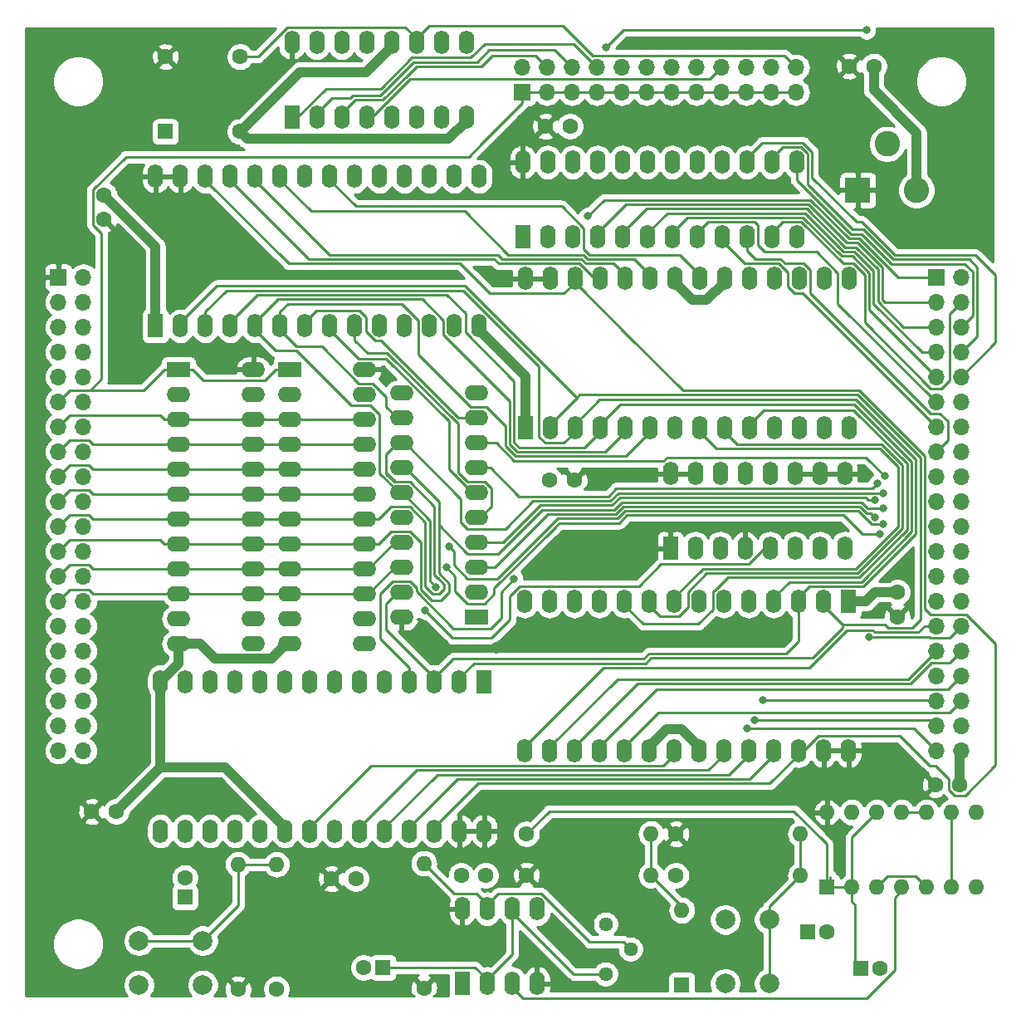
<source format=gbr>
G04 #@! TF.GenerationSoftware,KiCad,Pcbnew,(5.1.4)-1*
G04 #@! TF.CreationDate,2022-04-04T20:40:50-04:00*
G04 #@! TF.ProjectId,Layer1,4c617965-7231-42e6-9b69-6361645f7063,rev?*
G04 #@! TF.SameCoordinates,Original*
G04 #@! TF.FileFunction,Copper,L1,Top*
G04 #@! TF.FilePolarity,Positive*
%FSLAX46Y46*%
G04 Gerber Fmt 4.6, Leading zero omitted, Abs format (unit mm)*
G04 Created by KiCad (PCBNEW (5.1.4)-1) date 2022-04-04 20:40:50*
%MOMM*%
%LPD*%
G04 APERTURE LIST*
%ADD10O,1.600000X2.400000*%
%ADD11R,1.600000X2.400000*%
%ADD12O,2.400000X1.600000*%
%ADD13R,2.400000X1.600000*%
%ADD14C,1.600000*%
%ADD15R,1.600000X1.600000*%
%ADD16O,1.600000X1.600000*%
%ADD17C,2.000000*%
%ADD18C,1.440000*%
%ADD19C,2.600000*%
%ADD20R,2.600000X2.600000*%
%ADD21O,1.700000X1.700000*%
%ADD22R,1.700000X1.700000*%
%ADD23C,0.800000*%
%ADD24C,1.200000*%
%ADD25C,1.000000*%
%ADD26C,0.250000*%
%ADD27C,0.254000*%
G04 APERTURE END LIST*
D10*
X103441500Y-93472000D03*
X70421500Y-78232000D03*
X100901500Y-93472000D03*
X72961500Y-78232000D03*
X98361500Y-93472000D03*
X75501500Y-78232000D03*
X95821500Y-93472000D03*
X78041500Y-78232000D03*
X93281500Y-93472000D03*
X80581500Y-78232000D03*
X90741500Y-93472000D03*
X83121500Y-78232000D03*
X88201500Y-93472000D03*
X85661500Y-78232000D03*
X85661500Y-93472000D03*
X88201500Y-78232000D03*
X83121500Y-93472000D03*
X90741500Y-78232000D03*
X80581500Y-93472000D03*
X93281500Y-78232000D03*
X78041500Y-93472000D03*
X95821500Y-78232000D03*
X75501500Y-93472000D03*
X98361500Y-78232000D03*
X72961500Y-93472000D03*
X100901500Y-78232000D03*
X70421500Y-93472000D03*
D11*
X103441500Y-78232000D03*
D10*
X70231000Y-33464500D03*
X98171000Y-41084500D03*
X72771000Y-33464500D03*
X95631000Y-41084500D03*
X75311000Y-33464500D03*
X93091000Y-41084500D03*
X77851000Y-33464500D03*
X90551000Y-41084500D03*
X80391000Y-33464500D03*
X88011000Y-41084500D03*
X82931000Y-33464500D03*
X85471000Y-41084500D03*
X85471000Y-33464500D03*
X82931000Y-41084500D03*
X88011000Y-33464500D03*
X80391000Y-41084500D03*
X90551000Y-33464500D03*
X77851000Y-41084500D03*
X93091000Y-33464500D03*
X75311000Y-41084500D03*
X95631000Y-33464500D03*
X72771000Y-41084500D03*
X98171000Y-33464500D03*
D11*
X70231000Y-41084500D03*
D10*
X64058800Y-109575600D03*
X71678800Y-117195600D03*
X66598800Y-109575600D03*
X69138800Y-117195600D03*
X69138800Y-109575600D03*
X66598800Y-117195600D03*
X71678800Y-109575600D03*
D11*
X64058800Y-117195600D03*
D12*
X57848500Y-79883000D03*
X65468500Y-57023000D03*
X57848500Y-77343000D03*
X65468500Y-59563000D03*
X57848500Y-74803000D03*
X65468500Y-62103000D03*
X57848500Y-72263000D03*
X65468500Y-64643000D03*
X57848500Y-69723000D03*
X65468500Y-67183000D03*
X57848500Y-67183000D03*
X65468500Y-69723000D03*
X57848500Y-64643000D03*
X65468500Y-72263000D03*
X57848500Y-62103000D03*
X65468500Y-74803000D03*
X57848500Y-59563000D03*
X65468500Y-77343000D03*
X57848500Y-57023000D03*
D13*
X65468500Y-79883000D03*
D14*
X41402000Y-30353000D03*
X41402000Y-22733000D03*
X33782000Y-22733000D03*
D15*
X33782000Y-30353000D03*
D16*
X101244400Y-99758500D03*
X116484400Y-107378500D03*
X103784400Y-99758500D03*
X113944400Y-107378500D03*
X106324400Y-99758500D03*
X111404400Y-107378500D03*
X108864400Y-99758500D03*
X108864400Y-107378500D03*
X111404400Y-99758500D03*
X106324400Y-107378500D03*
X113944400Y-99758500D03*
X103784400Y-107378500D03*
X116484400Y-99758500D03*
D15*
X101244400Y-107378500D03*
D10*
X66294000Y-101663500D03*
X33274000Y-86423500D03*
X63754000Y-101663500D03*
X35814000Y-86423500D03*
X61214000Y-101663500D03*
X38354000Y-86423500D03*
X58674000Y-101663500D03*
X40894000Y-86423500D03*
X56134000Y-101663500D03*
X43434000Y-86423500D03*
X53594000Y-101663500D03*
X45974000Y-86423500D03*
X51054000Y-101663500D03*
X48514000Y-86423500D03*
X48514000Y-101663500D03*
X51054000Y-86423500D03*
X45974000Y-101663500D03*
X53594000Y-86423500D03*
X43434000Y-101663500D03*
X56134000Y-86423500D03*
X40894000Y-101663500D03*
X58674000Y-86423500D03*
X38354000Y-101663500D03*
X61214000Y-86423500D03*
X35814000Y-101663500D03*
X63754000Y-86423500D03*
X33274000Y-101663500D03*
D11*
X66294000Y-86423500D03*
D12*
X42735500Y-54610000D03*
X35115500Y-82550000D03*
X42735500Y-57150000D03*
X35115500Y-80010000D03*
X42735500Y-59690000D03*
X35115500Y-77470000D03*
X42735500Y-62230000D03*
X35115500Y-74930000D03*
X42735500Y-64770000D03*
X35115500Y-72390000D03*
X42735500Y-67310000D03*
X35115500Y-69850000D03*
X42735500Y-69850000D03*
X35115500Y-67310000D03*
X42735500Y-72390000D03*
X35115500Y-64770000D03*
X42735500Y-74930000D03*
X35115500Y-62230000D03*
X42735500Y-77470000D03*
X35115500Y-59690000D03*
X42735500Y-80010000D03*
X35115500Y-57150000D03*
X42735500Y-82550000D03*
D13*
X35115500Y-54610000D03*
D10*
X32766000Y-34925000D03*
X65786000Y-50165000D03*
X35306000Y-34925000D03*
X63246000Y-50165000D03*
X37846000Y-34925000D03*
X60706000Y-50165000D03*
X40386000Y-34925000D03*
X58166000Y-50165000D03*
X42926000Y-34925000D03*
X55626000Y-50165000D03*
X45466000Y-34925000D03*
X53086000Y-50165000D03*
X48006000Y-34925000D03*
X50546000Y-50165000D03*
X50546000Y-34925000D03*
X48006000Y-50165000D03*
X53086000Y-34925000D03*
X45466000Y-50165000D03*
X55626000Y-34925000D03*
X42926000Y-50165000D03*
X58166000Y-34925000D03*
X40386000Y-50165000D03*
X60706000Y-34925000D03*
X37846000Y-50165000D03*
X63246000Y-34925000D03*
X35306000Y-50165000D03*
X65786000Y-34925000D03*
D11*
X32766000Y-50165000D03*
D12*
X54102000Y-54610000D03*
X46482000Y-82550000D03*
X54102000Y-57150000D03*
X46482000Y-80010000D03*
X54102000Y-59690000D03*
X46482000Y-77470000D03*
X54102000Y-62230000D03*
X46482000Y-74930000D03*
X54102000Y-64770000D03*
X46482000Y-72390000D03*
X54102000Y-67310000D03*
X46482000Y-69850000D03*
X54102000Y-69850000D03*
X46482000Y-67310000D03*
X54102000Y-72390000D03*
X46482000Y-64770000D03*
X54102000Y-74930000D03*
X46482000Y-62230000D03*
X54102000Y-77470000D03*
X46482000Y-59690000D03*
X54102000Y-80010000D03*
X46482000Y-57150000D03*
X54102000Y-82550000D03*
D13*
X46482000Y-54610000D03*
D10*
X85280500Y-65214500D03*
X103060500Y-72834500D03*
X87820500Y-65214500D03*
X100520500Y-72834500D03*
X90360500Y-65214500D03*
X97980500Y-72834500D03*
X92900500Y-65214500D03*
X95440500Y-72834500D03*
X95440500Y-65214500D03*
X92900500Y-72834500D03*
X97980500Y-65214500D03*
X90360500Y-72834500D03*
X100520500Y-65214500D03*
X87820500Y-72834500D03*
X103060500Y-65214500D03*
D11*
X85280500Y-72834500D03*
D10*
X70485000Y-45339000D03*
X103505000Y-60579000D03*
X73025000Y-45339000D03*
X100965000Y-60579000D03*
X75565000Y-45339000D03*
X98425000Y-60579000D03*
X78105000Y-45339000D03*
X95885000Y-60579000D03*
X80645000Y-45339000D03*
X93345000Y-60579000D03*
X83185000Y-45339000D03*
X90805000Y-60579000D03*
X85725000Y-45339000D03*
X88265000Y-60579000D03*
X88265000Y-45339000D03*
X85725000Y-60579000D03*
X90805000Y-45339000D03*
X83185000Y-60579000D03*
X93345000Y-45339000D03*
X80645000Y-60579000D03*
X95885000Y-45339000D03*
X78105000Y-60579000D03*
X98425000Y-45339000D03*
X75565000Y-60579000D03*
X100965000Y-45339000D03*
X73025000Y-60579000D03*
X103505000Y-45339000D03*
D11*
X70485000Y-60579000D03*
D16*
X86461600Y-109728000D03*
D15*
X86461600Y-117348000D03*
D17*
X90881200Y-110695600D03*
X95381200Y-110695600D03*
X90881200Y-117195600D03*
X95381200Y-117195600D03*
X31092000Y-117348000D03*
X31092000Y-112848000D03*
X37592000Y-117348000D03*
X37592000Y-112848000D03*
D18*
X78689200Y-116230400D03*
X81229200Y-113690400D03*
X78689200Y-111150400D03*
D16*
X83312000Y-101955600D03*
D14*
X70612000Y-101955600D03*
D16*
X98552000Y-106172000D03*
D14*
X85852000Y-106172000D03*
D16*
X83312000Y-106172000D03*
D14*
X70612000Y-106172000D03*
D16*
X98552000Y-101955600D03*
D14*
X85852000Y-101955600D03*
D16*
X60147200Y-104952800D03*
D14*
X60147200Y-117652800D03*
D16*
X45110400Y-105054400D03*
D14*
X45110400Y-117754400D03*
D16*
X41198800Y-105054400D03*
D14*
X41198800Y-117754400D03*
D19*
X107394000Y-31622000D03*
X110394000Y-36322000D03*
D20*
X104394000Y-36322000D03*
D21*
X98107500Y-23812500D03*
X98107500Y-26352500D03*
X95567500Y-23812500D03*
X95567500Y-26352500D03*
X93027500Y-23812500D03*
X93027500Y-26352500D03*
X90487500Y-23812500D03*
X90487500Y-26352500D03*
X87947500Y-23812500D03*
X87947500Y-26352500D03*
X85407500Y-23812500D03*
X85407500Y-26352500D03*
X82867500Y-23812500D03*
X82867500Y-26352500D03*
X80327500Y-23812500D03*
X80327500Y-26352500D03*
X77787500Y-23812500D03*
X77787500Y-26352500D03*
X75247500Y-23812500D03*
X75247500Y-26352500D03*
X72707500Y-23812500D03*
X72707500Y-26352500D03*
X70167500Y-23812500D03*
D22*
X70167500Y-26352500D03*
D21*
X114935000Y-93472000D03*
X112395000Y-93472000D03*
X114935000Y-90932000D03*
X112395000Y-90932000D03*
X114935000Y-88392000D03*
X112395000Y-88392000D03*
X114935000Y-85852000D03*
X112395000Y-85852000D03*
X114935000Y-83312000D03*
X112395000Y-83312000D03*
X114935000Y-80772000D03*
X112395000Y-80772000D03*
X114935000Y-78232000D03*
X112395000Y-78232000D03*
X114935000Y-75692000D03*
X112395000Y-75692000D03*
X114935000Y-73152000D03*
X112395000Y-73152000D03*
X114935000Y-70612000D03*
X112395000Y-70612000D03*
X114935000Y-68072000D03*
X112395000Y-68072000D03*
X114935000Y-65532000D03*
X112395000Y-65532000D03*
X114935000Y-62992000D03*
X112395000Y-62992000D03*
X114935000Y-60452000D03*
X112395000Y-60452000D03*
X114935000Y-57912000D03*
X112395000Y-57912000D03*
X114935000Y-55372000D03*
X112395000Y-55372000D03*
X114935000Y-52832000D03*
X112395000Y-52832000D03*
X114935000Y-50292000D03*
X112395000Y-50292000D03*
X114935000Y-47752000D03*
X112395000Y-47752000D03*
X114935000Y-45212000D03*
D22*
X112395000Y-45212000D03*
D21*
X25400000Y-93472000D03*
X22860000Y-93472000D03*
X25400000Y-90932000D03*
X22860000Y-90932000D03*
X25400000Y-88392000D03*
X22860000Y-88392000D03*
X25400000Y-85852000D03*
X22860000Y-85852000D03*
X25400000Y-83312000D03*
X22860000Y-83312000D03*
X25400000Y-80772000D03*
X22860000Y-80772000D03*
X25400000Y-78232000D03*
X22860000Y-78232000D03*
X25400000Y-75692000D03*
X22860000Y-75692000D03*
X25400000Y-73152000D03*
X22860000Y-73152000D03*
X25400000Y-70612000D03*
X22860000Y-70612000D03*
X25400000Y-68072000D03*
X22860000Y-68072000D03*
X25400000Y-65532000D03*
X22860000Y-65532000D03*
X25400000Y-62992000D03*
X22860000Y-62992000D03*
X25400000Y-60452000D03*
X22860000Y-60452000D03*
X25400000Y-57912000D03*
X22860000Y-57912000D03*
X25400000Y-55372000D03*
X22860000Y-55372000D03*
X25400000Y-52832000D03*
X22860000Y-52832000D03*
X25400000Y-50292000D03*
X22860000Y-50292000D03*
X25400000Y-47752000D03*
X22860000Y-47752000D03*
X25400000Y-45212000D03*
D22*
X22860000Y-45212000D03*
D10*
X46672500Y-21272500D03*
X64452500Y-28892500D03*
X49212500Y-21272500D03*
X61912500Y-28892500D03*
X51752500Y-21272500D03*
X59372500Y-28892500D03*
X54292500Y-21272500D03*
X56832500Y-28892500D03*
X56832500Y-21272500D03*
X54292500Y-28892500D03*
X59372500Y-21272500D03*
X51752500Y-28892500D03*
X61912500Y-21272500D03*
X49212500Y-28892500D03*
X64452500Y-21272500D03*
D11*
X46672500Y-28892500D03*
D14*
X28763600Y-99669600D03*
X26263600Y-99669600D03*
X53198400Y-106527600D03*
X50698400Y-106527600D03*
X106698800Y-115620800D03*
D15*
X104698800Y-115620800D03*
D14*
X101263200Y-111963200D03*
D15*
X99263200Y-111963200D03*
D14*
X114818800Y-96926400D03*
X112318800Y-96926400D03*
X75042400Y-29819600D03*
X72542400Y-29819600D03*
X106030400Y-23672800D03*
X103530400Y-23672800D03*
X72988800Y-65887600D03*
X75488800Y-65887600D03*
X27533600Y-36819200D03*
X27533600Y-39319200D03*
X108432600Y-77306800D03*
X108432600Y-79806800D03*
X53981600Y-115570000D03*
D15*
X55981600Y-115570000D03*
D14*
X63946400Y-106172000D03*
X66446400Y-106172000D03*
X35763200Y-106407200D03*
D15*
X35763200Y-108407200D03*
D23*
X105562400Y-81889600D03*
D24*
X67564000Y-82981800D03*
D23*
X93116400Y-91211400D03*
X93903800Y-90373200D03*
X94716600Y-88315800D03*
X62458600Y-74803000D03*
X106629200Y-71399400D03*
X62687200Y-72644000D03*
X106984800Y-70358000D03*
X107035600Y-68732400D03*
X107016720Y-67189520D03*
X107188000Y-65481200D03*
X106375200Y-66243200D03*
X106121200Y-67919600D03*
X106121200Y-69646800D03*
X60299600Y-79197200D03*
X76835000Y-38989000D03*
X78740000Y-21793200D03*
X105308400Y-20015200D03*
X61366400Y-76758800D03*
X69342000Y-75946000D03*
D25*
X42201999Y-29553001D02*
X41402000Y-30353000D01*
X47488500Y-24266500D02*
X42201999Y-29553001D01*
X54238500Y-24266500D02*
X47488500Y-24266500D01*
X56832500Y-21672500D02*
X54238500Y-24266500D01*
X56832500Y-21272500D02*
X56832500Y-21672500D01*
X64452500Y-29292500D02*
X64452500Y-28892500D01*
X62652500Y-31092500D02*
X64452500Y-29292500D01*
X42141500Y-31092500D02*
X62652500Y-31092500D01*
X41402000Y-30353000D02*
X42141500Y-31092500D01*
X70485000Y-58379000D02*
X70485000Y-60579000D01*
X70485000Y-55264000D02*
X70485000Y-58379000D01*
X65786000Y-50565000D02*
X70485000Y-55264000D01*
X65786000Y-50165000D02*
X65786000Y-50565000D01*
X85725000Y-45739000D02*
X85725000Y-45339000D01*
X87525000Y-47539000D02*
X85725000Y-45739000D01*
X89005000Y-47539000D02*
X87525000Y-47539000D01*
X90805000Y-45739000D02*
X89005000Y-47539000D01*
X90805000Y-45339000D02*
X90805000Y-45739000D01*
X35115500Y-84582000D02*
X33274000Y-86423500D01*
X35115500Y-82550000D02*
X35115500Y-84582000D01*
X33274000Y-95159200D02*
X28763600Y-99669600D01*
X33274000Y-86423500D02*
X33274000Y-95159200D01*
X37315500Y-82550000D02*
X35115500Y-82550000D01*
X38815510Y-84050010D02*
X37315500Y-82550000D01*
X44581990Y-84050010D02*
X38815510Y-84050010D01*
X46082000Y-82550000D02*
X44581990Y-84050010D01*
X46482000Y-82550000D02*
X46082000Y-82550000D01*
X106030400Y-26122000D02*
X106030400Y-23672800D01*
X110394000Y-36322000D02*
X110394000Y-30485600D01*
X110394000Y-30485600D02*
X106030400Y-26122000D01*
X45974000Y-101263500D02*
X45974000Y-101663500D01*
X39869700Y-95159200D02*
X45974000Y-101263500D01*
X33274000Y-95159200D02*
X39869700Y-95159200D01*
X114818800Y-93588200D02*
X114935000Y-93472000D01*
X114818800Y-96926400D02*
X114818800Y-93588200D01*
X83121500Y-93072000D02*
X83121500Y-93472000D01*
X84921500Y-91272000D02*
X83121500Y-93072000D01*
X86401500Y-91272000D02*
X84921500Y-91272000D01*
X88201500Y-93072000D02*
X86401500Y-91272000D01*
X88201500Y-93472000D02*
X88201500Y-93072000D01*
X106166700Y-77306800D02*
X108432600Y-77306800D01*
X103441500Y-78232000D02*
X105241500Y-78232000D01*
X105241500Y-78232000D02*
X106166700Y-77306800D01*
X32766000Y-42051600D02*
X32766000Y-50165000D01*
X27533600Y-36819200D02*
X32766000Y-42051600D01*
D26*
X111773598Y-81889600D02*
X105562400Y-81889600D01*
X111830999Y-81947001D02*
X111773598Y-81889600D01*
X114935000Y-80772000D02*
X113759999Y-81947001D01*
X113759999Y-81947001D02*
X111830999Y-81947001D01*
X69138800Y-109975600D02*
X69138800Y-109575600D01*
X75393600Y-116230400D02*
X69138800Y-109975600D01*
X78689200Y-116230400D02*
X75393600Y-116230400D01*
X69138800Y-114255600D02*
X66598800Y-116795600D01*
X69138800Y-109575600D02*
X69138800Y-114255600D01*
X66598800Y-116795600D02*
X66598800Y-117195600D01*
X65373200Y-115570000D02*
X66598800Y-116795600D01*
X55981600Y-115570000D02*
X65373200Y-115570000D01*
X101600000Y-106328500D02*
X101600000Y-107378500D01*
X72948800Y-99618800D02*
X97880202Y-99618800D01*
X70612000Y-101955600D02*
X72948800Y-99618800D01*
X101244400Y-107378500D02*
X103784400Y-107378500D01*
X103784400Y-102298500D02*
X106324400Y-99758500D01*
X103784400Y-107378500D02*
X103784400Y-102298500D01*
X104140000Y-115062000D02*
X104698800Y-115620800D01*
X101244400Y-102982998D02*
X101244400Y-107378500D01*
X100794201Y-102532799D02*
X101244400Y-102982998D01*
X97880202Y-99618800D02*
X100794201Y-102532799D01*
X103784400Y-108839000D02*
X103784400Y-107378500D01*
X104140000Y-109194600D02*
X103784400Y-108839000D01*
X104140000Y-109194600D02*
X104140000Y-115062000D01*
X89637501Y-24662499D02*
X90487500Y-23812500D01*
X89312499Y-24987501D02*
X89637501Y-24662499D01*
X58746495Y-24987501D02*
X89312499Y-24987501D01*
X54841496Y-28892500D02*
X58746495Y-24987501D01*
X54292500Y-28892500D02*
X54841496Y-28892500D01*
X59372500Y-20872500D02*
X59372500Y-21272500D01*
X58247490Y-19747490D02*
X59372500Y-20872500D01*
X46206506Y-19747490D02*
X58247490Y-19747490D01*
X43220996Y-22733000D02*
X46206506Y-19747490D01*
X41402000Y-22733000D02*
X43220996Y-22733000D01*
X59372500Y-20872500D02*
X60717990Y-19527010D01*
X77399899Y-22637499D02*
X74289410Y-19527010D01*
X96932499Y-22637499D02*
X77399899Y-22637499D01*
X98107500Y-23812500D02*
X96932499Y-22637499D01*
X60717990Y-19527010D02*
X74289410Y-19527010D01*
X71857501Y-22962501D02*
X72707500Y-23812500D01*
X67088001Y-22637499D02*
X71532499Y-22637499D01*
X59409930Y-23697530D02*
X66027970Y-23697530D01*
X71532499Y-22637499D02*
X71857501Y-22962501D01*
X51752500Y-28892500D02*
X51752500Y-28492500D01*
X66027970Y-23697530D02*
X67088001Y-22637499D01*
X51752500Y-28492500D02*
X53117800Y-27127200D01*
X53117800Y-27127200D02*
X55970386Y-27127200D01*
X55970386Y-27127200D02*
X58560094Y-24537492D01*
X58560094Y-24537492D02*
X58569968Y-24537492D01*
X58569968Y-24537492D02*
X59409930Y-23697530D01*
X73469500Y-22034500D02*
X75247500Y-23812500D01*
X66802000Y-22034500D02*
X73469500Y-22034500D01*
X65588980Y-23247520D02*
X66802000Y-22034500D01*
X59099280Y-23247520D02*
X65588980Y-23247520D01*
X49212500Y-28892500D02*
X49212500Y-28492500D01*
X49212500Y-28492500D02*
X50739700Y-26965300D01*
X50739700Y-26965300D02*
X52643290Y-26965300D01*
X52643290Y-26965300D02*
X52931400Y-26677190D01*
X52931400Y-26677190D02*
X55669610Y-26677190D01*
X55669610Y-26677190D02*
X59099280Y-23247520D01*
X75374500Y-21399500D02*
X77787500Y-23812500D01*
X66357500Y-21399500D02*
X75374500Y-21399500D01*
X46672500Y-28892500D02*
X47221496Y-28892500D01*
X47221496Y-28892500D02*
X50155196Y-25958800D01*
X50155196Y-25958800D02*
X55751590Y-25958800D01*
X55751590Y-25958800D02*
X58912880Y-22797510D01*
X58912880Y-22797510D02*
X64959490Y-22797510D01*
X64959490Y-22797510D02*
X66357500Y-21399500D01*
X72961500Y-93072000D02*
X72961500Y-93472000D01*
X79869510Y-86163990D02*
X72961500Y-93072000D01*
X109543010Y-86163990D02*
X79869510Y-86163990D01*
X112395000Y-83312000D02*
X109543010Y-86163990D01*
X103291611Y-81164599D02*
X99442410Y-85013800D01*
X105910401Y-81164599D02*
X103291611Y-81164599D01*
X106127613Y-81381811D02*
X105910401Y-81164599D01*
X110583108Y-81381811D02*
X106127613Y-81381811D01*
X112395000Y-80772000D02*
X111192919Y-80772000D01*
X111192919Y-80772000D02*
X110583108Y-81381811D01*
X70421500Y-93072000D02*
X70421500Y-93472000D01*
X78479700Y-85013800D02*
X70421500Y-93072000D01*
X99442410Y-85013800D02*
X78479700Y-85013800D01*
X93091000Y-41484500D02*
X93091000Y-41084500D01*
X99550010Y-46806012D02*
X99550010Y-44473006D01*
X111830999Y-59087001D02*
X99550010Y-46806012D01*
X112769003Y-59087001D02*
X111830999Y-59087001D01*
X113570001Y-59887999D02*
X112769003Y-59087001D01*
X113570001Y-61816999D02*
X113570001Y-59887999D01*
X112395000Y-62992000D02*
X113570001Y-61816999D01*
X99550010Y-44473006D02*
X99550010Y-46286210D01*
X98890994Y-43813990D02*
X99550010Y-44473006D01*
X96987404Y-43813990D02*
X98890994Y-43813990D01*
X96537394Y-43363980D02*
X96987404Y-43813990D01*
X93920480Y-43363980D02*
X96537394Y-43363980D01*
X93091000Y-42534500D02*
X93920480Y-43363980D01*
X93091000Y-41084500D02*
X93091000Y-42534500D01*
X110134400Y-91211400D02*
X112395000Y-93472000D01*
X93675200Y-91211400D02*
X110134400Y-91211400D01*
X93675200Y-91211400D02*
X93116400Y-91211400D01*
X102188092Y-50245092D02*
X112395000Y-60452000D01*
X102188092Y-50161108D02*
X102188092Y-50245092D01*
X90551000Y-41484500D02*
X90551000Y-41084500D01*
X92880490Y-43813990D02*
X90551000Y-41484500D01*
X112395000Y-60452000D02*
X98807010Y-46864010D01*
X98807010Y-46864010D02*
X97959006Y-46864010D01*
X97959006Y-46864010D02*
X97238998Y-46144002D01*
X97238998Y-46144002D02*
X97238998Y-44701994D01*
X97238998Y-44701994D02*
X96350994Y-43813990D01*
X96350994Y-43813990D02*
X92880490Y-43813990D01*
X111836200Y-90373200D02*
X112395000Y-90932000D01*
X93903800Y-90373200D02*
X111836200Y-90373200D01*
X88011000Y-40684500D02*
X88011000Y-41084500D01*
X93915490Y-39559490D02*
X89136010Y-39559490D01*
X94216010Y-39860010D02*
X93915490Y-39559490D01*
X94216010Y-41950494D02*
X94216010Y-39860010D01*
X94875026Y-42609510D02*
X94216010Y-41950494D01*
X100226514Y-42609510D02*
X94875026Y-42609510D01*
X102379990Y-44762986D02*
X100226514Y-42609510D01*
X89136010Y-39559490D02*
X88011000Y-40684500D01*
X102379990Y-47896990D02*
X102379990Y-44762986D01*
X112395000Y-57912000D02*
X102379990Y-47896990D01*
X112318800Y-88315800D02*
X112395000Y-88392000D01*
X94716600Y-88315800D02*
X112318800Y-88315800D01*
X85471000Y-40684500D02*
X85471000Y-41084500D01*
X87046020Y-39109480D02*
X85471000Y-40684500D01*
X105548019Y-48525019D02*
X105548018Y-44754604D01*
X112395000Y-55372000D02*
X105548019Y-48525019D01*
X105548018Y-44754604D02*
X103828204Y-43034790D01*
X103828204Y-43034790D02*
X102748704Y-43034790D01*
X102748704Y-43034790D02*
X98823394Y-39109480D01*
X98823394Y-39109480D02*
X87046020Y-39109480D01*
X35115500Y-77470000D02*
X54102000Y-77470000D01*
X57169000Y-74803000D02*
X57848500Y-74803000D01*
X54502000Y-77470000D02*
X57169000Y-74803000D01*
X54102000Y-77470000D02*
X54502000Y-77470000D01*
X23709999Y-77382001D02*
X22860000Y-78232000D01*
X24035001Y-77056999D02*
X23709999Y-77382001D01*
X25964001Y-77056999D02*
X24035001Y-77056999D01*
X26377002Y-77470000D02*
X25964001Y-77056999D01*
X35115500Y-77470000D02*
X26377002Y-77470000D01*
X63342993Y-77208497D02*
X63342993Y-75687393D01*
X73982540Y-70238660D02*
X73674380Y-70546820D01*
X80087000Y-70238660D02*
X73982540Y-70238660D01*
X102937600Y-69472830D02*
X80852830Y-69472830D01*
X80852830Y-69472830D02*
X80087000Y-70238660D01*
X73674380Y-70546820D02*
X73668178Y-70546820D01*
X66334494Y-78468010D02*
X64602506Y-78468010D01*
X73668178Y-70546820D02*
X73634600Y-70580398D01*
X63342993Y-75687393D02*
X62458600Y-74803000D01*
X73634600Y-70580398D02*
X73634600Y-70586600D01*
X73634600Y-70586600D02*
X73304400Y-70916800D01*
X67296199Y-77506305D02*
X66334494Y-78468010D01*
X73298198Y-70916800D02*
X67296199Y-76918799D01*
X73304400Y-70916800D02*
X73298198Y-70916800D01*
X64602506Y-78468010D02*
X63342993Y-77208497D01*
X67296199Y-76918799D02*
X67296199Y-77506305D01*
X104864170Y-71399400D02*
X106629200Y-71399400D01*
X104171885Y-70707115D02*
X104864170Y-71399400D01*
X104171885Y-70707115D02*
X102937600Y-69472830D01*
X104584770Y-71120000D02*
X104171885Y-70707115D01*
X35115500Y-74930000D02*
X54102000Y-74930000D01*
X57169000Y-72263000D02*
X57848500Y-72263000D01*
X54502000Y-74930000D02*
X57169000Y-72263000D01*
X54102000Y-74930000D02*
X54502000Y-74930000D01*
X23709999Y-74842001D02*
X22860000Y-75692000D01*
X24035001Y-74516999D02*
X23709999Y-74842001D01*
X25964001Y-74516999D02*
X24035001Y-74516999D01*
X26377002Y-74930000D02*
X25964001Y-74516999D01*
X35115500Y-74930000D02*
X26377002Y-74930000D01*
X105773199Y-70371801D02*
X106767799Y-70371801D01*
X106767799Y-70371801D02*
X106984800Y-70154800D01*
X106984800Y-70154800D02*
X106984800Y-70154800D01*
X106419115Y-70358000D02*
X106984800Y-70358000D01*
X106405314Y-70371801D02*
X106419115Y-70358000D01*
X105773199Y-70371801D02*
X106405314Y-70371801D01*
X63183601Y-73140401D02*
X62687200Y-72644000D01*
X105773199Y-70371801D02*
X104424218Y-69022820D01*
X63183601Y-74509105D02*
X63183601Y-73140401D01*
X104424218Y-69022820D02*
X80666430Y-69022820D01*
X80666430Y-69022820D02*
X79900600Y-69788650D01*
X64602506Y-75928010D02*
X63183601Y-74509105D01*
X79900600Y-69788650D02*
X73789938Y-69788650D01*
X73789938Y-69788650D02*
X67650578Y-75928010D01*
X67650578Y-75928010D02*
X64602506Y-75928010D01*
X54102000Y-72390000D02*
X35115500Y-72390000D01*
X23709999Y-72302001D02*
X22860000Y-73152000D01*
X24035001Y-71976999D02*
X23709999Y-72302001D01*
X33252499Y-71976999D02*
X24035001Y-71976999D01*
X33665500Y-72390000D02*
X33252499Y-71976999D01*
X35115500Y-72390000D02*
X33665500Y-72390000D01*
X55552000Y-72390000D02*
X54102000Y-72390000D01*
X56804010Y-71137990D02*
X55552000Y-72390000D01*
X60915402Y-78130400D02*
X59823520Y-77038518D01*
X62738000Y-77266800D02*
X61874400Y-78130400D01*
X62738000Y-76420988D02*
X62738000Y-77266800D01*
X58248500Y-64643000D02*
X59298500Y-65693000D01*
X58714494Y-71137990D02*
X56804010Y-71137990D01*
X57848500Y-64643000D02*
X58248500Y-64643000D01*
X59298500Y-65693000D02*
X59298500Y-65699300D01*
X59823520Y-72247016D02*
X58714494Y-71137990D01*
X59298500Y-65699300D02*
X61664010Y-68064810D01*
X59823520Y-77038518D02*
X59823520Y-72247016D01*
X61874400Y-78130400D02*
X60915402Y-78130400D01*
X61664010Y-68064810D02*
X61664010Y-75346998D01*
X61664010Y-75346998D02*
X62738000Y-76420988D01*
X61664010Y-70449514D02*
X61664010Y-68064810D01*
X64602506Y-73388010D02*
X61664010Y-70449514D01*
X67734390Y-73388010D02*
X64602506Y-73388010D01*
X107035600Y-68732400D02*
X105410000Y-68732400D01*
X105410000Y-68732400D02*
X104800400Y-68122800D01*
X104800400Y-68122800D02*
X80293630Y-68122800D01*
X80293630Y-68122800D02*
X79527800Y-68888630D01*
X79527800Y-68888630D02*
X72233770Y-68888630D01*
X72233770Y-68888630D02*
X67734390Y-73388010D01*
X35115500Y-69850000D02*
X54102000Y-69850000D01*
X54102000Y-69850000D02*
X54502000Y-69850000D01*
X23709999Y-69762001D02*
X22860000Y-70612000D01*
X24035001Y-69436999D02*
X23709999Y-69762001D01*
X25964001Y-69436999D02*
X24035001Y-69436999D01*
X26377002Y-69850000D02*
X25964001Y-69436999D01*
X35115500Y-69850000D02*
X26377002Y-69850000D01*
X56323490Y-65108994D02*
X57203696Y-65989200D01*
X57848500Y-62103000D02*
X57848500Y-62651996D01*
X57448500Y-62103000D02*
X57848500Y-62103000D01*
X60273530Y-76738932D02*
X61018399Y-77483801D01*
X60273530Y-70157026D02*
X60273530Y-76738932D01*
X58714494Y-68597990D02*
X60273530Y-70157026D01*
X56804010Y-68597990D02*
X58714494Y-68597990D01*
X55552000Y-69850000D02*
X56804010Y-68597990D01*
X54102000Y-69850000D02*
X55552000Y-69850000D01*
X61018399Y-77483801D02*
X61714401Y-77483801D01*
X61714401Y-77483801D02*
X62230000Y-76968202D01*
X57117190Y-66057990D02*
X56323490Y-65264290D01*
X56323490Y-65264290D02*
X56323490Y-63228010D01*
X56323490Y-63228010D02*
X57448500Y-62103000D01*
X58714494Y-66057990D02*
X61214000Y-68557496D01*
X57117190Y-66057990D02*
X58714494Y-66057990D01*
X62230000Y-76549398D02*
X62230000Y-76968202D01*
X61575802Y-75895200D02*
X62230000Y-76549398D01*
X61569600Y-75895200D02*
X61214000Y-75539600D01*
X61575802Y-75895200D02*
X61569600Y-75895200D01*
X61214000Y-68557496D02*
X61214000Y-75539600D01*
X107016720Y-67189520D02*
X107016720Y-67189520D01*
X58248500Y-62103000D02*
X57848500Y-62103000D01*
X63943490Y-70188994D02*
X63943490Y-67797990D01*
X107016720Y-67189520D02*
X79954090Y-67189520D01*
X79954090Y-67189520D02*
X79155000Y-67988610D01*
X63943490Y-67797990D02*
X58248500Y-62103000D01*
X79155000Y-67988610D02*
X71304990Y-67988610D01*
X71304990Y-67988610D02*
X68445590Y-70848010D01*
X68445590Y-70848010D02*
X64602506Y-70848010D01*
X64602506Y-70848010D02*
X63943490Y-70188994D01*
X54102000Y-67310000D02*
X35115500Y-67310000D01*
X23709999Y-67222001D02*
X22860000Y-68072000D01*
X24035001Y-66896999D02*
X23709999Y-67222001D01*
X25964001Y-66896999D02*
X24035001Y-66896999D01*
X26377002Y-67310000D02*
X25964001Y-66896999D01*
X35115500Y-67310000D02*
X26377002Y-67310000D01*
X84599947Y-63904049D02*
X84953196Y-63550800D01*
X69315817Y-63904049D02*
X84599947Y-63904049D01*
X65468500Y-62103000D02*
X67514768Y-62103000D01*
X67514768Y-62103000D02*
X69315817Y-63904049D01*
X107188000Y-65481200D02*
X105511600Y-63804800D01*
X105511600Y-63804800D02*
X105257600Y-63550800D01*
X84953196Y-63550800D02*
X105257600Y-63550800D01*
X35115500Y-64770000D02*
X54102000Y-64770000D01*
X23709999Y-64682001D02*
X22860000Y-65532000D01*
X24035001Y-64356999D02*
X23709999Y-64682001D01*
X25964001Y-64356999D02*
X24035001Y-64356999D01*
X26377002Y-64770000D02*
X25964001Y-64356999D01*
X35115500Y-64770000D02*
X26377002Y-64770000D01*
X106375200Y-66243200D02*
X106375200Y-66243200D01*
X66918500Y-64643000D02*
X65468500Y-64643000D01*
X69814100Y-67538600D02*
X66918500Y-64643000D01*
X78968600Y-67538600D02*
X69814100Y-67538600D01*
X79767690Y-66739510D02*
X78968600Y-67538600D01*
X105878890Y-66739510D02*
X79767690Y-66739510D01*
X106375200Y-66243200D02*
X105878890Y-66739510D01*
X54102000Y-62230000D02*
X35115500Y-62230000D01*
X23709999Y-62142001D02*
X22860000Y-62992000D01*
X24035001Y-61816999D02*
X23709999Y-62142001D01*
X25964001Y-61816999D02*
X24035001Y-61816999D01*
X26377002Y-62230000D02*
X25964001Y-61816999D01*
X35115500Y-62230000D02*
X26377002Y-62230000D01*
X106121200Y-67919600D02*
X106222800Y-68021200D01*
X68222990Y-72263000D02*
X65468500Y-72263000D01*
X79341400Y-68438620D02*
X72047370Y-68438620D01*
X72047370Y-68438620D02*
X68222990Y-72263000D01*
X106121200Y-67919600D02*
X105497220Y-67919600D01*
X105250410Y-67672790D02*
X89542190Y-67672790D01*
X89542190Y-67672790D02*
X89508930Y-67639530D01*
X105497220Y-67919600D02*
X105250410Y-67672790D01*
X89508930Y-67639530D02*
X80140490Y-67639530D01*
X80140490Y-67639530D02*
X79341400Y-68438620D01*
X35115500Y-59690000D02*
X54102000Y-59690000D01*
X23709999Y-59602001D02*
X22860000Y-60452000D01*
X24035001Y-59276999D02*
X23709999Y-59602001D01*
X33252499Y-59276999D02*
X24035001Y-59276999D01*
X33665500Y-59690000D02*
X33252499Y-59276999D01*
X35115500Y-59690000D02*
X33665500Y-59690000D01*
X106121200Y-69646800D02*
X106121200Y-69646800D01*
X67360800Y-74803000D02*
X65468500Y-74803000D01*
X72825160Y-69338640D02*
X67360800Y-74803000D01*
X105721201Y-69246801D02*
X105287991Y-69246801D01*
X106121200Y-69646800D02*
X105721201Y-69246801D01*
X105287991Y-69246801D02*
X104614000Y-68572810D01*
X80480030Y-68572810D02*
X79714200Y-69338640D01*
X104614000Y-68572810D02*
X80480030Y-68572810D01*
X79714200Y-69338640D02*
X72825160Y-69338640D01*
X45032000Y-54610000D02*
X46482000Y-54610000D01*
X43906990Y-55735010D02*
X45032000Y-54610000D01*
X37690510Y-55735010D02*
X43906990Y-55735010D01*
X36565500Y-54610000D02*
X37690510Y-55735010D01*
X35115500Y-54610000D02*
X36565500Y-54610000D01*
X23709999Y-57062001D02*
X22860000Y-57912000D01*
X24035001Y-56736999D02*
X23709999Y-57062001D01*
X33665500Y-54610000D02*
X31538501Y-56736999D01*
X71267500Y-26352500D02*
X98107500Y-26352500D01*
X70167500Y-26352500D02*
X71267500Y-26352500D01*
X94907100Y-72834500D02*
X95440500Y-72834500D01*
X93284658Y-74456942D02*
X94907100Y-72834500D01*
X84343858Y-74456942D02*
X93284658Y-74456942D01*
X82093810Y-76706990D02*
X84343858Y-74456942D01*
X63093600Y-81991200D02*
X67056000Y-81991200D01*
X60299600Y-79197200D02*
X63093600Y-81991200D01*
X67056000Y-81991200D02*
X68938496Y-80108704D01*
X68938496Y-80108704D02*
X68938496Y-77724000D01*
X68938496Y-77724000D02*
X69955506Y-76706990D01*
X69955506Y-76706990D02*
X82093810Y-76706990D01*
X35115500Y-54610000D02*
X33665500Y-54610000D01*
X31538501Y-56736999D02*
X26104599Y-56736999D01*
X26104599Y-56736999D02*
X24035001Y-56736999D01*
X70167500Y-27452500D02*
X70167500Y-26352500D01*
X66141999Y-31478001D02*
X70167500Y-27452500D01*
X66141999Y-31495601D02*
X66141999Y-31478001D01*
X64711402Y-32926198D02*
X66141999Y-31495601D01*
X29761600Y-32926198D02*
X64711402Y-32926198D01*
X26403599Y-36284199D02*
X29761600Y-32926198D01*
X26403599Y-39854201D02*
X26403599Y-36284199D01*
X27279600Y-40730202D02*
X26403599Y-39854201D01*
X27279600Y-55561998D02*
X27279600Y-40730202D01*
X26104599Y-56736999D02*
X27279600Y-55561998D01*
X84956030Y-38659470D02*
X82931000Y-40684500D01*
X99009794Y-38659470D02*
X84956030Y-38659470D01*
X110934500Y-52832000D02*
X105998027Y-47895527D01*
X105998027Y-47895527D02*
X105998027Y-44568203D01*
X82931000Y-40684500D02*
X82931000Y-41084500D01*
X105998027Y-44568203D02*
X104014604Y-42584780D01*
X104014604Y-42584780D02*
X102935104Y-42584780D01*
X112395000Y-52832000D02*
X110934500Y-52832000D01*
X102935104Y-42584780D02*
X99009794Y-38659470D01*
X109030910Y-50292000D02*
X112395000Y-50292000D01*
X106448037Y-47709127D02*
X109030910Y-50292000D01*
X106448037Y-44381803D02*
X106448037Y-47709127D01*
X80391000Y-41084500D02*
X80391000Y-40684500D01*
X80391000Y-40684500D02*
X82866040Y-38209460D01*
X82866040Y-38209460D02*
X99196195Y-38209461D01*
X99196195Y-38209461D02*
X103121504Y-42134770D01*
X103121504Y-42134770D02*
X104201005Y-42134771D01*
X104201005Y-42134771D02*
X106448037Y-44381803D01*
X77851000Y-40684500D02*
X77851000Y-41084500D01*
X80776050Y-37759450D02*
X77851000Y-40684500D01*
X99382594Y-37759450D02*
X80776050Y-37759450D01*
X106898046Y-47522726D02*
X106898046Y-44195402D01*
X107127320Y-47752000D02*
X106898046Y-47522726D01*
X106898046Y-44195402D02*
X104387405Y-41684761D01*
X112395000Y-47752000D02*
X107127320Y-47752000D01*
X104387405Y-41684761D02*
X103307905Y-41684761D01*
X103307905Y-41684761D02*
X99382594Y-37759450D01*
X76835000Y-38989000D02*
X76835000Y-38989000D01*
X108551054Y-45212000D02*
X112395000Y-45212000D01*
X104573806Y-41234752D02*
X108551054Y-45212000D01*
X103494305Y-41234751D02*
X104573806Y-41234752D01*
X99568995Y-37309441D02*
X103494305Y-41234751D01*
X76835000Y-38989000D02*
X78514560Y-37309440D01*
X78514560Y-37309440D02*
X99568995Y-37309441D01*
X118458490Y-51848510D02*
X114935000Y-55372000D01*
X116397180Y-42940380D02*
X118458490Y-45001690D01*
X108188663Y-42940380D02*
X116397180Y-42940380D01*
X104821483Y-39573200D02*
X108188663Y-42940380D01*
X104292400Y-39573200D02*
X104821483Y-39573200D01*
X93091000Y-33064500D02*
X94666020Y-31489480D01*
X118458490Y-45001690D02*
X118458490Y-51848510D01*
X93091000Y-33464500D02*
X93091000Y-33064500D01*
X94666020Y-31489480D02*
X98823394Y-31489480D01*
X98823394Y-31489480D02*
X99746019Y-32412105D01*
X99746019Y-32412105D02*
X99746020Y-35026820D01*
X99746020Y-35026820D02*
X104292400Y-39573200D01*
X95631000Y-33064500D02*
X95631000Y-33464500D01*
X96756010Y-31939490D02*
X95631000Y-33064500D01*
X98636994Y-31939490D02*
X96756010Y-31939490D01*
X99296010Y-32598506D02*
X98636994Y-31939490D01*
X99296010Y-35763636D02*
X99296010Y-32598506D01*
X103867108Y-40334734D02*
X99296010Y-35763636D01*
X114935000Y-52832000D02*
X116560010Y-51206990D01*
X116560010Y-51206990D02*
X116560010Y-44170010D01*
X116560010Y-44170010D02*
X115780390Y-43390390D01*
X115780390Y-43390390D02*
X108002264Y-43390390D01*
X108002264Y-43390390D02*
X104946606Y-40334734D01*
X104946606Y-40334734D02*
X103867108Y-40334734D01*
X116110001Y-44647999D02*
X116110001Y-49116999D01*
X98171000Y-33464500D02*
X98171000Y-35275036D01*
X116110001Y-49116999D02*
X114935000Y-50292000D01*
X98171000Y-35275036D02*
X103680706Y-40784742D01*
X103680706Y-40784742D02*
X104760207Y-40784743D01*
X104760207Y-40784743D02*
X107815864Y-43840400D01*
X107815864Y-43840400D02*
X115302402Y-43840400D01*
X115302402Y-43840400D02*
X116110001Y-44647999D01*
X114085001Y-48601999D02*
X114935000Y-47752000D01*
X113759999Y-48927001D02*
X114085001Y-48601999D01*
X113759999Y-55746003D02*
X113759999Y-48927001D01*
X112959001Y-56547001D02*
X113759999Y-55746003D01*
X111830999Y-56547001D02*
X112959001Y-56547001D01*
X105098010Y-49814012D02*
X111830999Y-56547001D01*
X105098010Y-44941006D02*
X105098010Y-49814012D01*
X103970994Y-43813990D02*
X105098010Y-44941006D01*
X102891494Y-43813990D02*
X103970994Y-43813990D01*
X98636994Y-39559490D02*
X102891494Y-43813990D01*
X96756010Y-39559490D02*
X98636994Y-39559490D01*
X95631000Y-40684500D02*
X96756010Y-39559490D01*
X95631000Y-41084500D02*
X95631000Y-40684500D01*
X80581500Y-93072000D02*
X80581500Y-93472000D01*
X84086499Y-89567001D02*
X80581500Y-93072000D01*
X113759999Y-89567001D02*
X84086499Y-89567001D01*
X114935000Y-88392000D02*
X113759999Y-89567001D01*
X78041500Y-93072000D02*
X78041500Y-93472000D01*
X83896501Y-87216999D02*
X78041500Y-93072000D01*
X113570001Y-87216999D02*
X83896501Y-87216999D01*
X114935000Y-85852000D02*
X113570001Y-87216999D01*
X114085001Y-84161999D02*
X114935000Y-83312000D01*
X75501500Y-93472000D02*
X75501500Y-93072000D01*
X75501500Y-93072000D02*
X81959500Y-86614000D01*
X81959500Y-86614000D02*
X109804200Y-86614000D01*
X109804200Y-86614000D02*
X111931199Y-84487001D01*
X111931199Y-84487001D02*
X113759999Y-84487001D01*
X113759999Y-84487001D02*
X114085001Y-84161999D01*
X80518000Y-20015200D02*
X78740000Y-21793200D01*
X105308400Y-20015200D02*
X80518000Y-20015200D01*
X41198800Y-109241200D02*
X41198800Y-105054400D01*
X37592000Y-112848000D02*
X41198800Y-109241200D01*
X43979030Y-105054400D02*
X41198800Y-105054400D01*
X45110400Y-105054400D02*
X43979030Y-105054400D01*
X37592000Y-112848000D02*
X31092000Y-112848000D01*
X67723810Y-108050590D02*
X66598800Y-109175600D01*
X72144794Y-108050590D02*
X67723810Y-108050590D01*
X77064605Y-112970401D02*
X72144794Y-108050590D01*
X80509201Y-112970401D02*
X77064605Y-112970401D01*
X81229200Y-113690400D02*
X80509201Y-112970401D01*
X66598800Y-109175600D02*
X66598800Y-109575600D01*
X65473790Y-108050590D02*
X66598800Y-109175600D01*
X63244990Y-108050590D02*
X65473790Y-108050590D01*
X60147200Y-104952800D02*
X63244990Y-108050590D01*
X98552000Y-101955600D02*
X98552000Y-106172000D01*
X95381200Y-109342800D02*
X95381200Y-110695600D01*
X98552000Y-106172000D02*
X95381200Y-109342800D01*
X95381200Y-110695600D02*
X95381200Y-117195600D01*
X83312000Y-101955600D02*
X83312000Y-106172000D01*
X86461600Y-109321600D02*
X86461600Y-109728000D01*
X83312000Y-106172000D02*
X86461600Y-109321600D01*
X98361500Y-93872000D02*
X98361500Y-93472000D01*
X95436450Y-96797050D02*
X98361500Y-93872000D01*
X65680450Y-96797050D02*
X95436450Y-96797050D01*
X61214000Y-101263500D02*
X65680450Y-96797050D01*
X61214000Y-101663500D02*
X61214000Y-101263500D01*
X76690010Y-46864010D02*
X75565000Y-45739000D01*
X37846000Y-35325000D02*
X37846000Y-34925000D01*
X46334990Y-43813990D02*
X37846000Y-35325000D01*
X75565000Y-45339000D02*
X75565000Y-44939000D01*
X63816490Y-43813990D02*
X61339990Y-43813990D01*
X66866510Y-46864010D02*
X63816490Y-43813990D01*
X74439990Y-46864010D02*
X66866510Y-46864010D01*
X75565000Y-45739000D02*
X74439990Y-46864010D01*
X75565000Y-45339000D02*
X75565000Y-45739000D01*
X61339990Y-43813990D02*
X46334990Y-43813990D01*
X81029200Y-51203200D02*
X75565000Y-45739000D01*
X86551293Y-56725293D02*
X81029200Y-51203200D01*
X104528093Y-56725293D02*
X86551293Y-56725293D01*
X98361500Y-93472000D02*
X98910496Y-93472000D01*
X98910496Y-93472000D02*
X100435506Y-91946990D01*
X100435506Y-91946990D02*
X108708970Y-91946990D01*
X108708970Y-91946990D02*
X111758990Y-94997010D01*
X111758990Y-94997010D02*
X112304410Y-94997010D01*
X112304410Y-94997010D02*
X113693799Y-96386399D01*
X113693799Y-96386399D02*
X113693799Y-97466401D01*
X113693799Y-97466401D02*
X114278799Y-98051401D01*
X114278799Y-98051401D02*
X115358801Y-98051401D01*
X115358801Y-98051401D02*
X118458490Y-94951712D01*
X118458490Y-94951712D02*
X118458490Y-82556488D01*
X118458490Y-82556488D02*
X115499001Y-79596999D01*
X115499001Y-79596999D02*
X111830999Y-79596999D01*
X111830999Y-79596999D02*
X111219999Y-78985999D01*
X111219999Y-78985999D02*
X111219999Y-63417199D01*
X111219999Y-63417199D02*
X104528093Y-56725293D01*
X95821500Y-93872000D02*
X95821500Y-93472000D01*
X93346460Y-96347040D02*
X95821500Y-93872000D01*
X63590460Y-96347040D02*
X93346460Y-96347040D01*
X58674000Y-101263500D02*
X63590460Y-96347040D01*
X58674000Y-101663500D02*
X58674000Y-101263500D01*
X40386000Y-35325000D02*
X40386000Y-34925000D01*
X78105000Y-45339000D02*
X77556004Y-45339000D01*
X77556004Y-45339000D02*
X76030994Y-43813990D01*
X76030994Y-43813990D02*
X67755510Y-43813990D01*
X67755510Y-43813990D02*
X67305500Y-43363980D01*
X67305500Y-43363980D02*
X48424980Y-43363980D01*
X48424980Y-43363980D02*
X40386000Y-35325000D01*
X93281500Y-93872000D02*
X93281500Y-93472000D01*
X91256470Y-95897030D02*
X93281500Y-93872000D01*
X61500470Y-95897030D02*
X91256470Y-95897030D01*
X56134000Y-101263500D02*
X61500470Y-95897030D01*
X56134000Y-101663500D02*
X56134000Y-101263500D01*
X42926000Y-35325000D02*
X42926000Y-34925000D01*
X50514970Y-42913970D02*
X42926000Y-35325000D01*
X76667404Y-43813990D02*
X76217394Y-43363980D01*
X79519990Y-43813990D02*
X76667404Y-43813990D01*
X80645000Y-45339000D02*
X80645000Y-44939000D01*
X80645000Y-44939000D02*
X79519990Y-43813990D01*
X68153040Y-43363980D02*
X67703030Y-42913970D01*
X76217394Y-43363980D02*
X68153040Y-43363980D01*
X67703030Y-42913970D02*
X50514970Y-42913970D01*
X94799200Y-58724800D02*
X93345000Y-60179000D01*
X109419959Y-64162799D02*
X103981960Y-58724800D01*
X109419959Y-70966001D02*
X109419959Y-64162799D01*
X91175526Y-75806970D02*
X104578990Y-75806970D01*
X89842696Y-77139800D02*
X91175526Y-75806970D01*
X89738200Y-77139800D02*
X89842696Y-77139800D01*
X80581500Y-78232000D02*
X80581500Y-78632000D01*
X93345000Y-60179000D02*
X93345000Y-60579000D01*
X80581500Y-78632000D02*
X82507491Y-80557991D01*
X82507491Y-80557991D02*
X88156493Y-80557991D01*
X88156493Y-80557991D02*
X89616490Y-79097994D01*
X103981960Y-58724800D02*
X94799200Y-58724800D01*
X89616490Y-79097994D02*
X89616490Y-77261510D01*
X104578990Y-75806970D02*
X109419959Y-70966001D01*
X89616490Y-77261510D02*
X89738200Y-77139800D01*
X90741500Y-93872000D02*
X90741500Y-93472000D01*
X89166480Y-95447020D02*
X90741500Y-93872000D01*
X59410480Y-95447020D02*
X89166480Y-95447020D01*
X53594000Y-101263500D02*
X59410480Y-95447020D01*
X53594000Y-101663500D02*
X53594000Y-101263500D01*
X83185000Y-45339000D02*
X83185000Y-45739000D01*
X45466000Y-35325000D02*
X45466000Y-34925000D01*
X48622000Y-38481000D02*
X45466000Y-35325000D01*
X64325500Y-38481000D02*
X48622000Y-38481000D01*
X83185000Y-45339000D02*
X83185000Y-44939000D01*
X83185000Y-44939000D02*
X81609980Y-43363980D01*
X81609980Y-43363980D02*
X76853804Y-43363980D01*
X76853804Y-43363980D02*
X76403794Y-42913970D01*
X76403794Y-42913970D02*
X68758470Y-42913970D01*
X68758470Y-42913970D02*
X64325500Y-38481000D01*
X65868500Y-69723000D02*
X65468500Y-69723000D01*
X66993510Y-68597990D02*
X65868500Y-69723000D01*
X66993510Y-66717006D02*
X66993510Y-68597990D01*
X66334494Y-66057990D02*
X66993510Y-66717006D01*
X64602506Y-66057990D02*
X66334494Y-66057990D01*
X63627000Y-65082484D02*
X64602506Y-66057990D01*
X63627000Y-60157004D02*
X63627000Y-65082484D01*
X54396802Y-52925802D02*
X56395798Y-52925802D01*
X53086000Y-51615000D02*
X54396802Y-52925802D01*
X53086000Y-50165000D02*
X53086000Y-51615000D01*
X56395798Y-52925802D02*
X63627000Y-60157004D01*
X90805000Y-60979000D02*
X90805000Y-60579000D01*
X92056000Y-62230000D02*
X90805000Y-60979000D01*
X108969949Y-70779601D02*
X108969949Y-64349199D01*
X104392590Y-75356960D02*
X108969949Y-70779601D01*
X106850750Y-62230000D02*
X92056000Y-62230000D01*
X88991620Y-75356960D02*
X104392590Y-75356960D01*
X83121500Y-78632000D02*
X84246510Y-79757010D01*
X84246510Y-79757010D02*
X86127494Y-79757010D01*
X86127494Y-79757010D02*
X87076490Y-78808014D01*
X108969949Y-64349199D02*
X106850750Y-62230000D01*
X87076490Y-78808014D02*
X87076490Y-77272090D01*
X83121500Y-78232000D02*
X83121500Y-78632000D01*
X87076490Y-77272090D02*
X88991620Y-75356960D01*
X56301494Y-53484990D02*
X62674500Y-59857996D01*
X53465990Y-53484990D02*
X56301494Y-53484990D01*
X50546000Y-50165000D02*
X50546000Y-50565000D01*
X50546000Y-50565000D02*
X53465990Y-53484990D01*
X65068500Y-67183000D02*
X65468500Y-67183000D01*
X62674500Y-64789000D02*
X65068500Y-67183000D01*
X62674500Y-59857996D02*
X62674500Y-64789000D01*
X88265000Y-60979000D02*
X88265000Y-60579000D01*
X89973200Y-62687200D02*
X88265000Y-60979000D01*
X106671540Y-62687200D02*
X89973200Y-62687200D01*
X85661500Y-78232000D02*
X85661500Y-77832000D01*
X85661500Y-77832000D02*
X88586549Y-74906951D01*
X88586549Y-74906951D02*
X104206190Y-74906950D01*
X104206190Y-74906950D02*
X108519939Y-70593201D01*
X108519939Y-70593201D02*
X108519939Y-64535599D01*
X108519939Y-64535599D02*
X106671540Y-62687200D01*
X85661500Y-93872000D02*
X85661500Y-93472000D01*
X84536490Y-94997010D02*
X85661500Y-93872000D01*
X54780490Y-94997010D02*
X84536490Y-94997010D01*
X48514000Y-101263500D02*
X54780490Y-94997010D01*
X48514000Y-101663500D02*
X48514000Y-101263500D01*
X50546000Y-35325000D02*
X50546000Y-34925000D01*
X53194000Y-37973000D02*
X50546000Y-35325000D01*
X74190504Y-37973000D02*
X53194000Y-37973000D01*
X76436010Y-40218506D02*
X74190504Y-37973000D01*
X76436010Y-42309776D02*
X76436010Y-40218506D01*
X77040204Y-42913970D02*
X76436010Y-42309776D01*
X86239970Y-42913970D02*
X77040204Y-42913970D01*
X88265000Y-44939000D02*
X86239970Y-42913970D01*
X88265000Y-45339000D02*
X88265000Y-44939000D01*
X48006000Y-49765000D02*
X48006000Y-50165000D01*
X49131010Y-48639990D02*
X48006000Y-49765000D01*
X53551994Y-48639990D02*
X49131010Y-48639990D01*
X54211010Y-49299006D02*
X53551994Y-48639990D01*
X54211010Y-50741014D02*
X54211010Y-49299006D01*
X55160006Y-51690010D02*
X54211010Y-50741014D01*
X55796416Y-51690010D02*
X55160006Y-51690010D01*
X63669406Y-59563000D02*
X55796416Y-51690010D01*
X65468500Y-59563000D02*
X63669406Y-59563000D01*
X57848500Y-59563000D02*
X58248500Y-59563000D01*
X90741500Y-78632000D02*
X90741500Y-78232000D01*
X83185000Y-60179000D02*
X83185000Y-60579000D01*
X45466000Y-50565000D02*
X45466000Y-50165000D01*
X45466000Y-48715000D02*
X46276600Y-47904400D01*
X45466000Y-50165000D02*
X45466000Y-48715000D01*
X83185000Y-60979000D02*
X83185000Y-60579000D01*
X80709961Y-63454039D02*
X83185000Y-60979000D01*
X69502217Y-63454039D02*
X80709961Y-63454039D01*
X68459980Y-62411802D02*
X69502217Y-63454039D01*
X68459981Y-60331981D02*
X68459980Y-62411802D01*
X66565990Y-58437990D02*
X68459981Y-60331981D01*
X64892486Y-58437990D02*
X66565990Y-58437990D01*
X59580990Y-53126494D02*
X64892486Y-58437990D01*
X59580990Y-49588986D02*
X59580990Y-53126494D01*
X57896404Y-47904400D02*
X59580990Y-49588986D01*
X46276600Y-47904400D02*
X57896404Y-47904400D01*
X45466000Y-50565000D02*
X47123400Y-52222400D01*
X57448500Y-59563000D02*
X57848500Y-59563000D01*
X56323490Y-58437990D02*
X57448500Y-59563000D01*
X56323490Y-57380486D02*
X56323490Y-58437990D01*
X54967994Y-56024990D02*
X56323490Y-57380486D01*
X53525986Y-56024990D02*
X54967994Y-56024990D01*
X49723396Y-52222400D02*
X53525986Y-56024990D01*
X47123400Y-52222400D02*
X49723396Y-52222400D01*
X93281500Y-78632000D02*
X93281500Y-78232000D01*
X93281500Y-78232000D02*
X93281500Y-77832000D01*
X42926000Y-49765000D02*
X45245480Y-47445520D01*
X42926000Y-50165000D02*
X42926000Y-49765000D01*
X80645000Y-60979000D02*
X80645000Y-60579000D01*
X78619971Y-63004029D02*
X80645000Y-60979000D01*
X69688617Y-63004029D02*
X78619971Y-63004029D01*
X68909990Y-62225402D02*
X69688617Y-63004029D01*
X68909990Y-57819994D02*
X68909990Y-62225402D01*
X62120990Y-51030994D02*
X68909990Y-57819994D01*
X62120990Y-49588986D02*
X62120990Y-51030994D01*
X59977524Y-47445520D02*
X62120990Y-49588986D01*
X45245480Y-47445520D02*
X59977524Y-47445520D01*
X80645000Y-60179000D02*
X80645000Y-60579000D01*
X55627010Y-59332514D02*
X55627010Y-59224006D01*
X57848500Y-67183000D02*
X58248500Y-67183000D01*
X45033410Y-52672410D02*
X42926000Y-50565000D01*
X47129412Y-52672410D02*
X45033410Y-52672410D01*
X42926000Y-50565000D02*
X42926000Y-50165000D01*
X57848500Y-67183000D02*
X57605790Y-67183000D01*
X57605790Y-67183000D02*
X55627010Y-65204220D01*
X55627010Y-65204220D02*
X55627010Y-59224006D01*
X55627010Y-59224006D02*
X54678014Y-58275010D01*
X54678014Y-58275010D02*
X52732012Y-58275010D01*
X52732012Y-58275010D02*
X47129412Y-52672410D01*
X57935914Y-67183000D02*
X60756800Y-70003886D01*
X57848500Y-67183000D02*
X57935914Y-67183000D01*
X60756800Y-76149200D02*
X61366400Y-76758800D01*
X60756800Y-70003886D02*
X60756800Y-76149200D01*
X95821500Y-78632000D02*
X95821500Y-78232000D01*
X40386000Y-49765000D02*
X43155490Y-46995510D01*
X40386000Y-50165000D02*
X40386000Y-49765000D01*
X43155490Y-46995510D02*
X62484000Y-46995510D01*
X64371010Y-48882520D02*
X64371010Y-50845510D01*
X62484000Y-46995510D02*
X64371010Y-48882520D01*
X78105000Y-60979000D02*
X78105000Y-60579000D01*
X76529981Y-62554019D02*
X78105000Y-60979000D01*
X69875017Y-62554019D02*
X76529981Y-62554019D01*
X69359999Y-62039001D02*
X69875017Y-62554019D01*
X69359999Y-55834499D02*
X69359999Y-62039001D01*
X64371010Y-50845510D02*
X69359999Y-55834499D01*
X58674000Y-86423500D02*
X58674000Y-86023500D01*
X57848500Y-69723000D02*
X58248500Y-69723000D01*
X68021200Y-77266800D02*
X69342000Y-75946000D01*
X68021200Y-79915302D02*
X68021200Y-77266800D01*
X66928501Y-81008001D02*
X68021200Y-79915302D01*
X63156593Y-81008001D02*
X66928501Y-81008001D01*
X59373511Y-77224919D02*
X63156593Y-81008001D01*
X59373510Y-76877006D02*
X59373511Y-77224919D01*
X58714494Y-76217990D02*
X59373510Y-76877006D01*
X58674000Y-86423500D02*
X58674000Y-84973500D01*
X58674000Y-84973500D02*
X56323490Y-82622990D01*
X56308590Y-82622990D02*
X55727600Y-82042000D01*
X56982506Y-76217990D02*
X58714494Y-76217990D01*
X56323490Y-82622990D02*
X56308590Y-82622990D01*
X55727600Y-82042000D02*
X55727600Y-77472896D01*
X55727600Y-77472896D02*
X56982506Y-76217990D01*
X80130042Y-58153958D02*
X78105000Y-60179000D01*
X104047528Y-58153958D02*
X80130042Y-58153958D01*
X95821500Y-78232000D02*
X95821500Y-77832000D01*
X95821500Y-77832000D02*
X97396520Y-76256980D01*
X97396520Y-76256980D02*
X104765390Y-76256980D01*
X78105000Y-60179000D02*
X78105000Y-60579000D01*
X104765390Y-76256980D02*
X109869969Y-71152401D01*
X109869969Y-71152401D02*
X109869969Y-63976399D01*
X109869969Y-63976399D02*
X104047528Y-58153958D01*
X37846000Y-48715000D02*
X40015500Y-46545500D01*
X37846000Y-50165000D02*
X37846000Y-48715000D01*
X75565000Y-60979000D02*
X75565000Y-60579000D01*
X74439990Y-62104010D02*
X75565000Y-60979000D01*
X72559006Y-62104010D02*
X74439990Y-62104010D01*
X71899990Y-61444994D02*
X72559006Y-62104010D01*
X71899990Y-54287986D02*
X71899990Y-61444994D01*
X64157504Y-46545500D02*
X71899990Y-54287986D01*
X40015500Y-46545500D02*
X64157504Y-46545500D01*
X57448500Y-77343000D02*
X57848500Y-77343000D01*
X56323490Y-78468010D02*
X57448500Y-77343000D01*
X56323490Y-80348994D02*
X56323490Y-78468010D01*
X75565000Y-60179000D02*
X75565000Y-60579000D01*
X104233929Y-57703949D02*
X78040051Y-57703949D01*
X98361500Y-78232000D02*
X98361500Y-77832000D01*
X98361500Y-77832000D02*
X99486510Y-76706990D01*
X99486510Y-76706990D02*
X104951790Y-76706990D01*
X104951790Y-76706990D02*
X110319979Y-71338801D01*
X110319979Y-71338801D02*
X110319979Y-63789999D01*
X78040051Y-57703949D02*
X75565000Y-60179000D01*
X110319979Y-63789999D02*
X104233929Y-57703949D01*
X56323490Y-81132990D02*
X61214000Y-86023500D01*
X56323490Y-80348994D02*
X56323490Y-81132990D01*
X61214000Y-86423500D02*
X61214000Y-86023500D01*
X98361500Y-82334100D02*
X98361500Y-78232000D01*
X63130909Y-84106591D02*
X65034500Y-84106590D01*
X65034500Y-84106590D02*
X82566800Y-84106590D01*
X82566800Y-84106590D02*
X83107390Y-83566000D01*
X83107390Y-83566000D02*
X97129600Y-83566000D01*
X97129600Y-83566000D02*
X98361500Y-82334100D01*
X61214000Y-86023500D02*
X63130909Y-84106591D01*
X73025000Y-60579000D02*
X73025000Y-60179000D01*
X64343905Y-46095491D02*
X73609200Y-55360786D01*
X38975510Y-46095490D02*
X64343905Y-46095491D01*
X35306000Y-50165000D02*
X35306000Y-49765000D01*
X35306000Y-49765000D02*
X38975510Y-46095490D01*
X73609200Y-55372000D02*
X75720600Y-57483400D01*
X73609200Y-55360786D02*
X73609200Y-55372000D01*
X73025000Y-60179000D02*
X75720600Y-57483400D01*
X75720600Y-57483400D02*
X76028697Y-57175303D01*
X76028697Y-57175303D02*
X104341693Y-57175303D01*
X104341693Y-57175303D02*
X110769989Y-63603599D01*
X110769989Y-63603599D02*
X110769989Y-71094011D01*
X100901500Y-77832000D02*
X100901500Y-78232000D01*
X110769989Y-80085611D02*
X110769989Y-71094011D01*
X109923799Y-80931801D02*
X110769989Y-80085611D01*
X63754000Y-86423500D02*
X63754000Y-86023500D01*
X63754000Y-86023500D02*
X65220900Y-84556600D01*
X65220900Y-84556600D02*
X82753200Y-84556600D01*
X82753200Y-84556600D02*
X83293790Y-84016010D01*
X99803790Y-84016010D02*
X94520590Y-84016010D01*
X102887999Y-80931801D02*
X99803790Y-84016010D01*
X83293790Y-84016010D02*
X94520590Y-84016010D01*
X94520590Y-84016010D02*
X94869988Y-84016010D01*
X100901500Y-78632000D02*
X100901500Y-78232000D01*
X102887999Y-80618499D02*
X100901500Y-78632000D01*
X102887999Y-80931801D02*
X102887999Y-80618499D01*
X107627201Y-80931801D02*
X107500201Y-80931801D01*
X107627201Y-80931801D02*
X109923799Y-80931801D01*
X107186899Y-80618499D02*
X102887999Y-80618499D01*
X107500201Y-80931801D02*
X107186899Y-80618499D01*
X80391000Y-33464500D02*
X80391000Y-33864500D01*
X103505000Y-44939000D02*
X103505000Y-45339000D01*
X113944400Y-101066600D02*
X113944400Y-99758500D01*
X113944400Y-101066600D02*
X113944400Y-107378500D01*
X113944400Y-100889870D02*
X113944400Y-101066600D01*
X110279399Y-106253499D02*
X110604401Y-106578501D01*
X107124399Y-106578501D02*
X106324400Y-107378500D01*
X107449401Y-106253499D02*
X107124399Y-106578501D01*
X110279399Y-106253499D02*
X107449401Y-106253499D01*
X111404400Y-107378500D02*
X110279399Y-106253499D01*
X111404400Y-99758500D02*
X108864400Y-99758500D01*
X70263810Y-118720610D02*
X105263992Y-118720610D01*
X69138800Y-117195600D02*
X69138800Y-117595600D01*
X69138800Y-117595600D02*
X70263810Y-118720610D01*
X108153200Y-108445300D02*
X109220000Y-107378500D01*
X108153200Y-115831402D02*
X108153200Y-108445300D01*
X105263992Y-118720610D02*
X108153200Y-115831402D01*
D27*
G36*
X42906195Y-21973000D02*
G01*
X42620043Y-21973000D01*
X42516637Y-21818241D01*
X42316759Y-21618363D01*
X42081727Y-21461320D01*
X41820574Y-21353147D01*
X41543335Y-21298000D01*
X41260665Y-21298000D01*
X40983426Y-21353147D01*
X40722273Y-21461320D01*
X40487241Y-21618363D01*
X40287363Y-21818241D01*
X40130320Y-22053273D01*
X40022147Y-22314426D01*
X39967000Y-22591665D01*
X39967000Y-22874335D01*
X40022147Y-23151574D01*
X40130320Y-23412727D01*
X40287363Y-23647759D01*
X40487241Y-23847637D01*
X40722273Y-24004680D01*
X40983426Y-24112853D01*
X41260665Y-24168000D01*
X41543335Y-24168000D01*
X41820574Y-24112853D01*
X42081727Y-24004680D01*
X42316759Y-23847637D01*
X42516637Y-23647759D01*
X42620043Y-23493000D01*
X43183674Y-23493000D01*
X43220996Y-23496676D01*
X43258318Y-23493000D01*
X43258329Y-23493000D01*
X43369982Y-23482003D01*
X43513243Y-23438546D01*
X43645272Y-23367974D01*
X43760997Y-23273001D01*
X43784800Y-23243997D01*
X45237500Y-21791297D01*
X45237500Y-21799500D01*
X45289850Y-22077014D01*
X45395334Y-22338983D01*
X45549899Y-22575339D01*
X45747605Y-22777000D01*
X45980854Y-22936215D01*
X46240682Y-23046867D01*
X46323461Y-23064404D01*
X46545500Y-22942415D01*
X46545500Y-21399500D01*
X46525500Y-21399500D01*
X46525500Y-21145500D01*
X46545500Y-21145500D01*
X46545500Y-21125500D01*
X46799500Y-21125500D01*
X46799500Y-21145500D01*
X46819500Y-21145500D01*
X46819500Y-21399500D01*
X46799500Y-21399500D01*
X46799500Y-22942415D01*
X47021539Y-23064404D01*
X47104318Y-23046867D01*
X47364146Y-22936215D01*
X47597395Y-22777000D01*
X47795101Y-22575339D01*
X47945235Y-22345759D01*
X48013568Y-22473601D01*
X48192893Y-22692108D01*
X48411400Y-22871432D01*
X48660693Y-23004682D01*
X48931192Y-23086736D01*
X49212500Y-23114443D01*
X49493809Y-23086736D01*
X49764308Y-23004682D01*
X50013601Y-22871432D01*
X50232108Y-22692108D01*
X50411432Y-22473601D01*
X50482500Y-22340642D01*
X50553568Y-22473601D01*
X50732893Y-22692108D01*
X50951400Y-22871432D01*
X51200693Y-23004682D01*
X51471192Y-23086736D01*
X51752500Y-23114443D01*
X52033809Y-23086736D01*
X52304308Y-23004682D01*
X52553601Y-22871432D01*
X52772108Y-22692108D01*
X52951432Y-22473601D01*
X53022500Y-22340642D01*
X53093568Y-22473601D01*
X53272893Y-22692108D01*
X53491400Y-22871432D01*
X53740693Y-23004682D01*
X53859230Y-23040639D01*
X53768369Y-23131500D01*
X47544241Y-23131500D01*
X47488499Y-23126010D01*
X47432757Y-23131500D01*
X47432748Y-23131500D01*
X47266001Y-23147923D01*
X47052053Y-23212824D01*
X46854877Y-23318216D01*
X46682051Y-23460051D01*
X46646511Y-23503357D01*
X41224718Y-28925150D01*
X40983426Y-28973147D01*
X40722273Y-29081320D01*
X40487241Y-29238363D01*
X40287363Y-29438241D01*
X40130320Y-29673273D01*
X40022147Y-29934426D01*
X39967000Y-30211665D01*
X39967000Y-30494335D01*
X40022147Y-30771574D01*
X40130320Y-31032727D01*
X40287363Y-31267759D01*
X40487241Y-31467637D01*
X40722273Y-31624680D01*
X40983426Y-31732853D01*
X41224719Y-31780850D01*
X41299504Y-31855635D01*
X41335051Y-31898949D01*
X41507877Y-32040784D01*
X41705053Y-32146176D01*
X41771056Y-32166198D01*
X29798933Y-32166198D01*
X29761600Y-32162521D01*
X29724267Y-32166198D01*
X29612614Y-32177195D01*
X29469353Y-32220652D01*
X29337324Y-32291224D01*
X29221599Y-32386197D01*
X29197801Y-32415195D01*
X25892597Y-35720400D01*
X25863599Y-35744198D01*
X25839801Y-35773196D01*
X25839800Y-35773197D01*
X25768625Y-35859923D01*
X25698053Y-35991953D01*
X25668713Y-36088677D01*
X25654597Y-36135213D01*
X25649636Y-36185578D01*
X25639923Y-36284199D01*
X25643600Y-36321531D01*
X25643599Y-39816878D01*
X25639923Y-39854201D01*
X25643599Y-39891523D01*
X25643599Y-39891533D01*
X25654596Y-40003186D01*
X25687968Y-40113201D01*
X25698053Y-40146447D01*
X25768625Y-40278477D01*
X25791152Y-40305926D01*
X25863598Y-40394202D01*
X25892601Y-40418004D01*
X26519601Y-41045005D01*
X26519601Y-44235419D01*
X26455134Y-44156866D01*
X26229014Y-43971294D01*
X25971034Y-43833401D01*
X25691111Y-43748487D01*
X25472950Y-43727000D01*
X25327050Y-43727000D01*
X25108889Y-43748487D01*
X24828966Y-43833401D01*
X24570986Y-43971294D01*
X24344866Y-44156866D01*
X24320393Y-44186687D01*
X24299502Y-44117820D01*
X24240537Y-44007506D01*
X24161185Y-43910815D01*
X24064494Y-43831463D01*
X23954180Y-43772498D01*
X23834482Y-43736188D01*
X23710000Y-43723928D01*
X23145750Y-43727000D01*
X22987000Y-43885750D01*
X22987000Y-45085000D01*
X23007000Y-45085000D01*
X23007000Y-45339000D01*
X22987000Y-45339000D01*
X22987000Y-45359000D01*
X22733000Y-45359000D01*
X22733000Y-45339000D01*
X21533750Y-45339000D01*
X21375000Y-45497750D01*
X21371928Y-46062000D01*
X21384188Y-46186482D01*
X21420498Y-46306180D01*
X21479463Y-46416494D01*
X21558815Y-46513185D01*
X21655506Y-46592537D01*
X21765820Y-46651502D01*
X21834687Y-46672393D01*
X21804866Y-46696866D01*
X21619294Y-46922986D01*
X21481401Y-47180966D01*
X21396487Y-47460889D01*
X21367815Y-47752000D01*
X21396487Y-48043111D01*
X21481401Y-48323034D01*
X21619294Y-48581014D01*
X21804866Y-48807134D01*
X22030986Y-48992706D01*
X22085791Y-49022000D01*
X22030986Y-49051294D01*
X21804866Y-49236866D01*
X21619294Y-49462986D01*
X21481401Y-49720966D01*
X21396487Y-50000889D01*
X21367815Y-50292000D01*
X21396487Y-50583111D01*
X21481401Y-50863034D01*
X21619294Y-51121014D01*
X21804866Y-51347134D01*
X22030986Y-51532706D01*
X22085791Y-51562000D01*
X22030986Y-51591294D01*
X21804866Y-51776866D01*
X21619294Y-52002986D01*
X21481401Y-52260966D01*
X21396487Y-52540889D01*
X21367815Y-52832000D01*
X21396487Y-53123111D01*
X21481401Y-53403034D01*
X21619294Y-53661014D01*
X21804866Y-53887134D01*
X22030986Y-54072706D01*
X22085791Y-54102000D01*
X22030986Y-54131294D01*
X21804866Y-54316866D01*
X21619294Y-54542986D01*
X21481401Y-54800966D01*
X21396487Y-55080889D01*
X21367815Y-55372000D01*
X21396487Y-55663111D01*
X21481401Y-55943034D01*
X21619294Y-56201014D01*
X21804866Y-56427134D01*
X22030986Y-56612706D01*
X22085791Y-56642000D01*
X22030986Y-56671294D01*
X21804866Y-56856866D01*
X21619294Y-57082986D01*
X21481401Y-57340966D01*
X21396487Y-57620889D01*
X21367815Y-57912000D01*
X21396487Y-58203111D01*
X21481401Y-58483034D01*
X21619294Y-58741014D01*
X21804866Y-58967134D01*
X22030986Y-59152706D01*
X22085791Y-59182000D01*
X22030986Y-59211294D01*
X21804866Y-59396866D01*
X21619294Y-59622986D01*
X21481401Y-59880966D01*
X21396487Y-60160889D01*
X21367815Y-60452000D01*
X21396487Y-60743111D01*
X21481401Y-61023034D01*
X21619294Y-61281014D01*
X21804866Y-61507134D01*
X22030986Y-61692706D01*
X22085791Y-61722000D01*
X22030986Y-61751294D01*
X21804866Y-61936866D01*
X21619294Y-62162986D01*
X21481401Y-62420966D01*
X21396487Y-62700889D01*
X21367815Y-62992000D01*
X21396487Y-63283111D01*
X21481401Y-63563034D01*
X21619294Y-63821014D01*
X21804866Y-64047134D01*
X22030986Y-64232706D01*
X22085791Y-64262000D01*
X22030986Y-64291294D01*
X21804866Y-64476866D01*
X21619294Y-64702986D01*
X21481401Y-64960966D01*
X21396487Y-65240889D01*
X21367815Y-65532000D01*
X21396487Y-65823111D01*
X21481401Y-66103034D01*
X21619294Y-66361014D01*
X21804866Y-66587134D01*
X22030986Y-66772706D01*
X22085791Y-66802000D01*
X22030986Y-66831294D01*
X21804866Y-67016866D01*
X21619294Y-67242986D01*
X21481401Y-67500966D01*
X21396487Y-67780889D01*
X21367815Y-68072000D01*
X21396487Y-68363111D01*
X21481401Y-68643034D01*
X21619294Y-68901014D01*
X21804866Y-69127134D01*
X22030986Y-69312706D01*
X22085791Y-69342000D01*
X22030986Y-69371294D01*
X21804866Y-69556866D01*
X21619294Y-69782986D01*
X21481401Y-70040966D01*
X21396487Y-70320889D01*
X21367815Y-70612000D01*
X21396487Y-70903111D01*
X21481401Y-71183034D01*
X21619294Y-71441014D01*
X21804866Y-71667134D01*
X22030986Y-71852706D01*
X22085791Y-71882000D01*
X22030986Y-71911294D01*
X21804866Y-72096866D01*
X21619294Y-72322986D01*
X21481401Y-72580966D01*
X21396487Y-72860889D01*
X21367815Y-73152000D01*
X21396487Y-73443111D01*
X21481401Y-73723034D01*
X21619294Y-73981014D01*
X21804866Y-74207134D01*
X22030986Y-74392706D01*
X22085791Y-74422000D01*
X22030986Y-74451294D01*
X21804866Y-74636866D01*
X21619294Y-74862986D01*
X21481401Y-75120966D01*
X21396487Y-75400889D01*
X21367815Y-75692000D01*
X21396487Y-75983111D01*
X21481401Y-76263034D01*
X21619294Y-76521014D01*
X21804866Y-76747134D01*
X22030986Y-76932706D01*
X22085791Y-76962000D01*
X22030986Y-76991294D01*
X21804866Y-77176866D01*
X21619294Y-77402986D01*
X21481401Y-77660966D01*
X21396487Y-77940889D01*
X21367815Y-78232000D01*
X21396487Y-78523111D01*
X21481401Y-78803034D01*
X21619294Y-79061014D01*
X21804866Y-79287134D01*
X22030986Y-79472706D01*
X22085791Y-79502000D01*
X22030986Y-79531294D01*
X21804866Y-79716866D01*
X21619294Y-79942986D01*
X21481401Y-80200966D01*
X21396487Y-80480889D01*
X21367815Y-80772000D01*
X21396487Y-81063111D01*
X21481401Y-81343034D01*
X21619294Y-81601014D01*
X21804866Y-81827134D01*
X22030986Y-82012706D01*
X22085791Y-82042000D01*
X22030986Y-82071294D01*
X21804866Y-82256866D01*
X21619294Y-82482986D01*
X21481401Y-82740966D01*
X21396487Y-83020889D01*
X21367815Y-83312000D01*
X21396487Y-83603111D01*
X21481401Y-83883034D01*
X21619294Y-84141014D01*
X21804866Y-84367134D01*
X22030986Y-84552706D01*
X22085791Y-84582000D01*
X22030986Y-84611294D01*
X21804866Y-84796866D01*
X21619294Y-85022986D01*
X21481401Y-85280966D01*
X21396487Y-85560889D01*
X21367815Y-85852000D01*
X21396487Y-86143111D01*
X21481401Y-86423034D01*
X21619294Y-86681014D01*
X21804866Y-86907134D01*
X22030986Y-87092706D01*
X22085791Y-87122000D01*
X22030986Y-87151294D01*
X21804866Y-87336866D01*
X21619294Y-87562986D01*
X21481401Y-87820966D01*
X21396487Y-88100889D01*
X21367815Y-88392000D01*
X21396487Y-88683111D01*
X21481401Y-88963034D01*
X21619294Y-89221014D01*
X21804866Y-89447134D01*
X22030986Y-89632706D01*
X22085791Y-89662000D01*
X22030986Y-89691294D01*
X21804866Y-89876866D01*
X21619294Y-90102986D01*
X21481401Y-90360966D01*
X21396487Y-90640889D01*
X21367815Y-90932000D01*
X21396487Y-91223111D01*
X21481401Y-91503034D01*
X21619294Y-91761014D01*
X21804866Y-91987134D01*
X22030986Y-92172706D01*
X22085791Y-92202000D01*
X22030986Y-92231294D01*
X21804866Y-92416866D01*
X21619294Y-92642986D01*
X21481401Y-92900966D01*
X21396487Y-93180889D01*
X21367815Y-93472000D01*
X21396487Y-93763111D01*
X21481401Y-94043034D01*
X21619294Y-94301014D01*
X21804866Y-94527134D01*
X22030986Y-94712706D01*
X22288966Y-94850599D01*
X22568889Y-94935513D01*
X22787050Y-94957000D01*
X22932950Y-94957000D01*
X23151111Y-94935513D01*
X23431034Y-94850599D01*
X23689014Y-94712706D01*
X23915134Y-94527134D01*
X24100706Y-94301014D01*
X24130000Y-94246209D01*
X24159294Y-94301014D01*
X24344866Y-94527134D01*
X24570986Y-94712706D01*
X24828966Y-94850599D01*
X25108889Y-94935513D01*
X25327050Y-94957000D01*
X25472950Y-94957000D01*
X25691111Y-94935513D01*
X25971034Y-94850599D01*
X26229014Y-94712706D01*
X26455134Y-94527134D01*
X26640706Y-94301014D01*
X26778599Y-94043034D01*
X26863513Y-93763111D01*
X26892185Y-93472000D01*
X26863513Y-93180889D01*
X26778599Y-92900966D01*
X26640706Y-92642986D01*
X26455134Y-92416866D01*
X26229014Y-92231294D01*
X26174209Y-92202000D01*
X26229014Y-92172706D01*
X26455134Y-91987134D01*
X26640706Y-91761014D01*
X26778599Y-91503034D01*
X26863513Y-91223111D01*
X26892185Y-90932000D01*
X26863513Y-90640889D01*
X26778599Y-90360966D01*
X26640706Y-90102986D01*
X26455134Y-89876866D01*
X26229014Y-89691294D01*
X26174209Y-89662000D01*
X26229014Y-89632706D01*
X26455134Y-89447134D01*
X26640706Y-89221014D01*
X26778599Y-88963034D01*
X26863513Y-88683111D01*
X26892185Y-88392000D01*
X26863513Y-88100889D01*
X26778599Y-87820966D01*
X26640706Y-87562986D01*
X26455134Y-87336866D01*
X26229014Y-87151294D01*
X26174209Y-87122000D01*
X26229014Y-87092706D01*
X26455134Y-86907134D01*
X26640706Y-86681014D01*
X26778599Y-86423034D01*
X26863513Y-86143111D01*
X26892185Y-85852000D01*
X26863513Y-85560889D01*
X26778599Y-85280966D01*
X26640706Y-85022986D01*
X26455134Y-84796866D01*
X26229014Y-84611294D01*
X26174209Y-84582000D01*
X26229014Y-84552706D01*
X26455134Y-84367134D01*
X26640706Y-84141014D01*
X26778599Y-83883034D01*
X26863513Y-83603111D01*
X26892185Y-83312000D01*
X26863513Y-83020889D01*
X26778599Y-82740966D01*
X26640706Y-82482986D01*
X26455134Y-82256866D01*
X26229014Y-82071294D01*
X26174209Y-82042000D01*
X26229014Y-82012706D01*
X26455134Y-81827134D01*
X26640706Y-81601014D01*
X26778599Y-81343034D01*
X26863513Y-81063111D01*
X26892185Y-80772000D01*
X26863513Y-80480889D01*
X26778599Y-80200966D01*
X26640706Y-79942986D01*
X26455134Y-79716866D01*
X26229014Y-79531294D01*
X26174209Y-79502000D01*
X26229014Y-79472706D01*
X26455134Y-79287134D01*
X26640706Y-79061014D01*
X26778599Y-78803034D01*
X26863513Y-78523111D01*
X26892185Y-78232000D01*
X26891988Y-78230000D01*
X33494599Y-78230000D01*
X33516568Y-78271101D01*
X33695892Y-78489608D01*
X33914399Y-78668932D01*
X34047358Y-78740000D01*
X33914399Y-78811068D01*
X33695892Y-78990392D01*
X33516568Y-79208899D01*
X33383318Y-79458192D01*
X33301264Y-79728691D01*
X33273557Y-80010000D01*
X33301264Y-80291309D01*
X33383318Y-80561808D01*
X33516568Y-80811101D01*
X33695892Y-81029608D01*
X33914399Y-81208932D01*
X34047358Y-81280000D01*
X33914399Y-81351068D01*
X33695892Y-81530392D01*
X33516568Y-81748899D01*
X33383318Y-81998192D01*
X33301264Y-82268691D01*
X33273557Y-82550000D01*
X33301264Y-82831309D01*
X33383318Y-83101808D01*
X33516568Y-83351101D01*
X33695892Y-83569608D01*
X33914399Y-83748932D01*
X33980501Y-83784264D01*
X33980501Y-84111867D01*
X33489578Y-84602790D01*
X33274000Y-84581557D01*
X32992692Y-84609264D01*
X32722193Y-84691318D01*
X32472900Y-84824568D01*
X32254393Y-85003892D01*
X32075068Y-85222399D01*
X31941818Y-85471692D01*
X31859764Y-85742191D01*
X31839000Y-85953008D01*
X31839000Y-86893991D01*
X31859764Y-87104808D01*
X31941818Y-87375307D01*
X32075068Y-87624600D01*
X32139000Y-87702502D01*
X32139001Y-94689067D01*
X28586319Y-98241750D01*
X28345026Y-98289747D01*
X28083873Y-98397920D01*
X27848841Y-98554963D01*
X27648963Y-98754841D01*
X27514908Y-98955469D01*
X27500271Y-98928086D01*
X27256302Y-98856503D01*
X26443205Y-99669600D01*
X27256302Y-100482697D01*
X27500271Y-100411114D01*
X27513924Y-100382259D01*
X27648963Y-100584359D01*
X27848841Y-100784237D01*
X28083873Y-100941280D01*
X28345026Y-101049453D01*
X28622265Y-101104600D01*
X28904935Y-101104600D01*
X29182174Y-101049453D01*
X29443327Y-100941280D01*
X29678359Y-100784237D01*
X29878237Y-100584359D01*
X30035280Y-100349327D01*
X30143453Y-100088174D01*
X30191450Y-99846881D01*
X33744132Y-96294200D01*
X39399569Y-96294200D01*
X43000729Y-99895361D01*
X42882193Y-99931318D01*
X42632900Y-100064568D01*
X42414393Y-100243892D01*
X42235068Y-100462399D01*
X42164000Y-100595358D01*
X42092932Y-100462399D01*
X41913608Y-100243892D01*
X41695101Y-100064568D01*
X41445808Y-99931318D01*
X41175309Y-99849264D01*
X40894000Y-99821557D01*
X40612692Y-99849264D01*
X40342193Y-99931318D01*
X40092900Y-100064568D01*
X39874393Y-100243892D01*
X39695068Y-100462399D01*
X39624000Y-100595358D01*
X39552932Y-100462399D01*
X39373608Y-100243892D01*
X39155101Y-100064568D01*
X38905808Y-99931318D01*
X38635309Y-99849264D01*
X38354000Y-99821557D01*
X38072692Y-99849264D01*
X37802193Y-99931318D01*
X37552900Y-100064568D01*
X37334393Y-100243892D01*
X37155068Y-100462399D01*
X37084000Y-100595358D01*
X37012932Y-100462399D01*
X36833608Y-100243892D01*
X36615101Y-100064568D01*
X36365808Y-99931318D01*
X36095309Y-99849264D01*
X35814000Y-99821557D01*
X35532692Y-99849264D01*
X35262193Y-99931318D01*
X35012900Y-100064568D01*
X34794393Y-100243892D01*
X34615068Y-100462399D01*
X34544000Y-100595358D01*
X34472932Y-100462399D01*
X34293608Y-100243892D01*
X34075101Y-100064568D01*
X33825808Y-99931318D01*
X33555309Y-99849264D01*
X33274000Y-99821557D01*
X32992692Y-99849264D01*
X32722193Y-99931318D01*
X32472900Y-100064568D01*
X32254393Y-100243892D01*
X32075068Y-100462399D01*
X31941818Y-100711692D01*
X31859764Y-100982191D01*
X31839000Y-101193008D01*
X31839000Y-102133991D01*
X31859764Y-102344808D01*
X31941818Y-102615307D01*
X32075068Y-102864600D01*
X32254392Y-103083107D01*
X32472899Y-103262432D01*
X32722192Y-103395682D01*
X32992691Y-103477736D01*
X33274000Y-103505443D01*
X33555308Y-103477736D01*
X33825807Y-103395682D01*
X34075100Y-103262432D01*
X34293607Y-103083108D01*
X34472932Y-102864601D01*
X34544000Y-102731642D01*
X34615068Y-102864600D01*
X34794392Y-103083107D01*
X35012899Y-103262432D01*
X35262192Y-103395682D01*
X35532691Y-103477736D01*
X35814000Y-103505443D01*
X36095308Y-103477736D01*
X36365807Y-103395682D01*
X36615100Y-103262432D01*
X36833607Y-103083108D01*
X37012932Y-102864601D01*
X37084000Y-102731642D01*
X37155068Y-102864600D01*
X37334392Y-103083107D01*
X37552899Y-103262432D01*
X37802192Y-103395682D01*
X38072691Y-103477736D01*
X38354000Y-103505443D01*
X38635308Y-103477736D01*
X38905807Y-103395682D01*
X39155100Y-103262432D01*
X39373607Y-103083108D01*
X39552932Y-102864601D01*
X39624000Y-102731642D01*
X39695068Y-102864600D01*
X39874392Y-103083107D01*
X40092899Y-103262432D01*
X40342192Y-103395682D01*
X40612691Y-103477736D01*
X40894000Y-103505443D01*
X41175308Y-103477736D01*
X41445807Y-103395682D01*
X41695100Y-103262432D01*
X41913607Y-103083108D01*
X42092932Y-102864601D01*
X42164000Y-102731642D01*
X42235068Y-102864600D01*
X42414392Y-103083107D01*
X42632899Y-103262432D01*
X42882192Y-103395682D01*
X43152691Y-103477736D01*
X43434000Y-103505443D01*
X43715308Y-103477736D01*
X43985807Y-103395682D01*
X44235100Y-103262432D01*
X44453607Y-103083108D01*
X44632932Y-102864601D01*
X44704000Y-102731642D01*
X44775068Y-102864600D01*
X44954392Y-103083107D01*
X45172899Y-103262432D01*
X45422192Y-103395682D01*
X45692691Y-103477736D01*
X45974000Y-103505443D01*
X46255308Y-103477736D01*
X46525807Y-103395682D01*
X46775100Y-103262432D01*
X46993607Y-103083108D01*
X47172932Y-102864601D01*
X47244000Y-102731642D01*
X47315068Y-102864600D01*
X47494392Y-103083107D01*
X47712899Y-103262432D01*
X47962192Y-103395682D01*
X48232691Y-103477736D01*
X48514000Y-103505443D01*
X48795308Y-103477736D01*
X49065807Y-103395682D01*
X49315100Y-103262432D01*
X49533607Y-103083108D01*
X49712932Y-102864601D01*
X49784000Y-102731642D01*
X49855068Y-102864600D01*
X50034392Y-103083107D01*
X50252899Y-103262432D01*
X50502192Y-103395682D01*
X50772691Y-103477736D01*
X51054000Y-103505443D01*
X51335308Y-103477736D01*
X51605807Y-103395682D01*
X51855100Y-103262432D01*
X52073607Y-103083108D01*
X52252932Y-102864601D01*
X52324000Y-102731642D01*
X52395068Y-102864600D01*
X52574392Y-103083107D01*
X52792899Y-103262432D01*
X53042192Y-103395682D01*
X53312691Y-103477736D01*
X53594000Y-103505443D01*
X53875308Y-103477736D01*
X54145807Y-103395682D01*
X54395100Y-103262432D01*
X54613607Y-103083108D01*
X54792932Y-102864601D01*
X54864000Y-102731642D01*
X54935068Y-102864600D01*
X55114392Y-103083107D01*
X55332899Y-103262432D01*
X55582192Y-103395682D01*
X55852691Y-103477736D01*
X56134000Y-103505443D01*
X56415308Y-103477736D01*
X56685807Y-103395682D01*
X56935100Y-103262432D01*
X57153607Y-103083108D01*
X57332932Y-102864601D01*
X57404000Y-102731642D01*
X57475068Y-102864600D01*
X57654392Y-103083107D01*
X57872899Y-103262432D01*
X58122192Y-103395682D01*
X58392691Y-103477736D01*
X58674000Y-103505443D01*
X58955308Y-103477736D01*
X59225807Y-103395682D01*
X59475100Y-103262432D01*
X59693607Y-103083108D01*
X59872932Y-102864601D01*
X59944000Y-102731642D01*
X60015068Y-102864600D01*
X60194392Y-103083107D01*
X60412899Y-103262432D01*
X60662192Y-103395682D01*
X60932691Y-103477736D01*
X61214000Y-103505443D01*
X61495308Y-103477736D01*
X61765807Y-103395682D01*
X62015100Y-103262432D01*
X62233607Y-103083108D01*
X62412932Y-102864601D01*
X62481265Y-102736759D01*
X62631399Y-102966339D01*
X62829105Y-103168000D01*
X63062354Y-103327215D01*
X63322182Y-103437867D01*
X63404961Y-103455404D01*
X63627000Y-103333415D01*
X63627000Y-101790500D01*
X63881000Y-101790500D01*
X63881000Y-103333415D01*
X64103039Y-103455404D01*
X64185818Y-103437867D01*
X64445646Y-103327215D01*
X64678895Y-103168000D01*
X64876601Y-102966339D01*
X65024000Y-102740941D01*
X65171399Y-102966339D01*
X65369105Y-103168000D01*
X65602354Y-103327215D01*
X65862182Y-103437867D01*
X65944961Y-103455404D01*
X66167000Y-103333415D01*
X66167000Y-101790500D01*
X66421000Y-101790500D01*
X66421000Y-103333415D01*
X66643039Y-103455404D01*
X66725818Y-103437867D01*
X66985646Y-103327215D01*
X67218895Y-103168000D01*
X67416601Y-102966339D01*
X67571166Y-102729983D01*
X67676650Y-102468014D01*
X67729000Y-102190500D01*
X67729000Y-101790500D01*
X66421000Y-101790500D01*
X66167000Y-101790500D01*
X63881000Y-101790500D01*
X63627000Y-101790500D01*
X63607000Y-101790500D01*
X63607000Y-101536500D01*
X63627000Y-101536500D01*
X63627000Y-99993585D01*
X63881000Y-99993585D01*
X63881000Y-101536500D01*
X66167000Y-101536500D01*
X66167000Y-99993585D01*
X66421000Y-99993585D01*
X66421000Y-101536500D01*
X67729000Y-101536500D01*
X67729000Y-101136500D01*
X67676650Y-100858986D01*
X67571166Y-100597017D01*
X67416601Y-100360661D01*
X67218895Y-100159000D01*
X66985646Y-99999785D01*
X66725818Y-99889133D01*
X66643039Y-99871596D01*
X66421000Y-99993585D01*
X66167000Y-99993585D01*
X65944961Y-99871596D01*
X65862182Y-99889133D01*
X65602354Y-99999785D01*
X65369105Y-100159000D01*
X65171399Y-100360661D01*
X65024000Y-100586059D01*
X64876601Y-100360661D01*
X64678895Y-100159000D01*
X64445646Y-99999785D01*
X64185818Y-99889133D01*
X64103039Y-99871596D01*
X63881000Y-99993585D01*
X63627000Y-99993585D01*
X63582929Y-99969372D01*
X65995252Y-97557050D01*
X95399128Y-97557050D01*
X95436450Y-97560726D01*
X95473772Y-97557050D01*
X95473783Y-97557050D01*
X95585436Y-97546053D01*
X95728697Y-97502596D01*
X95860726Y-97432024D01*
X95976451Y-97337051D01*
X96000254Y-97308047D01*
X96311389Y-96996912D01*
X110878583Y-96996912D01*
X110920013Y-97276530D01*
X111015197Y-97542692D01*
X111082129Y-97667914D01*
X111326098Y-97739497D01*
X112139195Y-96926400D01*
X111326098Y-96113303D01*
X111082129Y-96184886D01*
X110961229Y-96440396D01*
X110892500Y-96714584D01*
X110878583Y-96996912D01*
X96311389Y-96996912D01*
X98035594Y-95272708D01*
X98080191Y-95286236D01*
X98361500Y-95313943D01*
X98642808Y-95286236D01*
X98913307Y-95204182D01*
X99162600Y-95070932D01*
X99381107Y-94891608D01*
X99560432Y-94673101D01*
X99628765Y-94545259D01*
X99778899Y-94774839D01*
X99976605Y-94976500D01*
X100209854Y-95135715D01*
X100469682Y-95246367D01*
X100552461Y-95263904D01*
X100774500Y-95141915D01*
X100774500Y-93599000D01*
X101028500Y-93599000D01*
X101028500Y-95141915D01*
X101250539Y-95263904D01*
X101333318Y-95246367D01*
X101593146Y-95135715D01*
X101826395Y-94976500D01*
X102024101Y-94774839D01*
X102171500Y-94549441D01*
X102318899Y-94774839D01*
X102516605Y-94976500D01*
X102749854Y-95135715D01*
X103009682Y-95246367D01*
X103092461Y-95263904D01*
X103314500Y-95141915D01*
X103314500Y-93599000D01*
X103568500Y-93599000D01*
X103568500Y-95141915D01*
X103790539Y-95263904D01*
X103873318Y-95246367D01*
X104133146Y-95135715D01*
X104366395Y-94976500D01*
X104564101Y-94774839D01*
X104718666Y-94538483D01*
X104824150Y-94276514D01*
X104876500Y-93999000D01*
X104876500Y-93599000D01*
X103568500Y-93599000D01*
X103314500Y-93599000D01*
X101028500Y-93599000D01*
X100774500Y-93599000D01*
X100754500Y-93599000D01*
X100754500Y-93345000D01*
X100774500Y-93345000D01*
X100774500Y-93325000D01*
X101028500Y-93325000D01*
X101028500Y-93345000D01*
X103314500Y-93345000D01*
X103314500Y-93325000D01*
X103568500Y-93325000D01*
X103568500Y-93345000D01*
X104876500Y-93345000D01*
X104876500Y-92945000D01*
X104831602Y-92706990D01*
X108394169Y-92706990D01*
X111195190Y-95508012D01*
X111218989Y-95537011D01*
X111334714Y-95631984D01*
X111466743Y-95702556D01*
X111564795Y-95732299D01*
X111505703Y-95933698D01*
X112318800Y-96746795D01*
X112332943Y-96732653D01*
X112512548Y-96912258D01*
X112498405Y-96926400D01*
X112512548Y-96940543D01*
X112332943Y-97120148D01*
X112318800Y-97106005D01*
X111505703Y-97919102D01*
X111577286Y-98163071D01*
X111832796Y-98283971D01*
X112106984Y-98352700D01*
X112389312Y-98366617D01*
X112668930Y-98325187D01*
X112935092Y-98230003D01*
X113060314Y-98163071D01*
X113118796Y-97963752D01*
X113130000Y-97977403D01*
X113153799Y-98006402D01*
X113182797Y-98030200D01*
X113535549Y-98382953D01*
X113392592Y-98426318D01*
X113143299Y-98559568D01*
X112924792Y-98738892D01*
X112745468Y-98957399D01*
X112674400Y-99090358D01*
X112603332Y-98957399D01*
X112424008Y-98738892D01*
X112205501Y-98559568D01*
X111956208Y-98426318D01*
X111685709Y-98344264D01*
X111474892Y-98323500D01*
X111333908Y-98323500D01*
X111123091Y-98344264D01*
X110852592Y-98426318D01*
X110603299Y-98559568D01*
X110384792Y-98738892D01*
X110205468Y-98957399D01*
X110183499Y-98998500D01*
X110085301Y-98998500D01*
X110063332Y-98957399D01*
X109884008Y-98738892D01*
X109665501Y-98559568D01*
X109416208Y-98426318D01*
X109145709Y-98344264D01*
X108934892Y-98323500D01*
X108793908Y-98323500D01*
X108583091Y-98344264D01*
X108312592Y-98426318D01*
X108063299Y-98559568D01*
X107844792Y-98738892D01*
X107665468Y-98957399D01*
X107594400Y-99090358D01*
X107523332Y-98957399D01*
X107344008Y-98738892D01*
X107125501Y-98559568D01*
X106876208Y-98426318D01*
X106605709Y-98344264D01*
X106394892Y-98323500D01*
X106253908Y-98323500D01*
X106043091Y-98344264D01*
X105772592Y-98426318D01*
X105523299Y-98559568D01*
X105304792Y-98738892D01*
X105125468Y-98957399D01*
X105054400Y-99090358D01*
X104983332Y-98957399D01*
X104804008Y-98738892D01*
X104585501Y-98559568D01*
X104336208Y-98426318D01*
X104065709Y-98344264D01*
X103854892Y-98323500D01*
X103713908Y-98323500D01*
X103503091Y-98344264D01*
X103232592Y-98426318D01*
X102983299Y-98559568D01*
X102764792Y-98738892D01*
X102585468Y-98957399D01*
X102511821Y-99095182D01*
X102396785Y-98903369D01*
X102207814Y-98694981D01*
X101981820Y-98527463D01*
X101727487Y-98407254D01*
X101593439Y-98366596D01*
X101371400Y-98488585D01*
X101371400Y-99631500D01*
X101391400Y-99631500D01*
X101391400Y-99885500D01*
X101371400Y-99885500D01*
X101371400Y-101028415D01*
X101593439Y-101150404D01*
X101727487Y-101109746D01*
X101981820Y-100989537D01*
X102207814Y-100822019D01*
X102396785Y-100613631D01*
X102511821Y-100421818D01*
X102585468Y-100559601D01*
X102764792Y-100778108D01*
X102983299Y-100957432D01*
X103232592Y-101090682D01*
X103503091Y-101172736D01*
X103713908Y-101193500D01*
X103814599Y-101193500D01*
X103273398Y-101734701D01*
X103244400Y-101758499D01*
X103220602Y-101787497D01*
X103220601Y-101787498D01*
X103149426Y-101874224D01*
X103078854Y-102006254D01*
X103072508Y-102027176D01*
X103040107Y-102133992D01*
X103035398Y-102149515D01*
X103020724Y-102298500D01*
X103024401Y-102335832D01*
X103024400Y-106157599D01*
X102983299Y-106179568D01*
X102764792Y-106358892D01*
X102671981Y-106471982D01*
X102670212Y-106454018D01*
X102633902Y-106334320D01*
X102574937Y-106224006D01*
X102495585Y-106127315D01*
X102398894Y-106047963D01*
X102288580Y-105988998D01*
X102278682Y-105985996D01*
X102234974Y-105904224D01*
X102140001Y-105788499D01*
X102024275Y-105693526D01*
X102004400Y-105682902D01*
X102004400Y-103020331D01*
X102008077Y-102982998D01*
X101993403Y-102834012D01*
X101949946Y-102690751D01*
X101879374Y-102558722D01*
X101784401Y-102442997D01*
X101755398Y-102419195D01*
X101358005Y-102021802D01*
X101358000Y-102021796D01*
X99443744Y-100107540D01*
X99852491Y-100107540D01*
X99947330Y-100372381D01*
X100092015Y-100613631D01*
X100280986Y-100822019D01*
X100506980Y-100989537D01*
X100761313Y-101109746D01*
X100895361Y-101150404D01*
X101117400Y-101028415D01*
X101117400Y-99885500D01*
X99973776Y-99885500D01*
X99852491Y-100107540D01*
X99443744Y-100107540D01*
X98745664Y-99409460D01*
X99852491Y-99409460D01*
X99973776Y-99631500D01*
X101117400Y-99631500D01*
X101117400Y-98488585D01*
X100895361Y-98366596D01*
X100761313Y-98407254D01*
X100506980Y-98527463D01*
X100280986Y-98694981D01*
X100092015Y-98903369D01*
X99947330Y-99144619D01*
X99852491Y-99409460D01*
X98745664Y-99409460D01*
X98444006Y-99107803D01*
X98420203Y-99078799D01*
X98304478Y-98983826D01*
X98172449Y-98913254D01*
X98029188Y-98869797D01*
X97917535Y-98858800D01*
X97917524Y-98858800D01*
X97880202Y-98855124D01*
X97842880Y-98858800D01*
X72986122Y-98858800D01*
X72948799Y-98855124D01*
X72911476Y-98858800D01*
X72911467Y-98858800D01*
X72799814Y-98869797D01*
X72656553Y-98913254D01*
X72524524Y-98983826D01*
X72408799Y-99078799D01*
X72385001Y-99107797D01*
X70935886Y-100556912D01*
X70753335Y-100520600D01*
X70470665Y-100520600D01*
X70193426Y-100575747D01*
X69932273Y-100683920D01*
X69697241Y-100840963D01*
X69497363Y-101040841D01*
X69340320Y-101275873D01*
X69232147Y-101537026D01*
X69177000Y-101814265D01*
X69177000Y-102096935D01*
X69232147Y-102374174D01*
X69340320Y-102635327D01*
X69497363Y-102870359D01*
X69697241Y-103070237D01*
X69932273Y-103227280D01*
X70193426Y-103335453D01*
X70470665Y-103390600D01*
X70753335Y-103390600D01*
X71030574Y-103335453D01*
X71291727Y-103227280D01*
X71526759Y-103070237D01*
X71726637Y-102870359D01*
X71883680Y-102635327D01*
X71991853Y-102374174D01*
X72047000Y-102096935D01*
X72047000Y-101955600D01*
X81870057Y-101955600D01*
X81897764Y-102236909D01*
X81979818Y-102507408D01*
X82113068Y-102756701D01*
X82292392Y-102975208D01*
X82510899Y-103154532D01*
X82552000Y-103176501D01*
X82552001Y-104951099D01*
X82510899Y-104973068D01*
X82292392Y-105152392D01*
X82113068Y-105370899D01*
X81979818Y-105620192D01*
X81897764Y-105890691D01*
X81870057Y-106172000D01*
X81897764Y-106453309D01*
X81979818Y-106723808D01*
X82113068Y-106973101D01*
X82292392Y-107191608D01*
X82510899Y-107370932D01*
X82760192Y-107504182D01*
X83030691Y-107586236D01*
X83241508Y-107607000D01*
X83382492Y-107607000D01*
X83593309Y-107586236D01*
X83637906Y-107572708D01*
X85168421Y-109103223D01*
X85129418Y-109176192D01*
X85047364Y-109446691D01*
X85019657Y-109728000D01*
X85047364Y-110009309D01*
X85129418Y-110279808D01*
X85262668Y-110529101D01*
X85441992Y-110747608D01*
X85660499Y-110926932D01*
X85909792Y-111060182D01*
X86180291Y-111142236D01*
X86391108Y-111163000D01*
X86532092Y-111163000D01*
X86742909Y-111142236D01*
X87013408Y-111060182D01*
X87262701Y-110926932D01*
X87481208Y-110747608D01*
X87656046Y-110534567D01*
X89246200Y-110534567D01*
X89246200Y-110856633D01*
X89309032Y-111172512D01*
X89432282Y-111470063D01*
X89611213Y-111737852D01*
X89838948Y-111965587D01*
X90106737Y-112144518D01*
X90404288Y-112267768D01*
X90720167Y-112330600D01*
X91042233Y-112330600D01*
X91358112Y-112267768D01*
X91655663Y-112144518D01*
X91923452Y-111965587D01*
X92151187Y-111737852D01*
X92330118Y-111470063D01*
X92453368Y-111172512D01*
X92516200Y-110856633D01*
X92516200Y-110534567D01*
X92453368Y-110218688D01*
X92330118Y-109921137D01*
X92151187Y-109653348D01*
X91923452Y-109425613D01*
X91655663Y-109246682D01*
X91358112Y-109123432D01*
X91042233Y-109060600D01*
X90720167Y-109060600D01*
X90404288Y-109123432D01*
X90106737Y-109246682D01*
X89838948Y-109425613D01*
X89611213Y-109653348D01*
X89432282Y-109921137D01*
X89309032Y-110218688D01*
X89246200Y-110534567D01*
X87656046Y-110534567D01*
X87660532Y-110529101D01*
X87793782Y-110279808D01*
X87875836Y-110009309D01*
X87903543Y-109728000D01*
X87875836Y-109446691D01*
X87793782Y-109176192D01*
X87660532Y-108926899D01*
X87481208Y-108708392D01*
X87262701Y-108529068D01*
X87013408Y-108395818D01*
X86742909Y-108313764D01*
X86532092Y-108293000D01*
X86507802Y-108293000D01*
X85821802Y-107607000D01*
X85993335Y-107607000D01*
X86270574Y-107551853D01*
X86531727Y-107443680D01*
X86766759Y-107286637D01*
X86966637Y-107086759D01*
X87123680Y-106851727D01*
X87231853Y-106590574D01*
X87287000Y-106313335D01*
X87287000Y-106030665D01*
X87231853Y-105753426D01*
X87123680Y-105492273D01*
X86966637Y-105257241D01*
X86766759Y-105057363D01*
X86531727Y-104900320D01*
X86270574Y-104792147D01*
X85993335Y-104737000D01*
X85710665Y-104737000D01*
X85433426Y-104792147D01*
X85172273Y-104900320D01*
X84937241Y-105057363D01*
X84737363Y-105257241D01*
X84580320Y-105492273D01*
X84578350Y-105497029D01*
X84510932Y-105370899D01*
X84331608Y-105152392D01*
X84113101Y-104973068D01*
X84072000Y-104951099D01*
X84072000Y-103176501D01*
X84113101Y-103154532D01*
X84331608Y-102975208D01*
X84353689Y-102948302D01*
X85038903Y-102948302D01*
X85110486Y-103192271D01*
X85365996Y-103313171D01*
X85640184Y-103381900D01*
X85922512Y-103395817D01*
X86202130Y-103354387D01*
X86468292Y-103259203D01*
X86593514Y-103192271D01*
X86665097Y-102948302D01*
X85852000Y-102135205D01*
X85038903Y-102948302D01*
X84353689Y-102948302D01*
X84510932Y-102756701D01*
X84579056Y-102629251D01*
X84615329Y-102697114D01*
X84859298Y-102768697D01*
X85672395Y-101955600D01*
X86031605Y-101955600D01*
X86844702Y-102768697D01*
X87088671Y-102697114D01*
X87209571Y-102441604D01*
X87278300Y-102167416D01*
X87292217Y-101885088D01*
X87250787Y-101605470D01*
X87155603Y-101339308D01*
X87088671Y-101214086D01*
X86844702Y-101142503D01*
X86031605Y-101955600D01*
X85672395Y-101955600D01*
X84859298Y-101142503D01*
X84615329Y-101214086D01*
X84581264Y-101286080D01*
X84510932Y-101154499D01*
X84353690Y-100962898D01*
X85038903Y-100962898D01*
X85852000Y-101775995D01*
X86665097Y-100962898D01*
X86593514Y-100718929D01*
X86338004Y-100598029D01*
X86063816Y-100529300D01*
X85781488Y-100515383D01*
X85501870Y-100556813D01*
X85235708Y-100651997D01*
X85110486Y-100718929D01*
X85038903Y-100962898D01*
X84353690Y-100962898D01*
X84331608Y-100935992D01*
X84113101Y-100756668D01*
X83863808Y-100623418D01*
X83593309Y-100541364D01*
X83382492Y-100520600D01*
X83241508Y-100520600D01*
X83030691Y-100541364D01*
X82760192Y-100623418D01*
X82510899Y-100756668D01*
X82292392Y-100935992D01*
X82113068Y-101154499D01*
X81979818Y-101403792D01*
X81897764Y-101674291D01*
X81870057Y-101955600D01*
X72047000Y-101955600D01*
X72047000Y-101814265D01*
X72010688Y-101631714D01*
X73263602Y-100378800D01*
X97565401Y-100378800D01*
X97876261Y-100689660D01*
X97750899Y-100756668D01*
X97532392Y-100935992D01*
X97353068Y-101154499D01*
X97219818Y-101403792D01*
X97137764Y-101674291D01*
X97110057Y-101955600D01*
X97137764Y-102236909D01*
X97219818Y-102507408D01*
X97353068Y-102756701D01*
X97532392Y-102975208D01*
X97750899Y-103154532D01*
X97792000Y-103176501D01*
X97792001Y-104951099D01*
X97750899Y-104973068D01*
X97532392Y-105152392D01*
X97353068Y-105370899D01*
X97219818Y-105620192D01*
X97137764Y-105890691D01*
X97110057Y-106172000D01*
X97137764Y-106453309D01*
X97151292Y-106497906D01*
X94870203Y-108778996D01*
X94841199Y-108802799D01*
X94811490Y-108839000D01*
X94746226Y-108918524D01*
X94729961Y-108948954D01*
X94675654Y-109050554D01*
X94632197Y-109193815D01*
X94627851Y-109237936D01*
X94606737Y-109246682D01*
X94338948Y-109425613D01*
X94111213Y-109653348D01*
X93932282Y-109921137D01*
X93809032Y-110218688D01*
X93746200Y-110534567D01*
X93746200Y-110856633D01*
X93809032Y-111172512D01*
X93932282Y-111470063D01*
X94111213Y-111737852D01*
X94338948Y-111965587D01*
X94606737Y-112144518D01*
X94621200Y-112150509D01*
X94621201Y-115740691D01*
X94606737Y-115746682D01*
X94338948Y-115925613D01*
X94111213Y-116153348D01*
X93932282Y-116421137D01*
X93809032Y-116718688D01*
X93746200Y-117034567D01*
X93746200Y-117356633D01*
X93809032Y-117672512D01*
X93928366Y-117960610D01*
X92334034Y-117960610D01*
X92453368Y-117672512D01*
X92516200Y-117356633D01*
X92516200Y-117034567D01*
X92453368Y-116718688D01*
X92330118Y-116421137D01*
X92151187Y-116153348D01*
X91923452Y-115925613D01*
X91655663Y-115746682D01*
X91358112Y-115623432D01*
X91042233Y-115560600D01*
X90720167Y-115560600D01*
X90404288Y-115623432D01*
X90106737Y-115746682D01*
X89838948Y-115925613D01*
X89611213Y-116153348D01*
X89432282Y-116421137D01*
X89309032Y-116718688D01*
X89246200Y-117034567D01*
X89246200Y-117356633D01*
X89309032Y-117672512D01*
X89428366Y-117960610D01*
X87899672Y-117960610D01*
X87899672Y-116548000D01*
X87887412Y-116423518D01*
X87851102Y-116303820D01*
X87792137Y-116193506D01*
X87712785Y-116096815D01*
X87616094Y-116017463D01*
X87505780Y-115958498D01*
X87386082Y-115922188D01*
X87261600Y-115909928D01*
X85661600Y-115909928D01*
X85537118Y-115922188D01*
X85417420Y-115958498D01*
X85307106Y-116017463D01*
X85210415Y-116096815D01*
X85131063Y-116193506D01*
X85072098Y-116303820D01*
X85035788Y-116423518D01*
X85023528Y-116548000D01*
X85023528Y-117960610D01*
X73068902Y-117960610D01*
X73113800Y-117722600D01*
X73113800Y-117322600D01*
X71805800Y-117322600D01*
X71805800Y-117342600D01*
X71551800Y-117342600D01*
X71551800Y-117322600D01*
X71531800Y-117322600D01*
X71531800Y-117068600D01*
X71551800Y-117068600D01*
X71551800Y-115525685D01*
X71805800Y-115525685D01*
X71805800Y-117068600D01*
X73113800Y-117068600D01*
X73113800Y-116668600D01*
X73061450Y-116391086D01*
X72955966Y-116129117D01*
X72801401Y-115892761D01*
X72603695Y-115691100D01*
X72370446Y-115531885D01*
X72110618Y-115421233D01*
X72027839Y-115403696D01*
X71805800Y-115525685D01*
X71551800Y-115525685D01*
X71329761Y-115403696D01*
X71246982Y-115421233D01*
X70987154Y-115531885D01*
X70753905Y-115691100D01*
X70556199Y-115892761D01*
X70406065Y-116122341D01*
X70337732Y-115994499D01*
X70158407Y-115775992D01*
X69939900Y-115596668D01*
X69690607Y-115463418D01*
X69420108Y-115381364D01*
X69138800Y-115353657D01*
X69113005Y-115356198D01*
X69649808Y-114819395D01*
X69678801Y-114795601D01*
X69702595Y-114766608D01*
X69702599Y-114766604D01*
X69773773Y-114679877D01*
X69773774Y-114679876D01*
X69844346Y-114547847D01*
X69887803Y-114404586D01*
X69898800Y-114292933D01*
X69898800Y-114292924D01*
X69902476Y-114255601D01*
X69898800Y-114218278D01*
X69898800Y-111810401D01*
X74829801Y-116741403D01*
X74853599Y-116770401D01*
X74882597Y-116794199D01*
X74969323Y-116865374D01*
X75055218Y-116911286D01*
X75101353Y-116935946D01*
X75244614Y-116979403D01*
X75356267Y-116990400D01*
X75356277Y-116990400D01*
X75393600Y-116994076D01*
X75430922Y-116990400D01*
X77567372Y-116990400D01*
X77636703Y-117094162D01*
X77825438Y-117282897D01*
X78047367Y-117431185D01*
X78293961Y-117533328D01*
X78555744Y-117585400D01*
X78822656Y-117585400D01*
X79084439Y-117533328D01*
X79331033Y-117431185D01*
X79552962Y-117282897D01*
X79741697Y-117094162D01*
X79889985Y-116872233D01*
X79992128Y-116625639D01*
X80044200Y-116363856D01*
X80044200Y-116096944D01*
X79992128Y-115835161D01*
X79889985Y-115588567D01*
X79741697Y-115366638D01*
X79552962Y-115177903D01*
X79331033Y-115029615D01*
X79084439Y-114927472D01*
X78822656Y-114875400D01*
X78555744Y-114875400D01*
X78293961Y-114927472D01*
X78047367Y-115029615D01*
X77825438Y-115177903D01*
X77636703Y-115366638D01*
X77567372Y-115470400D01*
X75708402Y-115470400D01*
X71653004Y-111415002D01*
X71678800Y-111417543D01*
X71960109Y-111389836D01*
X72230608Y-111307782D01*
X72479901Y-111174532D01*
X72698408Y-110995208D01*
X72877732Y-110776701D01*
X73010982Y-110527408D01*
X73093036Y-110256909D01*
X73109469Y-110090066D01*
X76500810Y-113481409D01*
X76524604Y-113510402D01*
X76553597Y-113534196D01*
X76553601Y-113534200D01*
X76624290Y-113592212D01*
X76640329Y-113605375D01*
X76772358Y-113675947D01*
X76915619Y-113719404D01*
X77027272Y-113730401D01*
X77027281Y-113730401D01*
X77064604Y-113734077D01*
X77101927Y-113730401D01*
X79874200Y-113730401D01*
X79874200Y-113823856D01*
X79926272Y-114085639D01*
X80028415Y-114332233D01*
X80176703Y-114554162D01*
X80365438Y-114742897D01*
X80587367Y-114891185D01*
X80833961Y-114993328D01*
X81095744Y-115045400D01*
X81362656Y-115045400D01*
X81624439Y-114993328D01*
X81871033Y-114891185D01*
X82092962Y-114742897D01*
X82281697Y-114554162D01*
X82429985Y-114332233D01*
X82532128Y-114085639D01*
X82584200Y-113823856D01*
X82584200Y-113556944D01*
X82532128Y-113295161D01*
X82429985Y-113048567D01*
X82281697Y-112826638D01*
X82092962Y-112637903D01*
X81871033Y-112489615D01*
X81624439Y-112387472D01*
X81362656Y-112335400D01*
X81095744Y-112335400D01*
X80965107Y-112361385D01*
X80933477Y-112335427D01*
X80801448Y-112264855D01*
X80658187Y-112221398D01*
X80546534Y-112210401D01*
X80546523Y-112210401D01*
X80509201Y-112206725D01*
X80471879Y-112210401D01*
X79541731Y-112210401D01*
X79552962Y-112202897D01*
X79741697Y-112014162D01*
X79889985Y-111792233D01*
X79992128Y-111545639D01*
X80044200Y-111283856D01*
X80044200Y-111016944D01*
X79992128Y-110755161D01*
X79889985Y-110508567D01*
X79741697Y-110286638D01*
X79552962Y-110097903D01*
X79331033Y-109949615D01*
X79084439Y-109847472D01*
X78822656Y-109795400D01*
X78555744Y-109795400D01*
X78293961Y-109847472D01*
X78047367Y-109949615D01*
X77825438Y-110097903D01*
X77636703Y-110286638D01*
X77488415Y-110508567D01*
X77386272Y-110755161D01*
X77334200Y-111016944D01*
X77334200Y-111283856D01*
X77386272Y-111545639D01*
X77488415Y-111792233D01*
X77636703Y-112014162D01*
X77825438Y-112202897D01*
X77836669Y-112210401D01*
X77379408Y-112210401D01*
X72708598Y-107539593D01*
X72684795Y-107510589D01*
X72569070Y-107415616D01*
X72437041Y-107345044D01*
X72293780Y-107301587D01*
X72182127Y-107290590D01*
X72182116Y-107290590D01*
X72144794Y-107286914D01*
X72107472Y-107290590D01*
X71388160Y-107290590D01*
X71425097Y-107164702D01*
X70612000Y-106351605D01*
X69798903Y-107164702D01*
X69835840Y-107290590D01*
X67761132Y-107290590D01*
X67723809Y-107286914D01*
X67686486Y-107290590D01*
X67686477Y-107290590D01*
X67574824Y-107301587D01*
X67431563Y-107345044D01*
X67299534Y-107415616D01*
X67299532Y-107415617D01*
X67299533Y-107415617D01*
X67212806Y-107486791D01*
X67212802Y-107486795D01*
X67183809Y-107510589D01*
X67160015Y-107539582D01*
X66924705Y-107774892D01*
X66880108Y-107761364D01*
X66598800Y-107733657D01*
X66317491Y-107761364D01*
X66272894Y-107774892D01*
X66055324Y-107557323D01*
X66305065Y-107607000D01*
X66587735Y-107607000D01*
X66864974Y-107551853D01*
X67126127Y-107443680D01*
X67361159Y-107286637D01*
X67561037Y-107086759D01*
X67718080Y-106851727D01*
X67826253Y-106590574D01*
X67881400Y-106313335D01*
X67881400Y-106242512D01*
X69171783Y-106242512D01*
X69213213Y-106522130D01*
X69308397Y-106788292D01*
X69375329Y-106913514D01*
X69619298Y-106985097D01*
X70432395Y-106172000D01*
X70791605Y-106172000D01*
X71604702Y-106985097D01*
X71848671Y-106913514D01*
X71969571Y-106658004D01*
X72038300Y-106383816D01*
X72052217Y-106101488D01*
X72010787Y-105821870D01*
X71915603Y-105555708D01*
X71848671Y-105430486D01*
X71604702Y-105358903D01*
X70791605Y-106172000D01*
X70432395Y-106172000D01*
X69619298Y-105358903D01*
X69375329Y-105430486D01*
X69254429Y-105685996D01*
X69185700Y-105960184D01*
X69171783Y-106242512D01*
X67881400Y-106242512D01*
X67881400Y-106030665D01*
X67826253Y-105753426D01*
X67718080Y-105492273D01*
X67561037Y-105257241D01*
X67483094Y-105179298D01*
X69798903Y-105179298D01*
X70612000Y-105992395D01*
X71425097Y-105179298D01*
X71353514Y-104935329D01*
X71098004Y-104814429D01*
X70823816Y-104745700D01*
X70541488Y-104731783D01*
X70261870Y-104773213D01*
X69995708Y-104868397D01*
X69870486Y-104935329D01*
X69798903Y-105179298D01*
X67483094Y-105179298D01*
X67361159Y-105057363D01*
X67126127Y-104900320D01*
X66864974Y-104792147D01*
X66587735Y-104737000D01*
X66305065Y-104737000D01*
X66027826Y-104792147D01*
X65766673Y-104900320D01*
X65531641Y-105057363D01*
X65331763Y-105257241D01*
X65196400Y-105459827D01*
X65061037Y-105257241D01*
X64861159Y-105057363D01*
X64626127Y-104900320D01*
X64364974Y-104792147D01*
X64087735Y-104737000D01*
X63805065Y-104737000D01*
X63527826Y-104792147D01*
X63266673Y-104900320D01*
X63031641Y-105057363D01*
X62831763Y-105257241D01*
X62674720Y-105492273D01*
X62566547Y-105753426D01*
X62511400Y-106030665D01*
X62511400Y-106242198D01*
X61547908Y-105278706D01*
X61561436Y-105234109D01*
X61589143Y-104952800D01*
X61561436Y-104671491D01*
X61479382Y-104400992D01*
X61346132Y-104151699D01*
X61166808Y-103933192D01*
X60948301Y-103753868D01*
X60699008Y-103620618D01*
X60428509Y-103538564D01*
X60217692Y-103517800D01*
X60076708Y-103517800D01*
X59865891Y-103538564D01*
X59595392Y-103620618D01*
X59346099Y-103753868D01*
X59127592Y-103933192D01*
X58948268Y-104151699D01*
X58815018Y-104400992D01*
X58732964Y-104671491D01*
X58705257Y-104952800D01*
X58732964Y-105234109D01*
X58815018Y-105504608D01*
X58948268Y-105753901D01*
X59127592Y-105972408D01*
X59346099Y-106151732D01*
X59595392Y-106284982D01*
X59865891Y-106367036D01*
X60076708Y-106387800D01*
X60217692Y-106387800D01*
X60428509Y-106367036D01*
X60473106Y-106353508D01*
X62681190Y-108561592D01*
X62704989Y-108590591D01*
X62737939Y-108617633D01*
X62676150Y-108771086D01*
X62623800Y-109048600D01*
X62623800Y-109448600D01*
X63931800Y-109448600D01*
X63931800Y-109428600D01*
X64185800Y-109428600D01*
X64185800Y-109448600D01*
X64205800Y-109448600D01*
X64205800Y-109702600D01*
X64185800Y-109702600D01*
X64185800Y-111245515D01*
X64407839Y-111367504D01*
X64490618Y-111349967D01*
X64750446Y-111239315D01*
X64983695Y-111080100D01*
X65181401Y-110878439D01*
X65331535Y-110648859D01*
X65399868Y-110776701D01*
X65579193Y-110995208D01*
X65797700Y-111174532D01*
X66046993Y-111307782D01*
X66317492Y-111389836D01*
X66598800Y-111417543D01*
X66880109Y-111389836D01*
X67150608Y-111307782D01*
X67399901Y-111174532D01*
X67618408Y-110995208D01*
X67797732Y-110776701D01*
X67868800Y-110643742D01*
X67939868Y-110776701D01*
X68119193Y-110995208D01*
X68337700Y-111174532D01*
X68378800Y-111196501D01*
X68378801Y-113940796D01*
X66924706Y-115394892D01*
X66880108Y-115381364D01*
X66598800Y-115353657D01*
X66317491Y-115381364D01*
X66272894Y-115394892D01*
X65937004Y-115059003D01*
X65913201Y-115029999D01*
X65797476Y-114935026D01*
X65665447Y-114864454D01*
X65522186Y-114820997D01*
X65410533Y-114810000D01*
X65410522Y-114810000D01*
X65373200Y-114806324D01*
X65335878Y-114810000D01*
X57419672Y-114810000D01*
X57419672Y-114770000D01*
X57407412Y-114645518D01*
X57371102Y-114525820D01*
X57312137Y-114415506D01*
X57232785Y-114318815D01*
X57136094Y-114239463D01*
X57025780Y-114180498D01*
X56906082Y-114144188D01*
X56781600Y-114131928D01*
X55181600Y-114131928D01*
X55057118Y-114144188D01*
X54937420Y-114180498D01*
X54827106Y-114239463D01*
X54730415Y-114318815D01*
X54716810Y-114335393D01*
X54661327Y-114298320D01*
X54400174Y-114190147D01*
X54122935Y-114135000D01*
X53840265Y-114135000D01*
X53563026Y-114190147D01*
X53301873Y-114298320D01*
X53066841Y-114455363D01*
X52866963Y-114655241D01*
X52709920Y-114890273D01*
X52601747Y-115151426D01*
X52546600Y-115428665D01*
X52546600Y-115711335D01*
X52601747Y-115988574D01*
X52709920Y-116249727D01*
X52866963Y-116484759D01*
X53066841Y-116684637D01*
X53301873Y-116841680D01*
X53563026Y-116949853D01*
X53840265Y-117005000D01*
X54122935Y-117005000D01*
X54400174Y-116949853D01*
X54661327Y-116841680D01*
X54716810Y-116804607D01*
X54730415Y-116821185D01*
X54827106Y-116900537D01*
X54937420Y-116959502D01*
X55057118Y-116995812D01*
X55181600Y-117008072D01*
X56781600Y-117008072D01*
X56906082Y-116995812D01*
X57025780Y-116959502D01*
X57136094Y-116900537D01*
X57232785Y-116821185D01*
X57312137Y-116724494D01*
X57371102Y-116614180D01*
X57407412Y-116494482D01*
X57419672Y-116370000D01*
X57419672Y-116330000D01*
X59584588Y-116330000D01*
X59530908Y-116349197D01*
X59405686Y-116416129D01*
X59334103Y-116660098D01*
X60147200Y-117473195D01*
X60960297Y-116660098D01*
X60888714Y-116416129D01*
X60706689Y-116330000D01*
X62620728Y-116330000D01*
X62620728Y-118395600D01*
X62627662Y-118466000D01*
X61140007Y-118466000D01*
X61139904Y-118465897D01*
X61383871Y-118394314D01*
X61504771Y-118138804D01*
X61573500Y-117864616D01*
X61587417Y-117582288D01*
X61545987Y-117302670D01*
X61450803Y-117036508D01*
X61383871Y-116911286D01*
X61139902Y-116839703D01*
X60326805Y-117652800D01*
X60340948Y-117666943D01*
X60161343Y-117846548D01*
X60147200Y-117832405D01*
X60133058Y-117846548D01*
X59953453Y-117666943D01*
X59967595Y-117652800D01*
X59154498Y-116839703D01*
X58910529Y-116911286D01*
X58789629Y-117166796D01*
X58720900Y-117440984D01*
X58706983Y-117723312D01*
X58748413Y-118002930D01*
X58843597Y-118269092D01*
X58910529Y-118394314D01*
X59154496Y-118465897D01*
X59154393Y-118466000D01*
X46360783Y-118466000D01*
X46382080Y-118434127D01*
X46490253Y-118172974D01*
X46545400Y-117895735D01*
X46545400Y-117613065D01*
X46490253Y-117335826D01*
X46382080Y-117074673D01*
X46225037Y-116839641D01*
X46025159Y-116639763D01*
X45790127Y-116482720D01*
X45528974Y-116374547D01*
X45251735Y-116319400D01*
X44969065Y-116319400D01*
X44691826Y-116374547D01*
X44430673Y-116482720D01*
X44195641Y-116639763D01*
X43995763Y-116839641D01*
X43838720Y-117074673D01*
X43730547Y-117335826D01*
X43675400Y-117613065D01*
X43675400Y-117895735D01*
X43730547Y-118172974D01*
X43838720Y-118434127D01*
X43860017Y-118466000D01*
X42449625Y-118466000D01*
X42556371Y-118240404D01*
X42625100Y-117966216D01*
X42639017Y-117683888D01*
X42597587Y-117404270D01*
X42502403Y-117138108D01*
X42435471Y-117012886D01*
X42191502Y-116941303D01*
X41378405Y-117754400D01*
X41392548Y-117768543D01*
X41212943Y-117948148D01*
X41198800Y-117934005D01*
X41184658Y-117948148D01*
X41005053Y-117768543D01*
X41019195Y-117754400D01*
X40206098Y-116941303D01*
X39962129Y-117012886D01*
X39841229Y-117268396D01*
X39772500Y-117542584D01*
X39758583Y-117824912D01*
X39800013Y-118104530D01*
X39895197Y-118370692D01*
X39946140Y-118466000D01*
X38786239Y-118466000D01*
X38861987Y-118390252D01*
X39040918Y-118122463D01*
X39164168Y-117824912D01*
X39227000Y-117509033D01*
X39227000Y-117186967D01*
X39164168Y-116871088D01*
X39118858Y-116761698D01*
X40385703Y-116761698D01*
X41198800Y-117574795D01*
X42011897Y-116761698D01*
X41940314Y-116517729D01*
X41684804Y-116396829D01*
X41410616Y-116328100D01*
X41128288Y-116314183D01*
X40848670Y-116355613D01*
X40582508Y-116450797D01*
X40457286Y-116517729D01*
X40385703Y-116761698D01*
X39118858Y-116761698D01*
X39040918Y-116573537D01*
X38861987Y-116305748D01*
X38634252Y-116078013D01*
X38366463Y-115899082D01*
X38068912Y-115775832D01*
X37753033Y-115713000D01*
X37430967Y-115713000D01*
X37115088Y-115775832D01*
X36817537Y-115899082D01*
X36549748Y-116078013D01*
X36322013Y-116305748D01*
X36143082Y-116573537D01*
X36019832Y-116871088D01*
X35957000Y-117186967D01*
X35957000Y-117509033D01*
X36019832Y-117824912D01*
X36143082Y-118122463D01*
X36322013Y-118390252D01*
X36397761Y-118466000D01*
X32286239Y-118466000D01*
X32361987Y-118390252D01*
X32540918Y-118122463D01*
X32664168Y-117824912D01*
X32727000Y-117509033D01*
X32727000Y-117186967D01*
X32664168Y-116871088D01*
X32540918Y-116573537D01*
X32361987Y-116305748D01*
X32134252Y-116078013D01*
X31866463Y-115899082D01*
X31568912Y-115775832D01*
X31253033Y-115713000D01*
X30930967Y-115713000D01*
X30615088Y-115775832D01*
X30317537Y-115899082D01*
X30049748Y-116078013D01*
X29822013Y-116305748D01*
X29643082Y-116573537D01*
X29519832Y-116871088D01*
X29457000Y-117186967D01*
X29457000Y-117509033D01*
X29519832Y-117824912D01*
X29643082Y-118122463D01*
X29822013Y-118390252D01*
X29897761Y-118466000D01*
X19519500Y-118466000D01*
X19519500Y-112897475D01*
X22257000Y-112897475D01*
X22257000Y-113416525D01*
X22358261Y-113925601D01*
X22556893Y-114405141D01*
X22845262Y-114836715D01*
X23212285Y-115203738D01*
X23643859Y-115492107D01*
X24123399Y-115690739D01*
X24632475Y-115792000D01*
X25151525Y-115792000D01*
X25660601Y-115690739D01*
X26140141Y-115492107D01*
X26571715Y-115203738D01*
X26938738Y-114836715D01*
X27227107Y-114405141D01*
X27425739Y-113925601D01*
X27527000Y-113416525D01*
X27527000Y-112897475D01*
X27485128Y-112686967D01*
X29457000Y-112686967D01*
X29457000Y-113009033D01*
X29519832Y-113324912D01*
X29643082Y-113622463D01*
X29822013Y-113890252D01*
X30049748Y-114117987D01*
X30317537Y-114296918D01*
X30615088Y-114420168D01*
X30930967Y-114483000D01*
X31253033Y-114483000D01*
X31568912Y-114420168D01*
X31866463Y-114296918D01*
X32134252Y-114117987D01*
X32361987Y-113890252D01*
X32540918Y-113622463D01*
X32546909Y-113608000D01*
X36137091Y-113608000D01*
X36143082Y-113622463D01*
X36322013Y-113890252D01*
X36549748Y-114117987D01*
X36817537Y-114296918D01*
X37115088Y-114420168D01*
X37430967Y-114483000D01*
X37753033Y-114483000D01*
X38068912Y-114420168D01*
X38366463Y-114296918D01*
X38634252Y-114117987D01*
X38861987Y-113890252D01*
X39040918Y-113622463D01*
X39164168Y-113324912D01*
X39227000Y-113009033D01*
X39227000Y-112686967D01*
X39164168Y-112371088D01*
X39158177Y-112356625D01*
X41709809Y-109804994D01*
X41738801Y-109781201D01*
X41762595Y-109752208D01*
X41762599Y-109752204D01*
X41803307Y-109702600D01*
X62623800Y-109702600D01*
X62623800Y-110102600D01*
X62676150Y-110380114D01*
X62781634Y-110642083D01*
X62936199Y-110878439D01*
X63133905Y-111080100D01*
X63367154Y-111239315D01*
X63626982Y-111349967D01*
X63709761Y-111367504D01*
X63931800Y-111245515D01*
X63931800Y-109702600D01*
X62623800Y-109702600D01*
X41803307Y-109702600D01*
X41833773Y-109665477D01*
X41833774Y-109665476D01*
X41904346Y-109533447D01*
X41947803Y-109390186D01*
X41958800Y-109278533D01*
X41958800Y-109278524D01*
X41962476Y-109241201D01*
X41958800Y-109203878D01*
X41958800Y-107520302D01*
X49885303Y-107520302D01*
X49956886Y-107764271D01*
X50212396Y-107885171D01*
X50486584Y-107953900D01*
X50768912Y-107967817D01*
X51048530Y-107926387D01*
X51314692Y-107831203D01*
X51439914Y-107764271D01*
X51511497Y-107520302D01*
X50698400Y-106707205D01*
X49885303Y-107520302D01*
X41958800Y-107520302D01*
X41958800Y-106598112D01*
X49258183Y-106598112D01*
X49299613Y-106877730D01*
X49394797Y-107143892D01*
X49461729Y-107269114D01*
X49705698Y-107340697D01*
X50518795Y-106527600D01*
X50878005Y-106527600D01*
X51691102Y-107340697D01*
X51935071Y-107269114D01*
X51948724Y-107240259D01*
X52083763Y-107442359D01*
X52283641Y-107642237D01*
X52518673Y-107799280D01*
X52779826Y-107907453D01*
X53057065Y-107962600D01*
X53339735Y-107962600D01*
X53616974Y-107907453D01*
X53878127Y-107799280D01*
X54113159Y-107642237D01*
X54313037Y-107442359D01*
X54470080Y-107207327D01*
X54578253Y-106946174D01*
X54633400Y-106668935D01*
X54633400Y-106386265D01*
X54578253Y-106109026D01*
X54470080Y-105847873D01*
X54313037Y-105612841D01*
X54113159Y-105412963D01*
X53878127Y-105255920D01*
X53616974Y-105147747D01*
X53339735Y-105092600D01*
X53057065Y-105092600D01*
X52779826Y-105147747D01*
X52518673Y-105255920D01*
X52283641Y-105412963D01*
X52083763Y-105612841D01*
X51949708Y-105813469D01*
X51935071Y-105786086D01*
X51691102Y-105714503D01*
X50878005Y-106527600D01*
X50518795Y-106527600D01*
X49705698Y-105714503D01*
X49461729Y-105786086D01*
X49340829Y-106041596D01*
X49272100Y-106315784D01*
X49258183Y-106598112D01*
X41958800Y-106598112D01*
X41958800Y-106275301D01*
X41999901Y-106253332D01*
X42218408Y-106074008D01*
X42397732Y-105855501D01*
X42419701Y-105814400D01*
X43889499Y-105814400D01*
X43911468Y-105855501D01*
X44090792Y-106074008D01*
X44309299Y-106253332D01*
X44558592Y-106386582D01*
X44829091Y-106468636D01*
X45039908Y-106489400D01*
X45180892Y-106489400D01*
X45391709Y-106468636D01*
X45662208Y-106386582D01*
X45911501Y-106253332D01*
X46130008Y-106074008D01*
X46309332Y-105855501D01*
X46442582Y-105606208D01*
X46464213Y-105534898D01*
X49885303Y-105534898D01*
X50698400Y-106347995D01*
X51511497Y-105534898D01*
X51439914Y-105290929D01*
X51184404Y-105170029D01*
X50910216Y-105101300D01*
X50627888Y-105087383D01*
X50348270Y-105128813D01*
X50082108Y-105223997D01*
X49956886Y-105290929D01*
X49885303Y-105534898D01*
X46464213Y-105534898D01*
X46524636Y-105335709D01*
X46552343Y-105054400D01*
X46524636Y-104773091D01*
X46442582Y-104502592D01*
X46309332Y-104253299D01*
X46130008Y-104034792D01*
X45911501Y-103855468D01*
X45662208Y-103722218D01*
X45391709Y-103640164D01*
X45180892Y-103619400D01*
X45039908Y-103619400D01*
X44829091Y-103640164D01*
X44558592Y-103722218D01*
X44309299Y-103855468D01*
X44090792Y-104034792D01*
X43911468Y-104253299D01*
X43889499Y-104294400D01*
X42419701Y-104294400D01*
X42397732Y-104253299D01*
X42218408Y-104034792D01*
X41999901Y-103855468D01*
X41750608Y-103722218D01*
X41480109Y-103640164D01*
X41269292Y-103619400D01*
X41128308Y-103619400D01*
X40917491Y-103640164D01*
X40646992Y-103722218D01*
X40397699Y-103855468D01*
X40179192Y-104034792D01*
X39999868Y-104253299D01*
X39866618Y-104502592D01*
X39784564Y-104773091D01*
X39756857Y-105054400D01*
X39784564Y-105335709D01*
X39866618Y-105606208D01*
X39999868Y-105855501D01*
X40179192Y-106074008D01*
X40397699Y-106253332D01*
X40438801Y-106275301D01*
X40438800Y-108926397D01*
X38083375Y-111281823D01*
X38068912Y-111275832D01*
X37753033Y-111213000D01*
X37430967Y-111213000D01*
X37115088Y-111275832D01*
X36817537Y-111399082D01*
X36549748Y-111578013D01*
X36322013Y-111805748D01*
X36143082Y-112073537D01*
X36137091Y-112088000D01*
X32546909Y-112088000D01*
X32540918Y-112073537D01*
X32361987Y-111805748D01*
X32134252Y-111578013D01*
X31866463Y-111399082D01*
X31568912Y-111275832D01*
X31253033Y-111213000D01*
X30930967Y-111213000D01*
X30615088Y-111275832D01*
X30317537Y-111399082D01*
X30049748Y-111578013D01*
X29822013Y-111805748D01*
X29643082Y-112073537D01*
X29519832Y-112371088D01*
X29457000Y-112686967D01*
X27485128Y-112686967D01*
X27425739Y-112388399D01*
X27227107Y-111908859D01*
X26938738Y-111477285D01*
X26571715Y-111110262D01*
X26140141Y-110821893D01*
X25660601Y-110623261D01*
X25151525Y-110522000D01*
X24632475Y-110522000D01*
X24123399Y-110623261D01*
X23643859Y-110821893D01*
X23212285Y-111110262D01*
X22845262Y-111477285D01*
X22556893Y-111908859D01*
X22358261Y-112388399D01*
X22257000Y-112897475D01*
X19519500Y-112897475D01*
X19519500Y-107607200D01*
X34325128Y-107607200D01*
X34325128Y-109207200D01*
X34337388Y-109331682D01*
X34373698Y-109451380D01*
X34432663Y-109561694D01*
X34512015Y-109658385D01*
X34608706Y-109737737D01*
X34719020Y-109796702D01*
X34838718Y-109833012D01*
X34963200Y-109845272D01*
X36563200Y-109845272D01*
X36687682Y-109833012D01*
X36807380Y-109796702D01*
X36917694Y-109737737D01*
X37014385Y-109658385D01*
X37093737Y-109561694D01*
X37152702Y-109451380D01*
X37189012Y-109331682D01*
X37201272Y-109207200D01*
X37201272Y-107607200D01*
X37189012Y-107482718D01*
X37152702Y-107363020D01*
X37093737Y-107252706D01*
X37014385Y-107156015D01*
X36997807Y-107142410D01*
X37034880Y-107086927D01*
X37143053Y-106825774D01*
X37198200Y-106548535D01*
X37198200Y-106265865D01*
X37143053Y-105988626D01*
X37034880Y-105727473D01*
X36877837Y-105492441D01*
X36677959Y-105292563D01*
X36442927Y-105135520D01*
X36181774Y-105027347D01*
X35904535Y-104972200D01*
X35621865Y-104972200D01*
X35344626Y-105027347D01*
X35083473Y-105135520D01*
X34848441Y-105292563D01*
X34648563Y-105492441D01*
X34491520Y-105727473D01*
X34383347Y-105988626D01*
X34328200Y-106265865D01*
X34328200Y-106548535D01*
X34383347Y-106825774D01*
X34491520Y-107086927D01*
X34528593Y-107142410D01*
X34512015Y-107156015D01*
X34432663Y-107252706D01*
X34373698Y-107363020D01*
X34337388Y-107482718D01*
X34325128Y-107607200D01*
X19519500Y-107607200D01*
X19519500Y-100662302D01*
X25450503Y-100662302D01*
X25522086Y-100906271D01*
X25777596Y-101027171D01*
X26051784Y-101095900D01*
X26334112Y-101109817D01*
X26613730Y-101068387D01*
X26879892Y-100973203D01*
X27005114Y-100906271D01*
X27076697Y-100662302D01*
X26263600Y-99849205D01*
X25450503Y-100662302D01*
X19519500Y-100662302D01*
X19519500Y-99740112D01*
X24823383Y-99740112D01*
X24864813Y-100019730D01*
X24959997Y-100285892D01*
X25026929Y-100411114D01*
X25270898Y-100482697D01*
X26083995Y-99669600D01*
X25270898Y-98856503D01*
X25026929Y-98928086D01*
X24906029Y-99183596D01*
X24837300Y-99457784D01*
X24823383Y-99740112D01*
X19519500Y-99740112D01*
X19519500Y-98676898D01*
X25450503Y-98676898D01*
X26263600Y-99489995D01*
X27076697Y-98676898D01*
X27005114Y-98432929D01*
X26749604Y-98312029D01*
X26475416Y-98243300D01*
X26193088Y-98229383D01*
X25913470Y-98270813D01*
X25647308Y-98365997D01*
X25522086Y-98432929D01*
X25450503Y-98676898D01*
X19519500Y-98676898D01*
X19519500Y-44362000D01*
X21371928Y-44362000D01*
X21375000Y-44926250D01*
X21533750Y-45085000D01*
X22733000Y-45085000D01*
X22733000Y-43885750D01*
X22574250Y-43727000D01*
X22010000Y-43723928D01*
X21885518Y-43736188D01*
X21765820Y-43772498D01*
X21655506Y-43831463D01*
X21558815Y-43910815D01*
X21479463Y-44007506D01*
X21420498Y-44117820D01*
X21384188Y-44237518D01*
X21371928Y-44362000D01*
X19519500Y-44362000D01*
X19519500Y-29553000D01*
X32343928Y-29553000D01*
X32343928Y-31153000D01*
X32356188Y-31277482D01*
X32392498Y-31397180D01*
X32451463Y-31507494D01*
X32530815Y-31604185D01*
X32627506Y-31683537D01*
X32737820Y-31742502D01*
X32857518Y-31778812D01*
X32982000Y-31791072D01*
X34582000Y-31791072D01*
X34706482Y-31778812D01*
X34826180Y-31742502D01*
X34936494Y-31683537D01*
X35033185Y-31604185D01*
X35112537Y-31507494D01*
X35171502Y-31397180D01*
X35207812Y-31277482D01*
X35220072Y-31153000D01*
X35220072Y-29553000D01*
X35207812Y-29428518D01*
X35171502Y-29308820D01*
X35112537Y-29198506D01*
X35033185Y-29101815D01*
X34936494Y-29022463D01*
X34826180Y-28963498D01*
X34706482Y-28927188D01*
X34582000Y-28914928D01*
X32982000Y-28914928D01*
X32857518Y-28927188D01*
X32737820Y-28963498D01*
X32627506Y-29022463D01*
X32530815Y-29101815D01*
X32451463Y-29198506D01*
X32392498Y-29308820D01*
X32356188Y-29428518D01*
X32343928Y-29553000D01*
X19519500Y-29553000D01*
X19519500Y-24949975D01*
X22257000Y-24949975D01*
X22257000Y-25469025D01*
X22358261Y-25978101D01*
X22556893Y-26457641D01*
X22845262Y-26889215D01*
X23212285Y-27256238D01*
X23643859Y-27544607D01*
X24123399Y-27743239D01*
X24632475Y-27844500D01*
X25151525Y-27844500D01*
X25660601Y-27743239D01*
X26140141Y-27544607D01*
X26571715Y-27256238D01*
X26938738Y-26889215D01*
X27227107Y-26457641D01*
X27425739Y-25978101D01*
X27527000Y-25469025D01*
X27527000Y-24949975D01*
X27425739Y-24440899D01*
X27227107Y-23961359D01*
X27069646Y-23725702D01*
X32968903Y-23725702D01*
X33040486Y-23969671D01*
X33295996Y-24090571D01*
X33570184Y-24159300D01*
X33852512Y-24173217D01*
X34132130Y-24131787D01*
X34398292Y-24036603D01*
X34523514Y-23969671D01*
X34595097Y-23725702D01*
X33782000Y-22912605D01*
X32968903Y-23725702D01*
X27069646Y-23725702D01*
X26938738Y-23529785D01*
X26571715Y-23162762D01*
X26140141Y-22874393D01*
X25969020Y-22803512D01*
X32341783Y-22803512D01*
X32383213Y-23083130D01*
X32478397Y-23349292D01*
X32545329Y-23474514D01*
X32789298Y-23546097D01*
X33602395Y-22733000D01*
X33961605Y-22733000D01*
X34774702Y-23546097D01*
X35018671Y-23474514D01*
X35139571Y-23219004D01*
X35208300Y-22944816D01*
X35222217Y-22662488D01*
X35180787Y-22382870D01*
X35085603Y-22116708D01*
X35018671Y-21991486D01*
X34774702Y-21919903D01*
X33961605Y-22733000D01*
X33602395Y-22733000D01*
X32789298Y-21919903D01*
X32545329Y-21991486D01*
X32424429Y-22246996D01*
X32355700Y-22521184D01*
X32341783Y-22803512D01*
X25969020Y-22803512D01*
X25660601Y-22675761D01*
X25151525Y-22574500D01*
X24632475Y-22574500D01*
X24123399Y-22675761D01*
X23643859Y-22874393D01*
X23212285Y-23162762D01*
X22845262Y-23529785D01*
X22556893Y-23961359D01*
X22358261Y-24440899D01*
X22257000Y-24949975D01*
X19519500Y-24949975D01*
X19519500Y-21740298D01*
X32968903Y-21740298D01*
X33782000Y-22553395D01*
X34595097Y-21740298D01*
X34523514Y-21496329D01*
X34268004Y-21375429D01*
X33993816Y-21306700D01*
X33711488Y-21292783D01*
X33431870Y-21334213D01*
X33165708Y-21429397D01*
X33040486Y-21496329D01*
X32968903Y-21740298D01*
X19519500Y-21740298D01*
X19519500Y-19837000D01*
X45042194Y-19837000D01*
X42906195Y-21973000D01*
X42906195Y-21973000D01*
G37*
X42906195Y-21973000D02*
X42620043Y-21973000D01*
X42516637Y-21818241D01*
X42316759Y-21618363D01*
X42081727Y-21461320D01*
X41820574Y-21353147D01*
X41543335Y-21298000D01*
X41260665Y-21298000D01*
X40983426Y-21353147D01*
X40722273Y-21461320D01*
X40487241Y-21618363D01*
X40287363Y-21818241D01*
X40130320Y-22053273D01*
X40022147Y-22314426D01*
X39967000Y-22591665D01*
X39967000Y-22874335D01*
X40022147Y-23151574D01*
X40130320Y-23412727D01*
X40287363Y-23647759D01*
X40487241Y-23847637D01*
X40722273Y-24004680D01*
X40983426Y-24112853D01*
X41260665Y-24168000D01*
X41543335Y-24168000D01*
X41820574Y-24112853D01*
X42081727Y-24004680D01*
X42316759Y-23847637D01*
X42516637Y-23647759D01*
X42620043Y-23493000D01*
X43183674Y-23493000D01*
X43220996Y-23496676D01*
X43258318Y-23493000D01*
X43258329Y-23493000D01*
X43369982Y-23482003D01*
X43513243Y-23438546D01*
X43645272Y-23367974D01*
X43760997Y-23273001D01*
X43784800Y-23243997D01*
X45237500Y-21791297D01*
X45237500Y-21799500D01*
X45289850Y-22077014D01*
X45395334Y-22338983D01*
X45549899Y-22575339D01*
X45747605Y-22777000D01*
X45980854Y-22936215D01*
X46240682Y-23046867D01*
X46323461Y-23064404D01*
X46545500Y-22942415D01*
X46545500Y-21399500D01*
X46525500Y-21399500D01*
X46525500Y-21145500D01*
X46545500Y-21145500D01*
X46545500Y-21125500D01*
X46799500Y-21125500D01*
X46799500Y-21145500D01*
X46819500Y-21145500D01*
X46819500Y-21399500D01*
X46799500Y-21399500D01*
X46799500Y-22942415D01*
X47021539Y-23064404D01*
X47104318Y-23046867D01*
X47364146Y-22936215D01*
X47597395Y-22777000D01*
X47795101Y-22575339D01*
X47945235Y-22345759D01*
X48013568Y-22473601D01*
X48192893Y-22692108D01*
X48411400Y-22871432D01*
X48660693Y-23004682D01*
X48931192Y-23086736D01*
X49212500Y-23114443D01*
X49493809Y-23086736D01*
X49764308Y-23004682D01*
X50013601Y-22871432D01*
X50232108Y-22692108D01*
X50411432Y-22473601D01*
X50482500Y-22340642D01*
X50553568Y-22473601D01*
X50732893Y-22692108D01*
X50951400Y-22871432D01*
X51200693Y-23004682D01*
X51471192Y-23086736D01*
X51752500Y-23114443D01*
X52033809Y-23086736D01*
X52304308Y-23004682D01*
X52553601Y-22871432D01*
X52772108Y-22692108D01*
X52951432Y-22473601D01*
X53022500Y-22340642D01*
X53093568Y-22473601D01*
X53272893Y-22692108D01*
X53491400Y-22871432D01*
X53740693Y-23004682D01*
X53859230Y-23040639D01*
X53768369Y-23131500D01*
X47544241Y-23131500D01*
X47488499Y-23126010D01*
X47432757Y-23131500D01*
X47432748Y-23131500D01*
X47266001Y-23147923D01*
X47052053Y-23212824D01*
X46854877Y-23318216D01*
X46682051Y-23460051D01*
X46646511Y-23503357D01*
X41224718Y-28925150D01*
X40983426Y-28973147D01*
X40722273Y-29081320D01*
X40487241Y-29238363D01*
X40287363Y-29438241D01*
X40130320Y-29673273D01*
X40022147Y-29934426D01*
X39967000Y-30211665D01*
X39967000Y-30494335D01*
X40022147Y-30771574D01*
X40130320Y-31032727D01*
X40287363Y-31267759D01*
X40487241Y-31467637D01*
X40722273Y-31624680D01*
X40983426Y-31732853D01*
X41224719Y-31780850D01*
X41299504Y-31855635D01*
X41335051Y-31898949D01*
X41507877Y-32040784D01*
X41705053Y-32146176D01*
X41771056Y-32166198D01*
X29798933Y-32166198D01*
X29761600Y-32162521D01*
X29724267Y-32166198D01*
X29612614Y-32177195D01*
X29469353Y-32220652D01*
X29337324Y-32291224D01*
X29221599Y-32386197D01*
X29197801Y-32415195D01*
X25892597Y-35720400D01*
X25863599Y-35744198D01*
X25839801Y-35773196D01*
X25839800Y-35773197D01*
X25768625Y-35859923D01*
X25698053Y-35991953D01*
X25668713Y-36088677D01*
X25654597Y-36135213D01*
X25649636Y-36185578D01*
X25639923Y-36284199D01*
X25643600Y-36321531D01*
X25643599Y-39816878D01*
X25639923Y-39854201D01*
X25643599Y-39891523D01*
X25643599Y-39891533D01*
X25654596Y-40003186D01*
X25687968Y-40113201D01*
X25698053Y-40146447D01*
X25768625Y-40278477D01*
X25791152Y-40305926D01*
X25863598Y-40394202D01*
X25892601Y-40418004D01*
X26519601Y-41045005D01*
X26519601Y-44235419D01*
X26455134Y-44156866D01*
X26229014Y-43971294D01*
X25971034Y-43833401D01*
X25691111Y-43748487D01*
X25472950Y-43727000D01*
X25327050Y-43727000D01*
X25108889Y-43748487D01*
X24828966Y-43833401D01*
X24570986Y-43971294D01*
X24344866Y-44156866D01*
X24320393Y-44186687D01*
X24299502Y-44117820D01*
X24240537Y-44007506D01*
X24161185Y-43910815D01*
X24064494Y-43831463D01*
X23954180Y-43772498D01*
X23834482Y-43736188D01*
X23710000Y-43723928D01*
X23145750Y-43727000D01*
X22987000Y-43885750D01*
X22987000Y-45085000D01*
X23007000Y-45085000D01*
X23007000Y-45339000D01*
X22987000Y-45339000D01*
X22987000Y-45359000D01*
X22733000Y-45359000D01*
X22733000Y-45339000D01*
X21533750Y-45339000D01*
X21375000Y-45497750D01*
X21371928Y-46062000D01*
X21384188Y-46186482D01*
X21420498Y-46306180D01*
X21479463Y-46416494D01*
X21558815Y-46513185D01*
X21655506Y-46592537D01*
X21765820Y-46651502D01*
X21834687Y-46672393D01*
X21804866Y-46696866D01*
X21619294Y-46922986D01*
X21481401Y-47180966D01*
X21396487Y-47460889D01*
X21367815Y-47752000D01*
X21396487Y-48043111D01*
X21481401Y-48323034D01*
X21619294Y-48581014D01*
X21804866Y-48807134D01*
X22030986Y-48992706D01*
X22085791Y-49022000D01*
X22030986Y-49051294D01*
X21804866Y-49236866D01*
X21619294Y-49462986D01*
X21481401Y-49720966D01*
X21396487Y-50000889D01*
X21367815Y-50292000D01*
X21396487Y-50583111D01*
X21481401Y-50863034D01*
X21619294Y-51121014D01*
X21804866Y-51347134D01*
X22030986Y-51532706D01*
X22085791Y-51562000D01*
X22030986Y-51591294D01*
X21804866Y-51776866D01*
X21619294Y-52002986D01*
X21481401Y-52260966D01*
X21396487Y-52540889D01*
X21367815Y-52832000D01*
X21396487Y-53123111D01*
X21481401Y-53403034D01*
X21619294Y-53661014D01*
X21804866Y-53887134D01*
X22030986Y-54072706D01*
X22085791Y-54102000D01*
X22030986Y-54131294D01*
X21804866Y-54316866D01*
X21619294Y-54542986D01*
X21481401Y-54800966D01*
X21396487Y-55080889D01*
X21367815Y-55372000D01*
X21396487Y-55663111D01*
X21481401Y-55943034D01*
X21619294Y-56201014D01*
X21804866Y-56427134D01*
X22030986Y-56612706D01*
X22085791Y-56642000D01*
X22030986Y-56671294D01*
X21804866Y-56856866D01*
X21619294Y-57082986D01*
X21481401Y-57340966D01*
X21396487Y-57620889D01*
X21367815Y-57912000D01*
X21396487Y-58203111D01*
X21481401Y-58483034D01*
X21619294Y-58741014D01*
X21804866Y-58967134D01*
X22030986Y-59152706D01*
X22085791Y-59182000D01*
X22030986Y-59211294D01*
X21804866Y-59396866D01*
X21619294Y-59622986D01*
X21481401Y-59880966D01*
X21396487Y-60160889D01*
X21367815Y-60452000D01*
X21396487Y-60743111D01*
X21481401Y-61023034D01*
X21619294Y-61281014D01*
X21804866Y-61507134D01*
X22030986Y-61692706D01*
X22085791Y-61722000D01*
X22030986Y-61751294D01*
X21804866Y-61936866D01*
X21619294Y-62162986D01*
X21481401Y-62420966D01*
X21396487Y-62700889D01*
X21367815Y-62992000D01*
X21396487Y-63283111D01*
X21481401Y-63563034D01*
X21619294Y-63821014D01*
X21804866Y-64047134D01*
X22030986Y-64232706D01*
X22085791Y-64262000D01*
X22030986Y-64291294D01*
X21804866Y-64476866D01*
X21619294Y-64702986D01*
X21481401Y-64960966D01*
X21396487Y-65240889D01*
X21367815Y-65532000D01*
X21396487Y-65823111D01*
X21481401Y-66103034D01*
X21619294Y-66361014D01*
X21804866Y-66587134D01*
X22030986Y-66772706D01*
X22085791Y-66802000D01*
X22030986Y-66831294D01*
X21804866Y-67016866D01*
X21619294Y-67242986D01*
X21481401Y-67500966D01*
X21396487Y-67780889D01*
X21367815Y-68072000D01*
X21396487Y-68363111D01*
X21481401Y-68643034D01*
X21619294Y-68901014D01*
X21804866Y-69127134D01*
X22030986Y-69312706D01*
X22085791Y-69342000D01*
X22030986Y-69371294D01*
X21804866Y-69556866D01*
X21619294Y-69782986D01*
X21481401Y-70040966D01*
X21396487Y-70320889D01*
X21367815Y-70612000D01*
X21396487Y-70903111D01*
X21481401Y-71183034D01*
X21619294Y-71441014D01*
X21804866Y-71667134D01*
X22030986Y-71852706D01*
X22085791Y-71882000D01*
X22030986Y-71911294D01*
X21804866Y-72096866D01*
X21619294Y-72322986D01*
X21481401Y-72580966D01*
X21396487Y-72860889D01*
X21367815Y-73152000D01*
X21396487Y-73443111D01*
X21481401Y-73723034D01*
X21619294Y-73981014D01*
X21804866Y-74207134D01*
X22030986Y-74392706D01*
X22085791Y-74422000D01*
X22030986Y-74451294D01*
X21804866Y-74636866D01*
X21619294Y-74862986D01*
X21481401Y-75120966D01*
X21396487Y-75400889D01*
X21367815Y-75692000D01*
X21396487Y-75983111D01*
X21481401Y-76263034D01*
X21619294Y-76521014D01*
X21804866Y-76747134D01*
X22030986Y-76932706D01*
X22085791Y-76962000D01*
X22030986Y-76991294D01*
X21804866Y-77176866D01*
X21619294Y-77402986D01*
X21481401Y-77660966D01*
X21396487Y-77940889D01*
X21367815Y-78232000D01*
X21396487Y-78523111D01*
X21481401Y-78803034D01*
X21619294Y-79061014D01*
X21804866Y-79287134D01*
X22030986Y-79472706D01*
X22085791Y-79502000D01*
X22030986Y-79531294D01*
X21804866Y-79716866D01*
X21619294Y-79942986D01*
X21481401Y-80200966D01*
X21396487Y-80480889D01*
X21367815Y-80772000D01*
X21396487Y-81063111D01*
X21481401Y-81343034D01*
X21619294Y-81601014D01*
X21804866Y-81827134D01*
X22030986Y-82012706D01*
X22085791Y-82042000D01*
X22030986Y-82071294D01*
X21804866Y-82256866D01*
X21619294Y-82482986D01*
X21481401Y-82740966D01*
X21396487Y-83020889D01*
X21367815Y-83312000D01*
X21396487Y-83603111D01*
X21481401Y-83883034D01*
X21619294Y-84141014D01*
X21804866Y-84367134D01*
X22030986Y-84552706D01*
X22085791Y-84582000D01*
X22030986Y-84611294D01*
X21804866Y-84796866D01*
X21619294Y-85022986D01*
X21481401Y-85280966D01*
X21396487Y-85560889D01*
X21367815Y-85852000D01*
X21396487Y-86143111D01*
X21481401Y-86423034D01*
X21619294Y-86681014D01*
X21804866Y-86907134D01*
X22030986Y-87092706D01*
X22085791Y-87122000D01*
X22030986Y-87151294D01*
X21804866Y-87336866D01*
X21619294Y-87562986D01*
X21481401Y-87820966D01*
X21396487Y-88100889D01*
X21367815Y-88392000D01*
X21396487Y-88683111D01*
X21481401Y-88963034D01*
X21619294Y-89221014D01*
X21804866Y-89447134D01*
X22030986Y-89632706D01*
X22085791Y-89662000D01*
X22030986Y-89691294D01*
X21804866Y-89876866D01*
X21619294Y-90102986D01*
X21481401Y-90360966D01*
X21396487Y-90640889D01*
X21367815Y-90932000D01*
X21396487Y-91223111D01*
X21481401Y-91503034D01*
X21619294Y-91761014D01*
X21804866Y-91987134D01*
X22030986Y-92172706D01*
X22085791Y-92202000D01*
X22030986Y-92231294D01*
X21804866Y-92416866D01*
X21619294Y-92642986D01*
X21481401Y-92900966D01*
X21396487Y-93180889D01*
X21367815Y-93472000D01*
X21396487Y-93763111D01*
X21481401Y-94043034D01*
X21619294Y-94301014D01*
X21804866Y-94527134D01*
X22030986Y-94712706D01*
X22288966Y-94850599D01*
X22568889Y-94935513D01*
X22787050Y-94957000D01*
X22932950Y-94957000D01*
X23151111Y-94935513D01*
X23431034Y-94850599D01*
X23689014Y-94712706D01*
X23915134Y-94527134D01*
X24100706Y-94301014D01*
X24130000Y-94246209D01*
X24159294Y-94301014D01*
X24344866Y-94527134D01*
X24570986Y-94712706D01*
X24828966Y-94850599D01*
X25108889Y-94935513D01*
X25327050Y-94957000D01*
X25472950Y-94957000D01*
X25691111Y-94935513D01*
X25971034Y-94850599D01*
X26229014Y-94712706D01*
X26455134Y-94527134D01*
X26640706Y-94301014D01*
X26778599Y-94043034D01*
X26863513Y-93763111D01*
X26892185Y-93472000D01*
X26863513Y-93180889D01*
X26778599Y-92900966D01*
X26640706Y-92642986D01*
X26455134Y-92416866D01*
X26229014Y-92231294D01*
X26174209Y-92202000D01*
X26229014Y-92172706D01*
X26455134Y-91987134D01*
X26640706Y-91761014D01*
X26778599Y-91503034D01*
X26863513Y-91223111D01*
X26892185Y-90932000D01*
X26863513Y-90640889D01*
X26778599Y-90360966D01*
X26640706Y-90102986D01*
X26455134Y-89876866D01*
X26229014Y-89691294D01*
X26174209Y-89662000D01*
X26229014Y-89632706D01*
X26455134Y-89447134D01*
X26640706Y-89221014D01*
X26778599Y-88963034D01*
X26863513Y-88683111D01*
X26892185Y-88392000D01*
X26863513Y-88100889D01*
X26778599Y-87820966D01*
X26640706Y-87562986D01*
X26455134Y-87336866D01*
X26229014Y-87151294D01*
X26174209Y-87122000D01*
X26229014Y-87092706D01*
X26455134Y-86907134D01*
X26640706Y-86681014D01*
X26778599Y-86423034D01*
X26863513Y-86143111D01*
X26892185Y-85852000D01*
X26863513Y-85560889D01*
X26778599Y-85280966D01*
X26640706Y-85022986D01*
X26455134Y-84796866D01*
X26229014Y-84611294D01*
X26174209Y-84582000D01*
X26229014Y-84552706D01*
X26455134Y-84367134D01*
X26640706Y-84141014D01*
X26778599Y-83883034D01*
X26863513Y-83603111D01*
X26892185Y-83312000D01*
X26863513Y-83020889D01*
X26778599Y-82740966D01*
X26640706Y-82482986D01*
X26455134Y-82256866D01*
X26229014Y-82071294D01*
X26174209Y-82042000D01*
X26229014Y-82012706D01*
X26455134Y-81827134D01*
X26640706Y-81601014D01*
X26778599Y-81343034D01*
X26863513Y-81063111D01*
X26892185Y-80772000D01*
X26863513Y-80480889D01*
X26778599Y-80200966D01*
X26640706Y-79942986D01*
X26455134Y-79716866D01*
X26229014Y-79531294D01*
X26174209Y-79502000D01*
X26229014Y-79472706D01*
X26455134Y-79287134D01*
X26640706Y-79061014D01*
X26778599Y-78803034D01*
X26863513Y-78523111D01*
X26892185Y-78232000D01*
X26891988Y-78230000D01*
X33494599Y-78230000D01*
X33516568Y-78271101D01*
X33695892Y-78489608D01*
X33914399Y-78668932D01*
X34047358Y-78740000D01*
X33914399Y-78811068D01*
X33695892Y-78990392D01*
X33516568Y-79208899D01*
X33383318Y-79458192D01*
X33301264Y-79728691D01*
X33273557Y-80010000D01*
X33301264Y-80291309D01*
X33383318Y-80561808D01*
X33516568Y-80811101D01*
X33695892Y-81029608D01*
X33914399Y-81208932D01*
X34047358Y-81280000D01*
X33914399Y-81351068D01*
X33695892Y-81530392D01*
X33516568Y-81748899D01*
X33383318Y-81998192D01*
X33301264Y-82268691D01*
X33273557Y-82550000D01*
X33301264Y-82831309D01*
X33383318Y-83101808D01*
X33516568Y-83351101D01*
X33695892Y-83569608D01*
X33914399Y-83748932D01*
X33980501Y-83784264D01*
X33980501Y-84111867D01*
X33489578Y-84602790D01*
X33274000Y-84581557D01*
X32992692Y-84609264D01*
X32722193Y-84691318D01*
X32472900Y-84824568D01*
X32254393Y-85003892D01*
X32075068Y-85222399D01*
X31941818Y-85471692D01*
X31859764Y-85742191D01*
X31839000Y-85953008D01*
X31839000Y-86893991D01*
X31859764Y-87104808D01*
X31941818Y-87375307D01*
X32075068Y-87624600D01*
X32139000Y-87702502D01*
X32139001Y-94689067D01*
X28586319Y-98241750D01*
X28345026Y-98289747D01*
X28083873Y-98397920D01*
X27848841Y-98554963D01*
X27648963Y-98754841D01*
X27514908Y-98955469D01*
X27500271Y-98928086D01*
X27256302Y-98856503D01*
X26443205Y-99669600D01*
X27256302Y-100482697D01*
X27500271Y-100411114D01*
X27513924Y-100382259D01*
X27648963Y-100584359D01*
X27848841Y-100784237D01*
X28083873Y-100941280D01*
X28345026Y-101049453D01*
X28622265Y-101104600D01*
X28904935Y-101104600D01*
X29182174Y-101049453D01*
X29443327Y-100941280D01*
X29678359Y-100784237D01*
X29878237Y-100584359D01*
X30035280Y-100349327D01*
X30143453Y-100088174D01*
X30191450Y-99846881D01*
X33744132Y-96294200D01*
X39399569Y-96294200D01*
X43000729Y-99895361D01*
X42882193Y-99931318D01*
X42632900Y-100064568D01*
X42414393Y-100243892D01*
X42235068Y-100462399D01*
X42164000Y-100595358D01*
X42092932Y-100462399D01*
X41913608Y-100243892D01*
X41695101Y-100064568D01*
X41445808Y-99931318D01*
X41175309Y-99849264D01*
X40894000Y-99821557D01*
X40612692Y-99849264D01*
X40342193Y-99931318D01*
X40092900Y-100064568D01*
X39874393Y-100243892D01*
X39695068Y-100462399D01*
X39624000Y-100595358D01*
X39552932Y-100462399D01*
X39373608Y-100243892D01*
X39155101Y-100064568D01*
X38905808Y-99931318D01*
X38635309Y-99849264D01*
X38354000Y-99821557D01*
X38072692Y-99849264D01*
X37802193Y-99931318D01*
X37552900Y-100064568D01*
X37334393Y-100243892D01*
X37155068Y-100462399D01*
X37084000Y-100595358D01*
X37012932Y-100462399D01*
X36833608Y-100243892D01*
X36615101Y-100064568D01*
X36365808Y-99931318D01*
X36095309Y-99849264D01*
X35814000Y-99821557D01*
X35532692Y-99849264D01*
X35262193Y-99931318D01*
X35012900Y-100064568D01*
X34794393Y-100243892D01*
X34615068Y-100462399D01*
X34544000Y-100595358D01*
X34472932Y-100462399D01*
X34293608Y-100243892D01*
X34075101Y-100064568D01*
X33825808Y-99931318D01*
X33555309Y-99849264D01*
X33274000Y-99821557D01*
X32992692Y-99849264D01*
X32722193Y-99931318D01*
X32472900Y-100064568D01*
X32254393Y-100243892D01*
X32075068Y-100462399D01*
X31941818Y-100711692D01*
X31859764Y-100982191D01*
X31839000Y-101193008D01*
X31839000Y-102133991D01*
X31859764Y-102344808D01*
X31941818Y-102615307D01*
X32075068Y-102864600D01*
X32254392Y-103083107D01*
X32472899Y-103262432D01*
X32722192Y-103395682D01*
X32992691Y-103477736D01*
X33274000Y-103505443D01*
X33555308Y-103477736D01*
X33825807Y-103395682D01*
X34075100Y-103262432D01*
X34293607Y-103083108D01*
X34472932Y-102864601D01*
X34544000Y-102731642D01*
X34615068Y-102864600D01*
X34794392Y-103083107D01*
X35012899Y-103262432D01*
X35262192Y-103395682D01*
X35532691Y-103477736D01*
X35814000Y-103505443D01*
X36095308Y-103477736D01*
X36365807Y-103395682D01*
X36615100Y-103262432D01*
X36833607Y-103083108D01*
X37012932Y-102864601D01*
X37084000Y-102731642D01*
X37155068Y-102864600D01*
X37334392Y-103083107D01*
X37552899Y-103262432D01*
X37802192Y-103395682D01*
X38072691Y-103477736D01*
X38354000Y-103505443D01*
X38635308Y-103477736D01*
X38905807Y-103395682D01*
X39155100Y-103262432D01*
X39373607Y-103083108D01*
X39552932Y-102864601D01*
X39624000Y-102731642D01*
X39695068Y-102864600D01*
X39874392Y-103083107D01*
X40092899Y-103262432D01*
X40342192Y-103395682D01*
X40612691Y-103477736D01*
X40894000Y-103505443D01*
X41175308Y-103477736D01*
X41445807Y-103395682D01*
X41695100Y-103262432D01*
X41913607Y-103083108D01*
X42092932Y-102864601D01*
X42164000Y-102731642D01*
X42235068Y-102864600D01*
X42414392Y-103083107D01*
X42632899Y-103262432D01*
X42882192Y-103395682D01*
X43152691Y-103477736D01*
X43434000Y-103505443D01*
X43715308Y-103477736D01*
X43985807Y-103395682D01*
X44235100Y-103262432D01*
X44453607Y-103083108D01*
X44632932Y-102864601D01*
X44704000Y-102731642D01*
X44775068Y-102864600D01*
X44954392Y-103083107D01*
X45172899Y-103262432D01*
X45422192Y-103395682D01*
X45692691Y-103477736D01*
X45974000Y-103505443D01*
X46255308Y-103477736D01*
X46525807Y-103395682D01*
X46775100Y-103262432D01*
X46993607Y-103083108D01*
X47172932Y-102864601D01*
X47244000Y-102731642D01*
X47315068Y-102864600D01*
X47494392Y-103083107D01*
X47712899Y-103262432D01*
X47962192Y-103395682D01*
X48232691Y-103477736D01*
X48514000Y-103505443D01*
X48795308Y-103477736D01*
X49065807Y-103395682D01*
X49315100Y-103262432D01*
X49533607Y-103083108D01*
X49712932Y-102864601D01*
X49784000Y-102731642D01*
X49855068Y-102864600D01*
X50034392Y-103083107D01*
X50252899Y-103262432D01*
X50502192Y-103395682D01*
X50772691Y-103477736D01*
X51054000Y-103505443D01*
X51335308Y-103477736D01*
X51605807Y-103395682D01*
X51855100Y-103262432D01*
X52073607Y-103083108D01*
X52252932Y-102864601D01*
X52324000Y-102731642D01*
X52395068Y-102864600D01*
X52574392Y-103083107D01*
X52792899Y-103262432D01*
X53042192Y-103395682D01*
X53312691Y-103477736D01*
X53594000Y-103505443D01*
X53875308Y-103477736D01*
X54145807Y-103395682D01*
X54395100Y-103262432D01*
X54613607Y-103083108D01*
X54792932Y-102864601D01*
X54864000Y-102731642D01*
X54935068Y-102864600D01*
X55114392Y-103083107D01*
X55332899Y-103262432D01*
X55582192Y-103395682D01*
X55852691Y-103477736D01*
X56134000Y-103505443D01*
X56415308Y-103477736D01*
X56685807Y-103395682D01*
X56935100Y-103262432D01*
X57153607Y-103083108D01*
X57332932Y-102864601D01*
X57404000Y-102731642D01*
X57475068Y-102864600D01*
X57654392Y-103083107D01*
X57872899Y-103262432D01*
X58122192Y-103395682D01*
X58392691Y-103477736D01*
X58674000Y-103505443D01*
X58955308Y-103477736D01*
X59225807Y-103395682D01*
X59475100Y-103262432D01*
X59693607Y-103083108D01*
X59872932Y-102864601D01*
X59944000Y-102731642D01*
X60015068Y-102864600D01*
X60194392Y-103083107D01*
X60412899Y-103262432D01*
X60662192Y-103395682D01*
X60932691Y-103477736D01*
X61214000Y-103505443D01*
X61495308Y-103477736D01*
X61765807Y-103395682D01*
X62015100Y-103262432D01*
X62233607Y-103083108D01*
X62412932Y-102864601D01*
X62481265Y-102736759D01*
X62631399Y-102966339D01*
X62829105Y-103168000D01*
X63062354Y-103327215D01*
X63322182Y-103437867D01*
X63404961Y-103455404D01*
X63627000Y-103333415D01*
X63627000Y-101790500D01*
X63881000Y-101790500D01*
X63881000Y-103333415D01*
X64103039Y-103455404D01*
X64185818Y-103437867D01*
X64445646Y-103327215D01*
X64678895Y-103168000D01*
X64876601Y-102966339D01*
X65024000Y-102740941D01*
X65171399Y-102966339D01*
X65369105Y-103168000D01*
X65602354Y-103327215D01*
X65862182Y-103437867D01*
X65944961Y-103455404D01*
X66167000Y-103333415D01*
X66167000Y-101790500D01*
X66421000Y-101790500D01*
X66421000Y-103333415D01*
X66643039Y-103455404D01*
X66725818Y-103437867D01*
X66985646Y-103327215D01*
X67218895Y-103168000D01*
X67416601Y-102966339D01*
X67571166Y-102729983D01*
X67676650Y-102468014D01*
X67729000Y-102190500D01*
X67729000Y-101790500D01*
X66421000Y-101790500D01*
X66167000Y-101790500D01*
X63881000Y-101790500D01*
X63627000Y-101790500D01*
X63607000Y-101790500D01*
X63607000Y-101536500D01*
X63627000Y-101536500D01*
X63627000Y-99993585D01*
X63881000Y-99993585D01*
X63881000Y-101536500D01*
X66167000Y-101536500D01*
X66167000Y-99993585D01*
X66421000Y-99993585D01*
X66421000Y-101536500D01*
X67729000Y-101536500D01*
X67729000Y-101136500D01*
X67676650Y-100858986D01*
X67571166Y-100597017D01*
X67416601Y-100360661D01*
X67218895Y-100159000D01*
X66985646Y-99999785D01*
X66725818Y-99889133D01*
X66643039Y-99871596D01*
X66421000Y-99993585D01*
X66167000Y-99993585D01*
X65944961Y-99871596D01*
X65862182Y-99889133D01*
X65602354Y-99999785D01*
X65369105Y-100159000D01*
X65171399Y-100360661D01*
X65024000Y-100586059D01*
X64876601Y-100360661D01*
X64678895Y-100159000D01*
X64445646Y-99999785D01*
X64185818Y-99889133D01*
X64103039Y-99871596D01*
X63881000Y-99993585D01*
X63627000Y-99993585D01*
X63582929Y-99969372D01*
X65995252Y-97557050D01*
X95399128Y-97557050D01*
X95436450Y-97560726D01*
X95473772Y-97557050D01*
X95473783Y-97557050D01*
X95585436Y-97546053D01*
X95728697Y-97502596D01*
X95860726Y-97432024D01*
X95976451Y-97337051D01*
X96000254Y-97308047D01*
X96311389Y-96996912D01*
X110878583Y-96996912D01*
X110920013Y-97276530D01*
X111015197Y-97542692D01*
X111082129Y-97667914D01*
X111326098Y-97739497D01*
X112139195Y-96926400D01*
X111326098Y-96113303D01*
X111082129Y-96184886D01*
X110961229Y-96440396D01*
X110892500Y-96714584D01*
X110878583Y-96996912D01*
X96311389Y-96996912D01*
X98035594Y-95272708D01*
X98080191Y-95286236D01*
X98361500Y-95313943D01*
X98642808Y-95286236D01*
X98913307Y-95204182D01*
X99162600Y-95070932D01*
X99381107Y-94891608D01*
X99560432Y-94673101D01*
X99628765Y-94545259D01*
X99778899Y-94774839D01*
X99976605Y-94976500D01*
X100209854Y-95135715D01*
X100469682Y-95246367D01*
X100552461Y-95263904D01*
X100774500Y-95141915D01*
X100774500Y-93599000D01*
X101028500Y-93599000D01*
X101028500Y-95141915D01*
X101250539Y-95263904D01*
X101333318Y-95246367D01*
X101593146Y-95135715D01*
X101826395Y-94976500D01*
X102024101Y-94774839D01*
X102171500Y-94549441D01*
X102318899Y-94774839D01*
X102516605Y-94976500D01*
X102749854Y-95135715D01*
X103009682Y-95246367D01*
X103092461Y-95263904D01*
X103314500Y-95141915D01*
X103314500Y-93599000D01*
X103568500Y-93599000D01*
X103568500Y-95141915D01*
X103790539Y-95263904D01*
X103873318Y-95246367D01*
X104133146Y-95135715D01*
X104366395Y-94976500D01*
X104564101Y-94774839D01*
X104718666Y-94538483D01*
X104824150Y-94276514D01*
X104876500Y-93999000D01*
X104876500Y-93599000D01*
X103568500Y-93599000D01*
X103314500Y-93599000D01*
X101028500Y-93599000D01*
X100774500Y-93599000D01*
X100754500Y-93599000D01*
X100754500Y-93345000D01*
X100774500Y-93345000D01*
X100774500Y-93325000D01*
X101028500Y-93325000D01*
X101028500Y-93345000D01*
X103314500Y-93345000D01*
X103314500Y-93325000D01*
X103568500Y-93325000D01*
X103568500Y-93345000D01*
X104876500Y-93345000D01*
X104876500Y-92945000D01*
X104831602Y-92706990D01*
X108394169Y-92706990D01*
X111195190Y-95508012D01*
X111218989Y-95537011D01*
X111334714Y-95631984D01*
X111466743Y-95702556D01*
X111564795Y-95732299D01*
X111505703Y-95933698D01*
X112318800Y-96746795D01*
X112332943Y-96732653D01*
X112512548Y-96912258D01*
X112498405Y-96926400D01*
X112512548Y-96940543D01*
X112332943Y-97120148D01*
X112318800Y-97106005D01*
X111505703Y-97919102D01*
X111577286Y-98163071D01*
X111832796Y-98283971D01*
X112106984Y-98352700D01*
X112389312Y-98366617D01*
X112668930Y-98325187D01*
X112935092Y-98230003D01*
X113060314Y-98163071D01*
X113118796Y-97963752D01*
X113130000Y-97977403D01*
X113153799Y-98006402D01*
X113182797Y-98030200D01*
X113535549Y-98382953D01*
X113392592Y-98426318D01*
X113143299Y-98559568D01*
X112924792Y-98738892D01*
X112745468Y-98957399D01*
X112674400Y-99090358D01*
X112603332Y-98957399D01*
X112424008Y-98738892D01*
X112205501Y-98559568D01*
X111956208Y-98426318D01*
X111685709Y-98344264D01*
X111474892Y-98323500D01*
X111333908Y-98323500D01*
X111123091Y-98344264D01*
X110852592Y-98426318D01*
X110603299Y-98559568D01*
X110384792Y-98738892D01*
X110205468Y-98957399D01*
X110183499Y-98998500D01*
X110085301Y-98998500D01*
X110063332Y-98957399D01*
X109884008Y-98738892D01*
X109665501Y-98559568D01*
X109416208Y-98426318D01*
X109145709Y-98344264D01*
X108934892Y-98323500D01*
X108793908Y-98323500D01*
X108583091Y-98344264D01*
X108312592Y-98426318D01*
X108063299Y-98559568D01*
X107844792Y-98738892D01*
X107665468Y-98957399D01*
X107594400Y-99090358D01*
X107523332Y-98957399D01*
X107344008Y-98738892D01*
X107125501Y-98559568D01*
X106876208Y-98426318D01*
X106605709Y-98344264D01*
X106394892Y-98323500D01*
X106253908Y-98323500D01*
X106043091Y-98344264D01*
X105772592Y-98426318D01*
X105523299Y-98559568D01*
X105304792Y-98738892D01*
X105125468Y-98957399D01*
X105054400Y-99090358D01*
X104983332Y-98957399D01*
X104804008Y-98738892D01*
X104585501Y-98559568D01*
X104336208Y-98426318D01*
X104065709Y-98344264D01*
X103854892Y-98323500D01*
X103713908Y-98323500D01*
X103503091Y-98344264D01*
X103232592Y-98426318D01*
X102983299Y-98559568D01*
X102764792Y-98738892D01*
X102585468Y-98957399D01*
X102511821Y-99095182D01*
X102396785Y-98903369D01*
X102207814Y-98694981D01*
X101981820Y-98527463D01*
X101727487Y-98407254D01*
X101593439Y-98366596D01*
X101371400Y-98488585D01*
X101371400Y-99631500D01*
X101391400Y-99631500D01*
X101391400Y-99885500D01*
X101371400Y-99885500D01*
X101371400Y-101028415D01*
X101593439Y-101150404D01*
X101727487Y-101109746D01*
X101981820Y-100989537D01*
X102207814Y-100822019D01*
X102396785Y-100613631D01*
X102511821Y-100421818D01*
X102585468Y-100559601D01*
X102764792Y-100778108D01*
X102983299Y-100957432D01*
X103232592Y-101090682D01*
X103503091Y-101172736D01*
X103713908Y-101193500D01*
X103814599Y-101193500D01*
X103273398Y-101734701D01*
X103244400Y-101758499D01*
X103220602Y-101787497D01*
X103220601Y-101787498D01*
X103149426Y-101874224D01*
X103078854Y-102006254D01*
X103072508Y-102027176D01*
X103040107Y-102133992D01*
X103035398Y-102149515D01*
X103020724Y-102298500D01*
X103024401Y-102335832D01*
X103024400Y-106157599D01*
X102983299Y-106179568D01*
X102764792Y-106358892D01*
X102671981Y-106471982D01*
X102670212Y-106454018D01*
X102633902Y-106334320D01*
X102574937Y-106224006D01*
X102495585Y-106127315D01*
X102398894Y-106047963D01*
X102288580Y-105988998D01*
X102278682Y-105985996D01*
X102234974Y-105904224D01*
X102140001Y-105788499D01*
X102024275Y-105693526D01*
X102004400Y-105682902D01*
X102004400Y-103020331D01*
X102008077Y-102982998D01*
X101993403Y-102834012D01*
X101949946Y-102690751D01*
X101879374Y-102558722D01*
X101784401Y-102442997D01*
X101755398Y-102419195D01*
X101358005Y-102021802D01*
X101358000Y-102021796D01*
X99443744Y-100107540D01*
X99852491Y-100107540D01*
X99947330Y-100372381D01*
X100092015Y-100613631D01*
X100280986Y-100822019D01*
X100506980Y-100989537D01*
X100761313Y-101109746D01*
X100895361Y-101150404D01*
X101117400Y-101028415D01*
X101117400Y-99885500D01*
X99973776Y-99885500D01*
X99852491Y-100107540D01*
X99443744Y-100107540D01*
X98745664Y-99409460D01*
X99852491Y-99409460D01*
X99973776Y-99631500D01*
X101117400Y-99631500D01*
X101117400Y-98488585D01*
X100895361Y-98366596D01*
X100761313Y-98407254D01*
X100506980Y-98527463D01*
X100280986Y-98694981D01*
X100092015Y-98903369D01*
X99947330Y-99144619D01*
X99852491Y-99409460D01*
X98745664Y-99409460D01*
X98444006Y-99107803D01*
X98420203Y-99078799D01*
X98304478Y-98983826D01*
X98172449Y-98913254D01*
X98029188Y-98869797D01*
X97917535Y-98858800D01*
X97917524Y-98858800D01*
X97880202Y-98855124D01*
X97842880Y-98858800D01*
X72986122Y-98858800D01*
X72948799Y-98855124D01*
X72911476Y-98858800D01*
X72911467Y-98858800D01*
X72799814Y-98869797D01*
X72656553Y-98913254D01*
X72524524Y-98983826D01*
X72408799Y-99078799D01*
X72385001Y-99107797D01*
X70935886Y-100556912D01*
X70753335Y-100520600D01*
X70470665Y-100520600D01*
X70193426Y-100575747D01*
X69932273Y-100683920D01*
X69697241Y-100840963D01*
X69497363Y-101040841D01*
X69340320Y-101275873D01*
X69232147Y-101537026D01*
X69177000Y-101814265D01*
X69177000Y-102096935D01*
X69232147Y-102374174D01*
X69340320Y-102635327D01*
X69497363Y-102870359D01*
X69697241Y-103070237D01*
X69932273Y-103227280D01*
X70193426Y-103335453D01*
X70470665Y-103390600D01*
X70753335Y-103390600D01*
X71030574Y-103335453D01*
X71291727Y-103227280D01*
X71526759Y-103070237D01*
X71726637Y-102870359D01*
X71883680Y-102635327D01*
X71991853Y-102374174D01*
X72047000Y-102096935D01*
X72047000Y-101955600D01*
X81870057Y-101955600D01*
X81897764Y-102236909D01*
X81979818Y-102507408D01*
X82113068Y-102756701D01*
X82292392Y-102975208D01*
X82510899Y-103154532D01*
X82552000Y-103176501D01*
X82552001Y-104951099D01*
X82510899Y-104973068D01*
X82292392Y-105152392D01*
X82113068Y-105370899D01*
X81979818Y-105620192D01*
X81897764Y-105890691D01*
X81870057Y-106172000D01*
X81897764Y-106453309D01*
X81979818Y-106723808D01*
X82113068Y-106973101D01*
X82292392Y-107191608D01*
X82510899Y-107370932D01*
X82760192Y-107504182D01*
X83030691Y-107586236D01*
X83241508Y-107607000D01*
X83382492Y-107607000D01*
X83593309Y-107586236D01*
X83637906Y-107572708D01*
X85168421Y-109103223D01*
X85129418Y-109176192D01*
X85047364Y-109446691D01*
X85019657Y-109728000D01*
X85047364Y-110009309D01*
X85129418Y-110279808D01*
X85262668Y-110529101D01*
X85441992Y-110747608D01*
X85660499Y-110926932D01*
X85909792Y-111060182D01*
X86180291Y-111142236D01*
X86391108Y-111163000D01*
X86532092Y-111163000D01*
X86742909Y-111142236D01*
X87013408Y-111060182D01*
X87262701Y-110926932D01*
X87481208Y-110747608D01*
X87656046Y-110534567D01*
X89246200Y-110534567D01*
X89246200Y-110856633D01*
X89309032Y-111172512D01*
X89432282Y-111470063D01*
X89611213Y-111737852D01*
X89838948Y-111965587D01*
X90106737Y-112144518D01*
X90404288Y-112267768D01*
X90720167Y-112330600D01*
X91042233Y-112330600D01*
X91358112Y-112267768D01*
X91655663Y-112144518D01*
X91923452Y-111965587D01*
X92151187Y-111737852D01*
X92330118Y-111470063D01*
X92453368Y-111172512D01*
X92516200Y-110856633D01*
X92516200Y-110534567D01*
X92453368Y-110218688D01*
X92330118Y-109921137D01*
X92151187Y-109653348D01*
X91923452Y-109425613D01*
X91655663Y-109246682D01*
X91358112Y-109123432D01*
X91042233Y-109060600D01*
X90720167Y-109060600D01*
X90404288Y-109123432D01*
X90106737Y-109246682D01*
X89838948Y-109425613D01*
X89611213Y-109653348D01*
X89432282Y-109921137D01*
X89309032Y-110218688D01*
X89246200Y-110534567D01*
X87656046Y-110534567D01*
X87660532Y-110529101D01*
X87793782Y-110279808D01*
X87875836Y-110009309D01*
X87903543Y-109728000D01*
X87875836Y-109446691D01*
X87793782Y-109176192D01*
X87660532Y-108926899D01*
X87481208Y-108708392D01*
X87262701Y-108529068D01*
X87013408Y-108395818D01*
X86742909Y-108313764D01*
X86532092Y-108293000D01*
X86507802Y-108293000D01*
X85821802Y-107607000D01*
X85993335Y-107607000D01*
X86270574Y-107551853D01*
X86531727Y-107443680D01*
X86766759Y-107286637D01*
X86966637Y-107086759D01*
X87123680Y-106851727D01*
X87231853Y-106590574D01*
X87287000Y-106313335D01*
X87287000Y-106030665D01*
X87231853Y-105753426D01*
X87123680Y-105492273D01*
X86966637Y-105257241D01*
X86766759Y-105057363D01*
X86531727Y-104900320D01*
X86270574Y-104792147D01*
X85993335Y-104737000D01*
X85710665Y-104737000D01*
X85433426Y-104792147D01*
X85172273Y-104900320D01*
X84937241Y-105057363D01*
X84737363Y-105257241D01*
X84580320Y-105492273D01*
X84578350Y-105497029D01*
X84510932Y-105370899D01*
X84331608Y-105152392D01*
X84113101Y-104973068D01*
X84072000Y-104951099D01*
X84072000Y-103176501D01*
X84113101Y-103154532D01*
X84331608Y-102975208D01*
X84353689Y-102948302D01*
X85038903Y-102948302D01*
X85110486Y-103192271D01*
X85365996Y-103313171D01*
X85640184Y-103381900D01*
X85922512Y-103395817D01*
X86202130Y-103354387D01*
X86468292Y-103259203D01*
X86593514Y-103192271D01*
X86665097Y-102948302D01*
X85852000Y-102135205D01*
X85038903Y-102948302D01*
X84353689Y-102948302D01*
X84510932Y-102756701D01*
X84579056Y-102629251D01*
X84615329Y-102697114D01*
X84859298Y-102768697D01*
X85672395Y-101955600D01*
X86031605Y-101955600D01*
X86844702Y-102768697D01*
X87088671Y-102697114D01*
X87209571Y-102441604D01*
X87278300Y-102167416D01*
X87292217Y-101885088D01*
X87250787Y-101605470D01*
X87155603Y-101339308D01*
X87088671Y-101214086D01*
X86844702Y-101142503D01*
X86031605Y-101955600D01*
X85672395Y-101955600D01*
X84859298Y-101142503D01*
X84615329Y-101214086D01*
X84581264Y-101286080D01*
X84510932Y-101154499D01*
X84353690Y-100962898D01*
X85038903Y-100962898D01*
X85852000Y-101775995D01*
X86665097Y-100962898D01*
X86593514Y-100718929D01*
X86338004Y-100598029D01*
X86063816Y-100529300D01*
X85781488Y-100515383D01*
X85501870Y-100556813D01*
X85235708Y-100651997D01*
X85110486Y-100718929D01*
X85038903Y-100962898D01*
X84353690Y-100962898D01*
X84331608Y-100935992D01*
X84113101Y-100756668D01*
X83863808Y-100623418D01*
X83593309Y-100541364D01*
X83382492Y-100520600D01*
X83241508Y-100520600D01*
X83030691Y-100541364D01*
X82760192Y-100623418D01*
X82510899Y-100756668D01*
X82292392Y-100935992D01*
X82113068Y-101154499D01*
X81979818Y-101403792D01*
X81897764Y-101674291D01*
X81870057Y-101955600D01*
X72047000Y-101955600D01*
X72047000Y-101814265D01*
X72010688Y-101631714D01*
X73263602Y-100378800D01*
X97565401Y-100378800D01*
X97876261Y-100689660D01*
X97750899Y-100756668D01*
X97532392Y-100935992D01*
X97353068Y-101154499D01*
X97219818Y-101403792D01*
X97137764Y-101674291D01*
X97110057Y-101955600D01*
X97137764Y-102236909D01*
X97219818Y-102507408D01*
X97353068Y-102756701D01*
X97532392Y-102975208D01*
X97750899Y-103154532D01*
X97792000Y-103176501D01*
X97792001Y-104951099D01*
X97750899Y-104973068D01*
X97532392Y-105152392D01*
X97353068Y-105370899D01*
X97219818Y-105620192D01*
X97137764Y-105890691D01*
X97110057Y-106172000D01*
X97137764Y-106453309D01*
X97151292Y-106497906D01*
X94870203Y-108778996D01*
X94841199Y-108802799D01*
X94811490Y-108839000D01*
X94746226Y-108918524D01*
X94729961Y-108948954D01*
X94675654Y-109050554D01*
X94632197Y-109193815D01*
X94627851Y-109237936D01*
X94606737Y-109246682D01*
X94338948Y-109425613D01*
X94111213Y-109653348D01*
X93932282Y-109921137D01*
X93809032Y-110218688D01*
X93746200Y-110534567D01*
X93746200Y-110856633D01*
X93809032Y-111172512D01*
X93932282Y-111470063D01*
X94111213Y-111737852D01*
X94338948Y-111965587D01*
X94606737Y-112144518D01*
X94621200Y-112150509D01*
X94621201Y-115740691D01*
X94606737Y-115746682D01*
X94338948Y-115925613D01*
X94111213Y-116153348D01*
X93932282Y-116421137D01*
X93809032Y-116718688D01*
X93746200Y-117034567D01*
X93746200Y-117356633D01*
X93809032Y-117672512D01*
X93928366Y-117960610D01*
X92334034Y-117960610D01*
X92453368Y-117672512D01*
X92516200Y-117356633D01*
X92516200Y-117034567D01*
X92453368Y-116718688D01*
X92330118Y-116421137D01*
X92151187Y-116153348D01*
X91923452Y-115925613D01*
X91655663Y-115746682D01*
X91358112Y-115623432D01*
X91042233Y-115560600D01*
X90720167Y-115560600D01*
X90404288Y-115623432D01*
X90106737Y-115746682D01*
X89838948Y-115925613D01*
X89611213Y-116153348D01*
X89432282Y-116421137D01*
X89309032Y-116718688D01*
X89246200Y-117034567D01*
X89246200Y-117356633D01*
X89309032Y-117672512D01*
X89428366Y-117960610D01*
X87899672Y-117960610D01*
X87899672Y-116548000D01*
X87887412Y-116423518D01*
X87851102Y-116303820D01*
X87792137Y-116193506D01*
X87712785Y-116096815D01*
X87616094Y-116017463D01*
X87505780Y-115958498D01*
X87386082Y-115922188D01*
X87261600Y-115909928D01*
X85661600Y-115909928D01*
X85537118Y-115922188D01*
X85417420Y-115958498D01*
X85307106Y-116017463D01*
X85210415Y-116096815D01*
X85131063Y-116193506D01*
X85072098Y-116303820D01*
X85035788Y-116423518D01*
X85023528Y-116548000D01*
X85023528Y-117960610D01*
X73068902Y-117960610D01*
X73113800Y-117722600D01*
X73113800Y-117322600D01*
X71805800Y-117322600D01*
X71805800Y-117342600D01*
X71551800Y-117342600D01*
X71551800Y-117322600D01*
X71531800Y-117322600D01*
X71531800Y-117068600D01*
X71551800Y-117068600D01*
X71551800Y-115525685D01*
X71805800Y-115525685D01*
X71805800Y-117068600D01*
X73113800Y-117068600D01*
X73113800Y-116668600D01*
X73061450Y-116391086D01*
X72955966Y-116129117D01*
X72801401Y-115892761D01*
X72603695Y-115691100D01*
X72370446Y-115531885D01*
X72110618Y-115421233D01*
X72027839Y-115403696D01*
X71805800Y-115525685D01*
X71551800Y-115525685D01*
X71329761Y-115403696D01*
X71246982Y-115421233D01*
X70987154Y-115531885D01*
X70753905Y-115691100D01*
X70556199Y-115892761D01*
X70406065Y-116122341D01*
X70337732Y-115994499D01*
X70158407Y-115775992D01*
X69939900Y-115596668D01*
X69690607Y-115463418D01*
X69420108Y-115381364D01*
X69138800Y-115353657D01*
X69113005Y-115356198D01*
X69649808Y-114819395D01*
X69678801Y-114795601D01*
X69702595Y-114766608D01*
X69702599Y-114766604D01*
X69773773Y-114679877D01*
X69773774Y-114679876D01*
X69844346Y-114547847D01*
X69887803Y-114404586D01*
X69898800Y-114292933D01*
X69898800Y-114292924D01*
X69902476Y-114255601D01*
X69898800Y-114218278D01*
X69898800Y-111810401D01*
X74829801Y-116741403D01*
X74853599Y-116770401D01*
X74882597Y-116794199D01*
X74969323Y-116865374D01*
X75055218Y-116911286D01*
X75101353Y-116935946D01*
X75244614Y-116979403D01*
X75356267Y-116990400D01*
X75356277Y-116990400D01*
X75393600Y-116994076D01*
X75430922Y-116990400D01*
X77567372Y-116990400D01*
X77636703Y-117094162D01*
X77825438Y-117282897D01*
X78047367Y-117431185D01*
X78293961Y-117533328D01*
X78555744Y-117585400D01*
X78822656Y-117585400D01*
X79084439Y-117533328D01*
X79331033Y-117431185D01*
X79552962Y-117282897D01*
X79741697Y-117094162D01*
X79889985Y-116872233D01*
X79992128Y-116625639D01*
X80044200Y-116363856D01*
X80044200Y-116096944D01*
X79992128Y-115835161D01*
X79889985Y-115588567D01*
X79741697Y-115366638D01*
X79552962Y-115177903D01*
X79331033Y-115029615D01*
X79084439Y-114927472D01*
X78822656Y-114875400D01*
X78555744Y-114875400D01*
X78293961Y-114927472D01*
X78047367Y-115029615D01*
X77825438Y-115177903D01*
X77636703Y-115366638D01*
X77567372Y-115470400D01*
X75708402Y-115470400D01*
X71653004Y-111415002D01*
X71678800Y-111417543D01*
X71960109Y-111389836D01*
X72230608Y-111307782D01*
X72479901Y-111174532D01*
X72698408Y-110995208D01*
X72877732Y-110776701D01*
X73010982Y-110527408D01*
X73093036Y-110256909D01*
X73109469Y-110090066D01*
X76500810Y-113481409D01*
X76524604Y-113510402D01*
X76553597Y-113534196D01*
X76553601Y-113534200D01*
X76624290Y-113592212D01*
X76640329Y-113605375D01*
X76772358Y-113675947D01*
X76915619Y-113719404D01*
X77027272Y-113730401D01*
X77027281Y-113730401D01*
X77064604Y-113734077D01*
X77101927Y-113730401D01*
X79874200Y-113730401D01*
X79874200Y-113823856D01*
X79926272Y-114085639D01*
X80028415Y-114332233D01*
X80176703Y-114554162D01*
X80365438Y-114742897D01*
X80587367Y-114891185D01*
X80833961Y-114993328D01*
X81095744Y-115045400D01*
X81362656Y-115045400D01*
X81624439Y-114993328D01*
X81871033Y-114891185D01*
X82092962Y-114742897D01*
X82281697Y-114554162D01*
X82429985Y-114332233D01*
X82532128Y-114085639D01*
X82584200Y-113823856D01*
X82584200Y-113556944D01*
X82532128Y-113295161D01*
X82429985Y-113048567D01*
X82281697Y-112826638D01*
X82092962Y-112637903D01*
X81871033Y-112489615D01*
X81624439Y-112387472D01*
X81362656Y-112335400D01*
X81095744Y-112335400D01*
X80965107Y-112361385D01*
X80933477Y-112335427D01*
X80801448Y-112264855D01*
X80658187Y-112221398D01*
X80546534Y-112210401D01*
X80546523Y-112210401D01*
X80509201Y-112206725D01*
X80471879Y-112210401D01*
X79541731Y-112210401D01*
X79552962Y-112202897D01*
X79741697Y-112014162D01*
X79889985Y-111792233D01*
X79992128Y-111545639D01*
X80044200Y-111283856D01*
X80044200Y-111016944D01*
X79992128Y-110755161D01*
X79889985Y-110508567D01*
X79741697Y-110286638D01*
X79552962Y-110097903D01*
X79331033Y-109949615D01*
X79084439Y-109847472D01*
X78822656Y-109795400D01*
X78555744Y-109795400D01*
X78293961Y-109847472D01*
X78047367Y-109949615D01*
X77825438Y-110097903D01*
X77636703Y-110286638D01*
X77488415Y-110508567D01*
X77386272Y-110755161D01*
X77334200Y-111016944D01*
X77334200Y-111283856D01*
X77386272Y-111545639D01*
X77488415Y-111792233D01*
X77636703Y-112014162D01*
X77825438Y-112202897D01*
X77836669Y-112210401D01*
X77379408Y-112210401D01*
X72708598Y-107539593D01*
X72684795Y-107510589D01*
X72569070Y-107415616D01*
X72437041Y-107345044D01*
X72293780Y-107301587D01*
X72182127Y-107290590D01*
X72182116Y-107290590D01*
X72144794Y-107286914D01*
X72107472Y-107290590D01*
X71388160Y-107290590D01*
X71425097Y-107164702D01*
X70612000Y-106351605D01*
X69798903Y-107164702D01*
X69835840Y-107290590D01*
X67761132Y-107290590D01*
X67723809Y-107286914D01*
X67686486Y-107290590D01*
X67686477Y-107290590D01*
X67574824Y-107301587D01*
X67431563Y-107345044D01*
X67299534Y-107415616D01*
X67299532Y-107415617D01*
X67299533Y-107415617D01*
X67212806Y-107486791D01*
X67212802Y-107486795D01*
X67183809Y-107510589D01*
X67160015Y-107539582D01*
X66924705Y-107774892D01*
X66880108Y-107761364D01*
X66598800Y-107733657D01*
X66317491Y-107761364D01*
X66272894Y-107774892D01*
X66055324Y-107557323D01*
X66305065Y-107607000D01*
X66587735Y-107607000D01*
X66864974Y-107551853D01*
X67126127Y-107443680D01*
X67361159Y-107286637D01*
X67561037Y-107086759D01*
X67718080Y-106851727D01*
X67826253Y-106590574D01*
X67881400Y-106313335D01*
X67881400Y-106242512D01*
X69171783Y-106242512D01*
X69213213Y-106522130D01*
X69308397Y-106788292D01*
X69375329Y-106913514D01*
X69619298Y-106985097D01*
X70432395Y-106172000D01*
X70791605Y-106172000D01*
X71604702Y-106985097D01*
X71848671Y-106913514D01*
X71969571Y-106658004D01*
X72038300Y-106383816D01*
X72052217Y-106101488D01*
X72010787Y-105821870D01*
X71915603Y-105555708D01*
X71848671Y-105430486D01*
X71604702Y-105358903D01*
X70791605Y-106172000D01*
X70432395Y-106172000D01*
X69619298Y-105358903D01*
X69375329Y-105430486D01*
X69254429Y-105685996D01*
X69185700Y-105960184D01*
X69171783Y-106242512D01*
X67881400Y-106242512D01*
X67881400Y-106030665D01*
X67826253Y-105753426D01*
X67718080Y-105492273D01*
X67561037Y-105257241D01*
X67483094Y-105179298D01*
X69798903Y-105179298D01*
X70612000Y-105992395D01*
X71425097Y-105179298D01*
X71353514Y-104935329D01*
X71098004Y-104814429D01*
X70823816Y-104745700D01*
X70541488Y-104731783D01*
X70261870Y-104773213D01*
X69995708Y-104868397D01*
X69870486Y-104935329D01*
X69798903Y-105179298D01*
X67483094Y-105179298D01*
X67361159Y-105057363D01*
X67126127Y-104900320D01*
X66864974Y-104792147D01*
X66587735Y-104737000D01*
X66305065Y-104737000D01*
X66027826Y-104792147D01*
X65766673Y-104900320D01*
X65531641Y-105057363D01*
X65331763Y-105257241D01*
X65196400Y-105459827D01*
X65061037Y-105257241D01*
X64861159Y-105057363D01*
X64626127Y-104900320D01*
X64364974Y-104792147D01*
X64087735Y-104737000D01*
X63805065Y-104737000D01*
X63527826Y-104792147D01*
X63266673Y-104900320D01*
X63031641Y-105057363D01*
X62831763Y-105257241D01*
X62674720Y-105492273D01*
X62566547Y-105753426D01*
X62511400Y-106030665D01*
X62511400Y-106242198D01*
X61547908Y-105278706D01*
X61561436Y-105234109D01*
X61589143Y-104952800D01*
X61561436Y-104671491D01*
X61479382Y-104400992D01*
X61346132Y-104151699D01*
X61166808Y-103933192D01*
X60948301Y-103753868D01*
X60699008Y-103620618D01*
X60428509Y-103538564D01*
X60217692Y-103517800D01*
X60076708Y-103517800D01*
X59865891Y-103538564D01*
X59595392Y-103620618D01*
X59346099Y-103753868D01*
X59127592Y-103933192D01*
X58948268Y-104151699D01*
X58815018Y-104400992D01*
X58732964Y-104671491D01*
X58705257Y-104952800D01*
X58732964Y-105234109D01*
X58815018Y-105504608D01*
X58948268Y-105753901D01*
X59127592Y-105972408D01*
X59346099Y-106151732D01*
X59595392Y-106284982D01*
X59865891Y-106367036D01*
X60076708Y-106387800D01*
X60217692Y-106387800D01*
X60428509Y-106367036D01*
X60473106Y-106353508D01*
X62681190Y-108561592D01*
X62704989Y-108590591D01*
X62737939Y-108617633D01*
X62676150Y-108771086D01*
X62623800Y-109048600D01*
X62623800Y-109448600D01*
X63931800Y-109448600D01*
X63931800Y-109428600D01*
X64185800Y-109428600D01*
X64185800Y-109448600D01*
X64205800Y-109448600D01*
X64205800Y-109702600D01*
X64185800Y-109702600D01*
X64185800Y-111245515D01*
X64407839Y-111367504D01*
X64490618Y-111349967D01*
X64750446Y-111239315D01*
X64983695Y-111080100D01*
X65181401Y-110878439D01*
X65331535Y-110648859D01*
X65399868Y-110776701D01*
X65579193Y-110995208D01*
X65797700Y-111174532D01*
X66046993Y-111307782D01*
X66317492Y-111389836D01*
X66598800Y-111417543D01*
X66880109Y-111389836D01*
X67150608Y-111307782D01*
X67399901Y-111174532D01*
X67618408Y-110995208D01*
X67797732Y-110776701D01*
X67868800Y-110643742D01*
X67939868Y-110776701D01*
X68119193Y-110995208D01*
X68337700Y-111174532D01*
X68378800Y-111196501D01*
X68378801Y-113940796D01*
X66924706Y-115394892D01*
X66880108Y-115381364D01*
X66598800Y-115353657D01*
X66317491Y-115381364D01*
X66272894Y-115394892D01*
X65937004Y-115059003D01*
X65913201Y-115029999D01*
X65797476Y-114935026D01*
X65665447Y-114864454D01*
X65522186Y-114820997D01*
X65410533Y-114810000D01*
X65410522Y-114810000D01*
X65373200Y-114806324D01*
X65335878Y-114810000D01*
X57419672Y-114810000D01*
X57419672Y-114770000D01*
X57407412Y-114645518D01*
X57371102Y-114525820D01*
X57312137Y-114415506D01*
X57232785Y-114318815D01*
X57136094Y-114239463D01*
X57025780Y-114180498D01*
X56906082Y-114144188D01*
X56781600Y-114131928D01*
X55181600Y-114131928D01*
X55057118Y-114144188D01*
X54937420Y-114180498D01*
X54827106Y-114239463D01*
X54730415Y-114318815D01*
X54716810Y-114335393D01*
X54661327Y-114298320D01*
X54400174Y-114190147D01*
X54122935Y-114135000D01*
X53840265Y-114135000D01*
X53563026Y-114190147D01*
X53301873Y-114298320D01*
X53066841Y-114455363D01*
X52866963Y-114655241D01*
X52709920Y-114890273D01*
X52601747Y-115151426D01*
X52546600Y-115428665D01*
X52546600Y-115711335D01*
X52601747Y-115988574D01*
X52709920Y-116249727D01*
X52866963Y-116484759D01*
X53066841Y-116684637D01*
X53301873Y-116841680D01*
X53563026Y-116949853D01*
X53840265Y-117005000D01*
X54122935Y-117005000D01*
X54400174Y-116949853D01*
X54661327Y-116841680D01*
X54716810Y-116804607D01*
X54730415Y-116821185D01*
X54827106Y-116900537D01*
X54937420Y-116959502D01*
X55057118Y-116995812D01*
X55181600Y-117008072D01*
X56781600Y-117008072D01*
X56906082Y-116995812D01*
X57025780Y-116959502D01*
X57136094Y-116900537D01*
X57232785Y-116821185D01*
X57312137Y-116724494D01*
X57371102Y-116614180D01*
X57407412Y-116494482D01*
X57419672Y-116370000D01*
X57419672Y-116330000D01*
X59584588Y-116330000D01*
X59530908Y-116349197D01*
X59405686Y-116416129D01*
X59334103Y-116660098D01*
X60147200Y-117473195D01*
X60960297Y-116660098D01*
X60888714Y-116416129D01*
X60706689Y-116330000D01*
X62620728Y-116330000D01*
X62620728Y-118395600D01*
X62627662Y-118466000D01*
X61140007Y-118466000D01*
X61139904Y-118465897D01*
X61383871Y-118394314D01*
X61504771Y-118138804D01*
X61573500Y-117864616D01*
X61587417Y-117582288D01*
X61545987Y-117302670D01*
X61450803Y-117036508D01*
X61383871Y-116911286D01*
X61139902Y-116839703D01*
X60326805Y-117652800D01*
X60340948Y-117666943D01*
X60161343Y-117846548D01*
X60147200Y-117832405D01*
X60133058Y-117846548D01*
X59953453Y-117666943D01*
X59967595Y-117652800D01*
X59154498Y-116839703D01*
X58910529Y-116911286D01*
X58789629Y-117166796D01*
X58720900Y-117440984D01*
X58706983Y-117723312D01*
X58748413Y-118002930D01*
X58843597Y-118269092D01*
X58910529Y-118394314D01*
X59154496Y-118465897D01*
X59154393Y-118466000D01*
X46360783Y-118466000D01*
X46382080Y-118434127D01*
X46490253Y-118172974D01*
X46545400Y-117895735D01*
X46545400Y-117613065D01*
X46490253Y-117335826D01*
X46382080Y-117074673D01*
X46225037Y-116839641D01*
X46025159Y-116639763D01*
X45790127Y-116482720D01*
X45528974Y-116374547D01*
X45251735Y-116319400D01*
X44969065Y-116319400D01*
X44691826Y-116374547D01*
X44430673Y-116482720D01*
X44195641Y-116639763D01*
X43995763Y-116839641D01*
X43838720Y-117074673D01*
X43730547Y-117335826D01*
X43675400Y-117613065D01*
X43675400Y-117895735D01*
X43730547Y-118172974D01*
X43838720Y-118434127D01*
X43860017Y-118466000D01*
X42449625Y-118466000D01*
X42556371Y-118240404D01*
X42625100Y-117966216D01*
X42639017Y-117683888D01*
X42597587Y-117404270D01*
X42502403Y-117138108D01*
X42435471Y-117012886D01*
X42191502Y-116941303D01*
X41378405Y-117754400D01*
X41392548Y-117768543D01*
X41212943Y-117948148D01*
X41198800Y-117934005D01*
X41184658Y-117948148D01*
X41005053Y-117768543D01*
X41019195Y-117754400D01*
X40206098Y-116941303D01*
X39962129Y-117012886D01*
X39841229Y-117268396D01*
X39772500Y-117542584D01*
X39758583Y-117824912D01*
X39800013Y-118104530D01*
X39895197Y-118370692D01*
X39946140Y-118466000D01*
X38786239Y-118466000D01*
X38861987Y-118390252D01*
X39040918Y-118122463D01*
X39164168Y-117824912D01*
X39227000Y-117509033D01*
X39227000Y-117186967D01*
X39164168Y-116871088D01*
X39118858Y-116761698D01*
X40385703Y-116761698D01*
X41198800Y-117574795D01*
X42011897Y-116761698D01*
X41940314Y-116517729D01*
X41684804Y-116396829D01*
X41410616Y-116328100D01*
X41128288Y-116314183D01*
X40848670Y-116355613D01*
X40582508Y-116450797D01*
X40457286Y-116517729D01*
X40385703Y-116761698D01*
X39118858Y-116761698D01*
X39040918Y-116573537D01*
X38861987Y-116305748D01*
X38634252Y-116078013D01*
X38366463Y-115899082D01*
X38068912Y-115775832D01*
X37753033Y-115713000D01*
X37430967Y-115713000D01*
X37115088Y-115775832D01*
X36817537Y-115899082D01*
X36549748Y-116078013D01*
X36322013Y-116305748D01*
X36143082Y-116573537D01*
X36019832Y-116871088D01*
X35957000Y-117186967D01*
X35957000Y-117509033D01*
X36019832Y-117824912D01*
X36143082Y-118122463D01*
X36322013Y-118390252D01*
X36397761Y-118466000D01*
X32286239Y-118466000D01*
X32361987Y-118390252D01*
X32540918Y-118122463D01*
X32664168Y-117824912D01*
X32727000Y-117509033D01*
X32727000Y-117186967D01*
X32664168Y-116871088D01*
X32540918Y-116573537D01*
X32361987Y-116305748D01*
X32134252Y-116078013D01*
X31866463Y-115899082D01*
X31568912Y-115775832D01*
X31253033Y-115713000D01*
X30930967Y-115713000D01*
X30615088Y-115775832D01*
X30317537Y-115899082D01*
X30049748Y-116078013D01*
X29822013Y-116305748D01*
X29643082Y-116573537D01*
X29519832Y-116871088D01*
X29457000Y-117186967D01*
X29457000Y-117509033D01*
X29519832Y-117824912D01*
X29643082Y-118122463D01*
X29822013Y-118390252D01*
X29897761Y-118466000D01*
X19519500Y-118466000D01*
X19519500Y-112897475D01*
X22257000Y-112897475D01*
X22257000Y-113416525D01*
X22358261Y-113925601D01*
X22556893Y-114405141D01*
X22845262Y-114836715D01*
X23212285Y-115203738D01*
X23643859Y-115492107D01*
X24123399Y-115690739D01*
X24632475Y-115792000D01*
X25151525Y-115792000D01*
X25660601Y-115690739D01*
X26140141Y-115492107D01*
X26571715Y-115203738D01*
X26938738Y-114836715D01*
X27227107Y-114405141D01*
X27425739Y-113925601D01*
X27527000Y-113416525D01*
X27527000Y-112897475D01*
X27485128Y-112686967D01*
X29457000Y-112686967D01*
X29457000Y-113009033D01*
X29519832Y-113324912D01*
X29643082Y-113622463D01*
X29822013Y-113890252D01*
X30049748Y-114117987D01*
X30317537Y-114296918D01*
X30615088Y-114420168D01*
X30930967Y-114483000D01*
X31253033Y-114483000D01*
X31568912Y-114420168D01*
X31866463Y-114296918D01*
X32134252Y-114117987D01*
X32361987Y-113890252D01*
X32540918Y-113622463D01*
X32546909Y-113608000D01*
X36137091Y-113608000D01*
X36143082Y-113622463D01*
X36322013Y-113890252D01*
X36549748Y-114117987D01*
X36817537Y-114296918D01*
X37115088Y-114420168D01*
X37430967Y-114483000D01*
X37753033Y-114483000D01*
X38068912Y-114420168D01*
X38366463Y-114296918D01*
X38634252Y-114117987D01*
X38861987Y-113890252D01*
X39040918Y-113622463D01*
X39164168Y-113324912D01*
X39227000Y-113009033D01*
X39227000Y-112686967D01*
X39164168Y-112371088D01*
X39158177Y-112356625D01*
X41709809Y-109804994D01*
X41738801Y-109781201D01*
X41762595Y-109752208D01*
X41762599Y-109752204D01*
X41803307Y-109702600D01*
X62623800Y-109702600D01*
X62623800Y-110102600D01*
X62676150Y-110380114D01*
X62781634Y-110642083D01*
X62936199Y-110878439D01*
X63133905Y-111080100D01*
X63367154Y-111239315D01*
X63626982Y-111349967D01*
X63709761Y-111367504D01*
X63931800Y-111245515D01*
X63931800Y-109702600D01*
X62623800Y-109702600D01*
X41803307Y-109702600D01*
X41833773Y-109665477D01*
X41833774Y-109665476D01*
X41904346Y-109533447D01*
X41947803Y-109390186D01*
X41958800Y-109278533D01*
X41958800Y-109278524D01*
X41962476Y-109241201D01*
X41958800Y-109203878D01*
X41958800Y-107520302D01*
X49885303Y-107520302D01*
X49956886Y-107764271D01*
X50212396Y-107885171D01*
X50486584Y-107953900D01*
X50768912Y-107967817D01*
X51048530Y-107926387D01*
X51314692Y-107831203D01*
X51439914Y-107764271D01*
X51511497Y-107520302D01*
X50698400Y-106707205D01*
X49885303Y-107520302D01*
X41958800Y-107520302D01*
X41958800Y-106598112D01*
X49258183Y-106598112D01*
X49299613Y-106877730D01*
X49394797Y-107143892D01*
X49461729Y-107269114D01*
X49705698Y-107340697D01*
X50518795Y-106527600D01*
X50878005Y-106527600D01*
X51691102Y-107340697D01*
X51935071Y-107269114D01*
X51948724Y-107240259D01*
X52083763Y-107442359D01*
X52283641Y-107642237D01*
X52518673Y-107799280D01*
X52779826Y-107907453D01*
X53057065Y-107962600D01*
X53339735Y-107962600D01*
X53616974Y-107907453D01*
X53878127Y-107799280D01*
X54113159Y-107642237D01*
X54313037Y-107442359D01*
X54470080Y-107207327D01*
X54578253Y-106946174D01*
X54633400Y-106668935D01*
X54633400Y-106386265D01*
X54578253Y-106109026D01*
X54470080Y-105847873D01*
X54313037Y-105612841D01*
X54113159Y-105412963D01*
X53878127Y-105255920D01*
X53616974Y-105147747D01*
X53339735Y-105092600D01*
X53057065Y-105092600D01*
X52779826Y-105147747D01*
X52518673Y-105255920D01*
X52283641Y-105412963D01*
X52083763Y-105612841D01*
X51949708Y-105813469D01*
X51935071Y-105786086D01*
X51691102Y-105714503D01*
X50878005Y-106527600D01*
X50518795Y-106527600D01*
X49705698Y-105714503D01*
X49461729Y-105786086D01*
X49340829Y-106041596D01*
X49272100Y-106315784D01*
X49258183Y-106598112D01*
X41958800Y-106598112D01*
X41958800Y-106275301D01*
X41999901Y-106253332D01*
X42218408Y-106074008D01*
X42397732Y-105855501D01*
X42419701Y-105814400D01*
X43889499Y-105814400D01*
X43911468Y-105855501D01*
X44090792Y-106074008D01*
X44309299Y-106253332D01*
X44558592Y-106386582D01*
X44829091Y-106468636D01*
X45039908Y-106489400D01*
X45180892Y-106489400D01*
X45391709Y-106468636D01*
X45662208Y-106386582D01*
X45911501Y-106253332D01*
X46130008Y-106074008D01*
X46309332Y-105855501D01*
X46442582Y-105606208D01*
X46464213Y-105534898D01*
X49885303Y-105534898D01*
X50698400Y-106347995D01*
X51511497Y-105534898D01*
X51439914Y-105290929D01*
X51184404Y-105170029D01*
X50910216Y-105101300D01*
X50627888Y-105087383D01*
X50348270Y-105128813D01*
X50082108Y-105223997D01*
X49956886Y-105290929D01*
X49885303Y-105534898D01*
X46464213Y-105534898D01*
X46524636Y-105335709D01*
X46552343Y-105054400D01*
X46524636Y-104773091D01*
X46442582Y-104502592D01*
X46309332Y-104253299D01*
X46130008Y-104034792D01*
X45911501Y-103855468D01*
X45662208Y-103722218D01*
X45391709Y-103640164D01*
X45180892Y-103619400D01*
X45039908Y-103619400D01*
X44829091Y-103640164D01*
X44558592Y-103722218D01*
X44309299Y-103855468D01*
X44090792Y-104034792D01*
X43911468Y-104253299D01*
X43889499Y-104294400D01*
X42419701Y-104294400D01*
X42397732Y-104253299D01*
X42218408Y-104034792D01*
X41999901Y-103855468D01*
X41750608Y-103722218D01*
X41480109Y-103640164D01*
X41269292Y-103619400D01*
X41128308Y-103619400D01*
X40917491Y-103640164D01*
X40646992Y-103722218D01*
X40397699Y-103855468D01*
X40179192Y-104034792D01*
X39999868Y-104253299D01*
X39866618Y-104502592D01*
X39784564Y-104773091D01*
X39756857Y-105054400D01*
X39784564Y-105335709D01*
X39866618Y-105606208D01*
X39999868Y-105855501D01*
X40179192Y-106074008D01*
X40397699Y-106253332D01*
X40438801Y-106275301D01*
X40438800Y-108926397D01*
X38083375Y-111281823D01*
X38068912Y-111275832D01*
X37753033Y-111213000D01*
X37430967Y-111213000D01*
X37115088Y-111275832D01*
X36817537Y-111399082D01*
X36549748Y-111578013D01*
X36322013Y-111805748D01*
X36143082Y-112073537D01*
X36137091Y-112088000D01*
X32546909Y-112088000D01*
X32540918Y-112073537D01*
X32361987Y-111805748D01*
X32134252Y-111578013D01*
X31866463Y-111399082D01*
X31568912Y-111275832D01*
X31253033Y-111213000D01*
X30930967Y-111213000D01*
X30615088Y-111275832D01*
X30317537Y-111399082D01*
X30049748Y-111578013D01*
X29822013Y-111805748D01*
X29643082Y-112073537D01*
X29519832Y-112371088D01*
X29457000Y-112686967D01*
X27485128Y-112686967D01*
X27425739Y-112388399D01*
X27227107Y-111908859D01*
X26938738Y-111477285D01*
X26571715Y-111110262D01*
X26140141Y-110821893D01*
X25660601Y-110623261D01*
X25151525Y-110522000D01*
X24632475Y-110522000D01*
X24123399Y-110623261D01*
X23643859Y-110821893D01*
X23212285Y-111110262D01*
X22845262Y-111477285D01*
X22556893Y-111908859D01*
X22358261Y-112388399D01*
X22257000Y-112897475D01*
X19519500Y-112897475D01*
X19519500Y-107607200D01*
X34325128Y-107607200D01*
X34325128Y-109207200D01*
X34337388Y-109331682D01*
X34373698Y-109451380D01*
X34432663Y-109561694D01*
X34512015Y-109658385D01*
X34608706Y-109737737D01*
X34719020Y-109796702D01*
X34838718Y-109833012D01*
X34963200Y-109845272D01*
X36563200Y-109845272D01*
X36687682Y-109833012D01*
X36807380Y-109796702D01*
X36917694Y-109737737D01*
X37014385Y-109658385D01*
X37093737Y-109561694D01*
X37152702Y-109451380D01*
X37189012Y-109331682D01*
X37201272Y-109207200D01*
X37201272Y-107607200D01*
X37189012Y-107482718D01*
X37152702Y-107363020D01*
X37093737Y-107252706D01*
X37014385Y-107156015D01*
X36997807Y-107142410D01*
X37034880Y-107086927D01*
X37143053Y-106825774D01*
X37198200Y-106548535D01*
X37198200Y-106265865D01*
X37143053Y-105988626D01*
X37034880Y-105727473D01*
X36877837Y-105492441D01*
X36677959Y-105292563D01*
X36442927Y-105135520D01*
X36181774Y-105027347D01*
X35904535Y-104972200D01*
X35621865Y-104972200D01*
X35344626Y-105027347D01*
X35083473Y-105135520D01*
X34848441Y-105292563D01*
X34648563Y-105492441D01*
X34491520Y-105727473D01*
X34383347Y-105988626D01*
X34328200Y-106265865D01*
X34328200Y-106548535D01*
X34383347Y-106825774D01*
X34491520Y-107086927D01*
X34528593Y-107142410D01*
X34512015Y-107156015D01*
X34432663Y-107252706D01*
X34373698Y-107363020D01*
X34337388Y-107482718D01*
X34325128Y-107607200D01*
X19519500Y-107607200D01*
X19519500Y-100662302D01*
X25450503Y-100662302D01*
X25522086Y-100906271D01*
X25777596Y-101027171D01*
X26051784Y-101095900D01*
X26334112Y-101109817D01*
X26613730Y-101068387D01*
X26879892Y-100973203D01*
X27005114Y-100906271D01*
X27076697Y-100662302D01*
X26263600Y-99849205D01*
X25450503Y-100662302D01*
X19519500Y-100662302D01*
X19519500Y-99740112D01*
X24823383Y-99740112D01*
X24864813Y-100019730D01*
X24959997Y-100285892D01*
X25026929Y-100411114D01*
X25270898Y-100482697D01*
X26083995Y-99669600D01*
X25270898Y-98856503D01*
X25026929Y-98928086D01*
X24906029Y-99183596D01*
X24837300Y-99457784D01*
X24823383Y-99740112D01*
X19519500Y-99740112D01*
X19519500Y-98676898D01*
X25450503Y-98676898D01*
X26263600Y-99489995D01*
X27076697Y-98676898D01*
X27005114Y-98432929D01*
X26749604Y-98312029D01*
X26475416Y-98243300D01*
X26193088Y-98229383D01*
X25913470Y-98270813D01*
X25647308Y-98365997D01*
X25522086Y-98432929D01*
X25450503Y-98676898D01*
X19519500Y-98676898D01*
X19519500Y-44362000D01*
X21371928Y-44362000D01*
X21375000Y-44926250D01*
X21533750Y-45085000D01*
X22733000Y-45085000D01*
X22733000Y-43885750D01*
X22574250Y-43727000D01*
X22010000Y-43723928D01*
X21885518Y-43736188D01*
X21765820Y-43772498D01*
X21655506Y-43831463D01*
X21558815Y-43910815D01*
X21479463Y-44007506D01*
X21420498Y-44117820D01*
X21384188Y-44237518D01*
X21371928Y-44362000D01*
X19519500Y-44362000D01*
X19519500Y-29553000D01*
X32343928Y-29553000D01*
X32343928Y-31153000D01*
X32356188Y-31277482D01*
X32392498Y-31397180D01*
X32451463Y-31507494D01*
X32530815Y-31604185D01*
X32627506Y-31683537D01*
X32737820Y-31742502D01*
X32857518Y-31778812D01*
X32982000Y-31791072D01*
X34582000Y-31791072D01*
X34706482Y-31778812D01*
X34826180Y-31742502D01*
X34936494Y-31683537D01*
X35033185Y-31604185D01*
X35112537Y-31507494D01*
X35171502Y-31397180D01*
X35207812Y-31277482D01*
X35220072Y-31153000D01*
X35220072Y-29553000D01*
X35207812Y-29428518D01*
X35171502Y-29308820D01*
X35112537Y-29198506D01*
X35033185Y-29101815D01*
X34936494Y-29022463D01*
X34826180Y-28963498D01*
X34706482Y-28927188D01*
X34582000Y-28914928D01*
X32982000Y-28914928D01*
X32857518Y-28927188D01*
X32737820Y-28963498D01*
X32627506Y-29022463D01*
X32530815Y-29101815D01*
X32451463Y-29198506D01*
X32392498Y-29308820D01*
X32356188Y-29428518D01*
X32343928Y-29553000D01*
X19519500Y-29553000D01*
X19519500Y-24949975D01*
X22257000Y-24949975D01*
X22257000Y-25469025D01*
X22358261Y-25978101D01*
X22556893Y-26457641D01*
X22845262Y-26889215D01*
X23212285Y-27256238D01*
X23643859Y-27544607D01*
X24123399Y-27743239D01*
X24632475Y-27844500D01*
X25151525Y-27844500D01*
X25660601Y-27743239D01*
X26140141Y-27544607D01*
X26571715Y-27256238D01*
X26938738Y-26889215D01*
X27227107Y-26457641D01*
X27425739Y-25978101D01*
X27527000Y-25469025D01*
X27527000Y-24949975D01*
X27425739Y-24440899D01*
X27227107Y-23961359D01*
X27069646Y-23725702D01*
X32968903Y-23725702D01*
X33040486Y-23969671D01*
X33295996Y-24090571D01*
X33570184Y-24159300D01*
X33852512Y-24173217D01*
X34132130Y-24131787D01*
X34398292Y-24036603D01*
X34523514Y-23969671D01*
X34595097Y-23725702D01*
X33782000Y-22912605D01*
X32968903Y-23725702D01*
X27069646Y-23725702D01*
X26938738Y-23529785D01*
X26571715Y-23162762D01*
X26140141Y-22874393D01*
X25969020Y-22803512D01*
X32341783Y-22803512D01*
X32383213Y-23083130D01*
X32478397Y-23349292D01*
X32545329Y-23474514D01*
X32789298Y-23546097D01*
X33602395Y-22733000D01*
X33961605Y-22733000D01*
X34774702Y-23546097D01*
X35018671Y-23474514D01*
X35139571Y-23219004D01*
X35208300Y-22944816D01*
X35222217Y-22662488D01*
X35180787Y-22382870D01*
X35085603Y-22116708D01*
X35018671Y-21991486D01*
X34774702Y-21919903D01*
X33961605Y-22733000D01*
X33602395Y-22733000D01*
X32789298Y-21919903D01*
X32545329Y-21991486D01*
X32424429Y-22246996D01*
X32355700Y-22521184D01*
X32341783Y-22803512D01*
X25969020Y-22803512D01*
X25660601Y-22675761D01*
X25151525Y-22574500D01*
X24632475Y-22574500D01*
X24123399Y-22675761D01*
X23643859Y-22874393D01*
X23212285Y-23162762D01*
X22845262Y-23529785D01*
X22556893Y-23961359D01*
X22358261Y-24440899D01*
X22257000Y-24949975D01*
X19519500Y-24949975D01*
X19519500Y-21740298D01*
X32968903Y-21740298D01*
X33782000Y-22553395D01*
X34595097Y-21740298D01*
X34523514Y-21496329D01*
X34268004Y-21375429D01*
X33993816Y-21306700D01*
X33711488Y-21292783D01*
X33431870Y-21334213D01*
X33165708Y-21429397D01*
X33040486Y-21496329D01*
X32968903Y-21740298D01*
X19519500Y-21740298D01*
X19519500Y-19837000D01*
X45042194Y-19837000D01*
X42906195Y-21973000D01*
G36*
X97162568Y-79433100D02*
G01*
X97341892Y-79651607D01*
X97560399Y-79830932D01*
X97601501Y-79852901D01*
X97601500Y-82019298D01*
X96814799Y-82806000D01*
X83144715Y-82806000D01*
X83107390Y-82802324D01*
X83070065Y-82806000D01*
X83070057Y-82806000D01*
X82958404Y-82816997D01*
X82815143Y-82860454D01*
X82683114Y-82931026D01*
X82567389Y-83025999D01*
X82543590Y-83054998D01*
X82251999Y-83346590D01*
X64997166Y-83346590D01*
X63168244Y-83346592D01*
X63130909Y-83342915D01*
X62981923Y-83357588D01*
X62838662Y-83401045D01*
X62706633Y-83471617D01*
X62619906Y-83542792D01*
X62619901Y-83542797D01*
X62590908Y-83566591D01*
X62567114Y-83595584D01*
X61539906Y-84622792D01*
X61495309Y-84609264D01*
X61214000Y-84581557D01*
X60932692Y-84609264D01*
X60888094Y-84622792D01*
X57583301Y-81318000D01*
X57721500Y-81318000D01*
X57721500Y-80010000D01*
X57701500Y-80010000D01*
X57701500Y-79756000D01*
X57721500Y-79756000D01*
X57721500Y-79736000D01*
X57975500Y-79736000D01*
X57975500Y-79756000D01*
X57995500Y-79756000D01*
X57995500Y-80010000D01*
X57975500Y-80010000D01*
X57975500Y-81318000D01*
X58375500Y-81318000D01*
X58653014Y-81265650D01*
X58914983Y-81160166D01*
X59151339Y-81005601D01*
X59353000Y-80807895D01*
X59512215Y-80574646D01*
X59622867Y-80314818D01*
X59640404Y-80232039D01*
X59518416Y-80010002D01*
X59653093Y-80010002D01*
X59809344Y-80114405D01*
X59997702Y-80192426D01*
X60197661Y-80232200D01*
X60259799Y-80232200D01*
X62529801Y-82502203D01*
X62553599Y-82531201D01*
X62669324Y-82626174D01*
X62801353Y-82696746D01*
X62944614Y-82740203D01*
X63056267Y-82751200D01*
X63056275Y-82751200D01*
X63093600Y-82754876D01*
X63130925Y-82751200D01*
X67018678Y-82751200D01*
X67056000Y-82754876D01*
X67093322Y-82751200D01*
X67093333Y-82751200D01*
X67204986Y-82740203D01*
X67348247Y-82696746D01*
X67480276Y-82626174D01*
X67596001Y-82531201D01*
X67619803Y-82502198D01*
X69449505Y-80672498D01*
X69478497Y-80648705D01*
X69502291Y-80619712D01*
X69502295Y-80619708D01*
X69573469Y-80532981D01*
X69573470Y-80532980D01*
X69644042Y-80400951D01*
X69687499Y-80257690D01*
X69698496Y-80146037D01*
X69698496Y-80146028D01*
X69702172Y-80108705D01*
X69698496Y-80071382D01*
X69698496Y-79872676D01*
X69869692Y-79964182D01*
X70140191Y-80046236D01*
X70421500Y-80073943D01*
X70702808Y-80046236D01*
X70973307Y-79964182D01*
X71222600Y-79830932D01*
X71441107Y-79651608D01*
X71620432Y-79433101D01*
X71691500Y-79300142D01*
X71762568Y-79433100D01*
X71941892Y-79651607D01*
X72160399Y-79830932D01*
X72409692Y-79964182D01*
X72680191Y-80046236D01*
X72961500Y-80073943D01*
X73242808Y-80046236D01*
X73513307Y-79964182D01*
X73762600Y-79830932D01*
X73981107Y-79651608D01*
X74160432Y-79433101D01*
X74231500Y-79300142D01*
X74302568Y-79433100D01*
X74481892Y-79651607D01*
X74700399Y-79830932D01*
X74949692Y-79964182D01*
X75220191Y-80046236D01*
X75501500Y-80073943D01*
X75782808Y-80046236D01*
X76053307Y-79964182D01*
X76302600Y-79830932D01*
X76521107Y-79651608D01*
X76700432Y-79433101D01*
X76771500Y-79300142D01*
X76842568Y-79433100D01*
X77021892Y-79651607D01*
X77240399Y-79830932D01*
X77489692Y-79964182D01*
X77760191Y-80046236D01*
X78041500Y-80073943D01*
X78322808Y-80046236D01*
X78593307Y-79964182D01*
X78842600Y-79830932D01*
X79061107Y-79651608D01*
X79240432Y-79433101D01*
X79311500Y-79300142D01*
X79382568Y-79433100D01*
X79561892Y-79651607D01*
X79780399Y-79830932D01*
X80029692Y-79964182D01*
X80300191Y-80046236D01*
X80581500Y-80073943D01*
X80862808Y-80046236D01*
X80907406Y-80032707D01*
X81943692Y-81068994D01*
X81967490Y-81097992D01*
X82010135Y-81132990D01*
X82083215Y-81192965D01*
X82215244Y-81263537D01*
X82358505Y-81306994D01*
X82507491Y-81321668D01*
X82544824Y-81317991D01*
X88119171Y-81317991D01*
X88156493Y-81321667D01*
X88193815Y-81317991D01*
X88193826Y-81317991D01*
X88305479Y-81306994D01*
X88448740Y-81263537D01*
X88580769Y-81192965D01*
X88696494Y-81097992D01*
X88720297Y-81068988D01*
X89952100Y-79837186D01*
X90189692Y-79964182D01*
X90460191Y-80046236D01*
X90741500Y-80073943D01*
X91022808Y-80046236D01*
X91293307Y-79964182D01*
X91542600Y-79830932D01*
X91761107Y-79651608D01*
X91940432Y-79433101D01*
X92011500Y-79300142D01*
X92082568Y-79433100D01*
X92261892Y-79651607D01*
X92480399Y-79830932D01*
X92729692Y-79964182D01*
X93000191Y-80046236D01*
X93281500Y-80073943D01*
X93562808Y-80046236D01*
X93833307Y-79964182D01*
X94082600Y-79830932D01*
X94301107Y-79651608D01*
X94480432Y-79433101D01*
X94551500Y-79300142D01*
X94622568Y-79433100D01*
X94801892Y-79651607D01*
X95020399Y-79830932D01*
X95269692Y-79964182D01*
X95540191Y-80046236D01*
X95821500Y-80073943D01*
X96102808Y-80046236D01*
X96373307Y-79964182D01*
X96622600Y-79830932D01*
X96841107Y-79651608D01*
X97020432Y-79433101D01*
X97091500Y-79300142D01*
X97162568Y-79433100D01*
X97162568Y-79433100D01*
G37*
X97162568Y-79433100D02*
X97341892Y-79651607D01*
X97560399Y-79830932D01*
X97601501Y-79852901D01*
X97601500Y-82019298D01*
X96814799Y-82806000D01*
X83144715Y-82806000D01*
X83107390Y-82802324D01*
X83070065Y-82806000D01*
X83070057Y-82806000D01*
X82958404Y-82816997D01*
X82815143Y-82860454D01*
X82683114Y-82931026D01*
X82567389Y-83025999D01*
X82543590Y-83054998D01*
X82251999Y-83346590D01*
X64997166Y-83346590D01*
X63168244Y-83346592D01*
X63130909Y-83342915D01*
X62981923Y-83357588D01*
X62838662Y-83401045D01*
X62706633Y-83471617D01*
X62619906Y-83542792D01*
X62619901Y-83542797D01*
X62590908Y-83566591D01*
X62567114Y-83595584D01*
X61539906Y-84622792D01*
X61495309Y-84609264D01*
X61214000Y-84581557D01*
X60932692Y-84609264D01*
X60888094Y-84622792D01*
X57583301Y-81318000D01*
X57721500Y-81318000D01*
X57721500Y-80010000D01*
X57701500Y-80010000D01*
X57701500Y-79756000D01*
X57721500Y-79756000D01*
X57721500Y-79736000D01*
X57975500Y-79736000D01*
X57975500Y-79756000D01*
X57995500Y-79756000D01*
X57995500Y-80010000D01*
X57975500Y-80010000D01*
X57975500Y-81318000D01*
X58375500Y-81318000D01*
X58653014Y-81265650D01*
X58914983Y-81160166D01*
X59151339Y-81005601D01*
X59353000Y-80807895D01*
X59512215Y-80574646D01*
X59622867Y-80314818D01*
X59640404Y-80232039D01*
X59518416Y-80010002D01*
X59653093Y-80010002D01*
X59809344Y-80114405D01*
X59997702Y-80192426D01*
X60197661Y-80232200D01*
X60259799Y-80232200D01*
X62529801Y-82502203D01*
X62553599Y-82531201D01*
X62669324Y-82626174D01*
X62801353Y-82696746D01*
X62944614Y-82740203D01*
X63056267Y-82751200D01*
X63056275Y-82751200D01*
X63093600Y-82754876D01*
X63130925Y-82751200D01*
X67018678Y-82751200D01*
X67056000Y-82754876D01*
X67093322Y-82751200D01*
X67093333Y-82751200D01*
X67204986Y-82740203D01*
X67348247Y-82696746D01*
X67480276Y-82626174D01*
X67596001Y-82531201D01*
X67619803Y-82502198D01*
X69449505Y-80672498D01*
X69478497Y-80648705D01*
X69502291Y-80619712D01*
X69502295Y-80619708D01*
X69573469Y-80532981D01*
X69573470Y-80532980D01*
X69644042Y-80400951D01*
X69687499Y-80257690D01*
X69698496Y-80146037D01*
X69698496Y-80146028D01*
X69702172Y-80108705D01*
X69698496Y-80071382D01*
X69698496Y-79872676D01*
X69869692Y-79964182D01*
X70140191Y-80046236D01*
X70421500Y-80073943D01*
X70702808Y-80046236D01*
X70973307Y-79964182D01*
X71222600Y-79830932D01*
X71441107Y-79651608D01*
X71620432Y-79433101D01*
X71691500Y-79300142D01*
X71762568Y-79433100D01*
X71941892Y-79651607D01*
X72160399Y-79830932D01*
X72409692Y-79964182D01*
X72680191Y-80046236D01*
X72961500Y-80073943D01*
X73242808Y-80046236D01*
X73513307Y-79964182D01*
X73762600Y-79830932D01*
X73981107Y-79651608D01*
X74160432Y-79433101D01*
X74231500Y-79300142D01*
X74302568Y-79433100D01*
X74481892Y-79651607D01*
X74700399Y-79830932D01*
X74949692Y-79964182D01*
X75220191Y-80046236D01*
X75501500Y-80073943D01*
X75782808Y-80046236D01*
X76053307Y-79964182D01*
X76302600Y-79830932D01*
X76521107Y-79651608D01*
X76700432Y-79433101D01*
X76771500Y-79300142D01*
X76842568Y-79433100D01*
X77021892Y-79651607D01*
X77240399Y-79830932D01*
X77489692Y-79964182D01*
X77760191Y-80046236D01*
X78041500Y-80073943D01*
X78322808Y-80046236D01*
X78593307Y-79964182D01*
X78842600Y-79830932D01*
X79061107Y-79651608D01*
X79240432Y-79433101D01*
X79311500Y-79300142D01*
X79382568Y-79433100D01*
X79561892Y-79651607D01*
X79780399Y-79830932D01*
X80029692Y-79964182D01*
X80300191Y-80046236D01*
X80581500Y-80073943D01*
X80862808Y-80046236D01*
X80907406Y-80032707D01*
X81943692Y-81068994D01*
X81967490Y-81097992D01*
X82010135Y-81132990D01*
X82083215Y-81192965D01*
X82215244Y-81263537D01*
X82358505Y-81306994D01*
X82507491Y-81321668D01*
X82544824Y-81317991D01*
X88119171Y-81317991D01*
X88156493Y-81321667D01*
X88193815Y-81317991D01*
X88193826Y-81317991D01*
X88305479Y-81306994D01*
X88448740Y-81263537D01*
X88580769Y-81192965D01*
X88696494Y-81097992D01*
X88720297Y-81068988D01*
X89952100Y-79837186D01*
X90189692Y-79964182D01*
X90460191Y-80046236D01*
X90741500Y-80073943D01*
X91022808Y-80046236D01*
X91293307Y-79964182D01*
X91542600Y-79830932D01*
X91761107Y-79651608D01*
X91940432Y-79433101D01*
X92011500Y-79300142D01*
X92082568Y-79433100D01*
X92261892Y-79651607D01*
X92480399Y-79830932D01*
X92729692Y-79964182D01*
X93000191Y-80046236D01*
X93281500Y-80073943D01*
X93562808Y-80046236D01*
X93833307Y-79964182D01*
X94082600Y-79830932D01*
X94301107Y-79651608D01*
X94480432Y-79433101D01*
X94551500Y-79300142D01*
X94622568Y-79433100D01*
X94801892Y-79651607D01*
X95020399Y-79830932D01*
X95269692Y-79964182D01*
X95540191Y-80046236D01*
X95821500Y-80073943D01*
X96102808Y-80046236D01*
X96373307Y-79964182D01*
X96622600Y-79830932D01*
X96841107Y-79651608D01*
X97020432Y-79433101D01*
X97091500Y-79300142D01*
X97162568Y-79433100D01*
G36*
X110009989Y-79770809D02*
G01*
X109863915Y-79916883D01*
X109872817Y-79736288D01*
X109831387Y-79456670D01*
X109736203Y-79190508D01*
X109669271Y-79065286D01*
X109425302Y-78993703D01*
X108612205Y-79806800D01*
X108626348Y-79820943D01*
X108446743Y-80000548D01*
X108432600Y-79986405D01*
X108418458Y-80000548D01*
X108238853Y-79820943D01*
X108252995Y-79806800D01*
X107439898Y-78993703D01*
X107195929Y-79065286D01*
X107075029Y-79320796D01*
X107006300Y-79594984D01*
X106993310Y-79858499D01*
X104712944Y-79858499D01*
X104772037Y-79786494D01*
X104831002Y-79676180D01*
X104867312Y-79556482D01*
X104879572Y-79432000D01*
X104879572Y-79367000D01*
X105185749Y-79367000D01*
X105241500Y-79372491D01*
X105297251Y-79367000D01*
X105297252Y-79367000D01*
X105463999Y-79350577D01*
X105677947Y-79285676D01*
X105875123Y-79180284D01*
X106047949Y-79038449D01*
X106083495Y-78995136D01*
X106636832Y-78441800D01*
X107548316Y-78441800D01*
X107718469Y-78555492D01*
X107691086Y-78570129D01*
X107619503Y-78814098D01*
X108432600Y-79627195D01*
X109245697Y-78814098D01*
X109174114Y-78570129D01*
X109145259Y-78556476D01*
X109347359Y-78421437D01*
X109547237Y-78221559D01*
X109704280Y-77986527D01*
X109812453Y-77725374D01*
X109867600Y-77448135D01*
X109867600Y-77165465D01*
X109812453Y-76888226D01*
X109704280Y-76627073D01*
X109547237Y-76392041D01*
X109347359Y-76192163D01*
X109112327Y-76035120D01*
X108851174Y-75926947D01*
X108573935Y-75871800D01*
X108291265Y-75871800D01*
X108014026Y-75926947D01*
X107752873Y-76035120D01*
X107548316Y-76171800D01*
X106561781Y-76171800D01*
X110009990Y-72723592D01*
X110009989Y-79770809D01*
X110009989Y-79770809D01*
G37*
X110009989Y-79770809D02*
X109863915Y-79916883D01*
X109872817Y-79736288D01*
X109831387Y-79456670D01*
X109736203Y-79190508D01*
X109669271Y-79065286D01*
X109425302Y-78993703D01*
X108612205Y-79806800D01*
X108626348Y-79820943D01*
X108446743Y-80000548D01*
X108432600Y-79986405D01*
X108418458Y-80000548D01*
X108238853Y-79820943D01*
X108252995Y-79806800D01*
X107439898Y-78993703D01*
X107195929Y-79065286D01*
X107075029Y-79320796D01*
X107006300Y-79594984D01*
X106993310Y-79858499D01*
X104712944Y-79858499D01*
X104772037Y-79786494D01*
X104831002Y-79676180D01*
X104867312Y-79556482D01*
X104879572Y-79432000D01*
X104879572Y-79367000D01*
X105185749Y-79367000D01*
X105241500Y-79372491D01*
X105297251Y-79367000D01*
X105297252Y-79367000D01*
X105463999Y-79350577D01*
X105677947Y-79285676D01*
X105875123Y-79180284D01*
X106047949Y-79038449D01*
X106083495Y-78995136D01*
X106636832Y-78441800D01*
X107548316Y-78441800D01*
X107718469Y-78555492D01*
X107691086Y-78570129D01*
X107619503Y-78814098D01*
X108432600Y-79627195D01*
X109245697Y-78814098D01*
X109174114Y-78570129D01*
X109145259Y-78556476D01*
X109347359Y-78421437D01*
X109547237Y-78221559D01*
X109704280Y-77986527D01*
X109812453Y-77725374D01*
X109867600Y-77448135D01*
X109867600Y-77165465D01*
X109812453Y-76888226D01*
X109704280Y-76627073D01*
X109547237Y-76392041D01*
X109347359Y-76192163D01*
X109112327Y-76035120D01*
X108851174Y-75926947D01*
X108573935Y-75871800D01*
X108291265Y-75871800D01*
X108014026Y-75926947D01*
X107752873Y-76035120D01*
X107548316Y-76171800D01*
X106561781Y-76171800D01*
X110009990Y-72723592D01*
X110009989Y-79770809D01*
G36*
X103440026Y-71050058D02*
G01*
X103341808Y-71020264D01*
X103060500Y-70992557D01*
X102779191Y-71020264D01*
X102508692Y-71102318D01*
X102259399Y-71235568D01*
X102040892Y-71414893D01*
X101861568Y-71633400D01*
X101790500Y-71766358D01*
X101719432Y-71633399D01*
X101540107Y-71414892D01*
X101321600Y-71235568D01*
X101072307Y-71102318D01*
X100801808Y-71020264D01*
X100520500Y-70992557D01*
X100239191Y-71020264D01*
X99968692Y-71102318D01*
X99719399Y-71235568D01*
X99500892Y-71414893D01*
X99321568Y-71633400D01*
X99250500Y-71766358D01*
X99179432Y-71633399D01*
X99000107Y-71414892D01*
X98781600Y-71235568D01*
X98532307Y-71102318D01*
X98261808Y-71020264D01*
X97980500Y-70992557D01*
X97699191Y-71020264D01*
X97428692Y-71102318D01*
X97179399Y-71235568D01*
X96960892Y-71414893D01*
X96781568Y-71633400D01*
X96710500Y-71766358D01*
X96639432Y-71633399D01*
X96460107Y-71414892D01*
X96241600Y-71235568D01*
X95992307Y-71102318D01*
X95721808Y-71020264D01*
X95440500Y-70992557D01*
X95159191Y-71020264D01*
X94888692Y-71102318D01*
X94639399Y-71235568D01*
X94420892Y-71414893D01*
X94241568Y-71633400D01*
X94173235Y-71761242D01*
X94023101Y-71531661D01*
X93825395Y-71330000D01*
X93592146Y-71170785D01*
X93332318Y-71060133D01*
X93249539Y-71042596D01*
X93027500Y-71164585D01*
X93027500Y-72707500D01*
X93047500Y-72707500D01*
X93047500Y-72961500D01*
X93027500Y-72961500D01*
X93027500Y-72981500D01*
X92773500Y-72981500D01*
X92773500Y-72961500D01*
X92753500Y-72961500D01*
X92753500Y-72707500D01*
X92773500Y-72707500D01*
X92773500Y-71164585D01*
X92551461Y-71042596D01*
X92468682Y-71060133D01*
X92208854Y-71170785D01*
X91975605Y-71330000D01*
X91777899Y-71531661D01*
X91627765Y-71761241D01*
X91559432Y-71633399D01*
X91380107Y-71414892D01*
X91161600Y-71235568D01*
X90912307Y-71102318D01*
X90641808Y-71020264D01*
X90360500Y-70992557D01*
X90079191Y-71020264D01*
X89808692Y-71102318D01*
X89559399Y-71235568D01*
X89340892Y-71414893D01*
X89161568Y-71633400D01*
X89090500Y-71766358D01*
X89019432Y-71633399D01*
X88840107Y-71414892D01*
X88621600Y-71235568D01*
X88372307Y-71102318D01*
X88101808Y-71020264D01*
X87820500Y-70992557D01*
X87539191Y-71020264D01*
X87268692Y-71102318D01*
X87019399Y-71235568D01*
X86800892Y-71414893D01*
X86708081Y-71527983D01*
X86706312Y-71510018D01*
X86670002Y-71390320D01*
X86611037Y-71280006D01*
X86531685Y-71183315D01*
X86434994Y-71103963D01*
X86324680Y-71044998D01*
X86204982Y-71008688D01*
X86080500Y-70996428D01*
X85566250Y-70999500D01*
X85407500Y-71158250D01*
X85407500Y-72707500D01*
X85427500Y-72707500D01*
X85427500Y-72961500D01*
X85407500Y-72961500D01*
X85407500Y-72981500D01*
X85153500Y-72981500D01*
X85153500Y-72961500D01*
X84004250Y-72961500D01*
X83845500Y-73120250D01*
X83842931Y-73884873D01*
X83832854Y-73893143D01*
X83832850Y-73893147D01*
X83803857Y-73916941D01*
X83780063Y-73945934D01*
X81779009Y-75946990D01*
X70377000Y-75946990D01*
X70377000Y-75844061D01*
X70337226Y-75644102D01*
X70259205Y-75455744D01*
X70145937Y-75286226D01*
X70074755Y-75215044D01*
X73655300Y-71634500D01*
X83842428Y-71634500D01*
X83845500Y-72548750D01*
X84004250Y-72707500D01*
X85153500Y-72707500D01*
X85153500Y-71158250D01*
X84994750Y-70999500D01*
X84480500Y-70996428D01*
X84356018Y-71008688D01*
X84236320Y-71044998D01*
X84126006Y-71103963D01*
X84029315Y-71183315D01*
X83949963Y-71280006D01*
X83890998Y-71390320D01*
X83854688Y-71510018D01*
X83842428Y-71634500D01*
X73655300Y-71634500D01*
X73780822Y-71508979D01*
X73844401Y-71456801D01*
X73868204Y-71427797D01*
X74145597Y-71150404D01*
X74174601Y-71126601D01*
X74192532Y-71104752D01*
X74214381Y-71086821D01*
X74238184Y-71057817D01*
X74297341Y-70998660D01*
X80049678Y-70998660D01*
X80087000Y-71002336D01*
X80124322Y-70998660D01*
X80124333Y-70998660D01*
X80235986Y-70987663D01*
X80379247Y-70944206D01*
X80511276Y-70873634D01*
X80627001Y-70778661D01*
X80650803Y-70749658D01*
X81167632Y-70232830D01*
X102622799Y-70232830D01*
X103440026Y-71050058D01*
X103440026Y-71050058D01*
G37*
X103440026Y-71050058D02*
X103341808Y-71020264D01*
X103060500Y-70992557D01*
X102779191Y-71020264D01*
X102508692Y-71102318D01*
X102259399Y-71235568D01*
X102040892Y-71414893D01*
X101861568Y-71633400D01*
X101790500Y-71766358D01*
X101719432Y-71633399D01*
X101540107Y-71414892D01*
X101321600Y-71235568D01*
X101072307Y-71102318D01*
X100801808Y-71020264D01*
X100520500Y-70992557D01*
X100239191Y-71020264D01*
X99968692Y-71102318D01*
X99719399Y-71235568D01*
X99500892Y-71414893D01*
X99321568Y-71633400D01*
X99250500Y-71766358D01*
X99179432Y-71633399D01*
X99000107Y-71414892D01*
X98781600Y-71235568D01*
X98532307Y-71102318D01*
X98261808Y-71020264D01*
X97980500Y-70992557D01*
X97699191Y-71020264D01*
X97428692Y-71102318D01*
X97179399Y-71235568D01*
X96960892Y-71414893D01*
X96781568Y-71633400D01*
X96710500Y-71766358D01*
X96639432Y-71633399D01*
X96460107Y-71414892D01*
X96241600Y-71235568D01*
X95992307Y-71102318D01*
X95721808Y-71020264D01*
X95440500Y-70992557D01*
X95159191Y-71020264D01*
X94888692Y-71102318D01*
X94639399Y-71235568D01*
X94420892Y-71414893D01*
X94241568Y-71633400D01*
X94173235Y-71761242D01*
X94023101Y-71531661D01*
X93825395Y-71330000D01*
X93592146Y-71170785D01*
X93332318Y-71060133D01*
X93249539Y-71042596D01*
X93027500Y-71164585D01*
X93027500Y-72707500D01*
X93047500Y-72707500D01*
X93047500Y-72961500D01*
X93027500Y-72961500D01*
X93027500Y-72981500D01*
X92773500Y-72981500D01*
X92773500Y-72961500D01*
X92753500Y-72961500D01*
X92753500Y-72707500D01*
X92773500Y-72707500D01*
X92773500Y-71164585D01*
X92551461Y-71042596D01*
X92468682Y-71060133D01*
X92208854Y-71170785D01*
X91975605Y-71330000D01*
X91777899Y-71531661D01*
X91627765Y-71761241D01*
X91559432Y-71633399D01*
X91380107Y-71414892D01*
X91161600Y-71235568D01*
X90912307Y-71102318D01*
X90641808Y-71020264D01*
X90360500Y-70992557D01*
X90079191Y-71020264D01*
X89808692Y-71102318D01*
X89559399Y-71235568D01*
X89340892Y-71414893D01*
X89161568Y-71633400D01*
X89090500Y-71766358D01*
X89019432Y-71633399D01*
X88840107Y-71414892D01*
X88621600Y-71235568D01*
X88372307Y-71102318D01*
X88101808Y-71020264D01*
X87820500Y-70992557D01*
X87539191Y-71020264D01*
X87268692Y-71102318D01*
X87019399Y-71235568D01*
X86800892Y-71414893D01*
X86708081Y-71527983D01*
X86706312Y-71510018D01*
X86670002Y-71390320D01*
X86611037Y-71280006D01*
X86531685Y-71183315D01*
X86434994Y-71103963D01*
X86324680Y-71044998D01*
X86204982Y-71008688D01*
X86080500Y-70996428D01*
X85566250Y-70999500D01*
X85407500Y-71158250D01*
X85407500Y-72707500D01*
X85427500Y-72707500D01*
X85427500Y-72961500D01*
X85407500Y-72961500D01*
X85407500Y-72981500D01*
X85153500Y-72981500D01*
X85153500Y-72961500D01*
X84004250Y-72961500D01*
X83845500Y-73120250D01*
X83842931Y-73884873D01*
X83832854Y-73893143D01*
X83832850Y-73893147D01*
X83803857Y-73916941D01*
X83780063Y-73945934D01*
X81779009Y-75946990D01*
X70377000Y-75946990D01*
X70377000Y-75844061D01*
X70337226Y-75644102D01*
X70259205Y-75455744D01*
X70145937Y-75286226D01*
X70074755Y-75215044D01*
X73655300Y-71634500D01*
X83842428Y-71634500D01*
X83845500Y-72548750D01*
X84004250Y-72707500D01*
X85153500Y-72707500D01*
X85153500Y-71158250D01*
X84994750Y-70999500D01*
X84480500Y-70996428D01*
X84356018Y-71008688D01*
X84236320Y-71044998D01*
X84126006Y-71103963D01*
X84029315Y-71183315D01*
X83949963Y-71280006D01*
X83890998Y-71390320D01*
X83854688Y-71510018D01*
X83842428Y-71634500D01*
X73655300Y-71634500D01*
X73780822Y-71508979D01*
X73844401Y-71456801D01*
X73868204Y-71427797D01*
X74145597Y-71150404D01*
X74174601Y-71126601D01*
X74192532Y-71104752D01*
X74214381Y-71086821D01*
X74238184Y-71057817D01*
X74297341Y-70998660D01*
X80049678Y-70998660D01*
X80087000Y-71002336D01*
X80124322Y-70998660D01*
X80124333Y-70998660D01*
X80235986Y-70987663D01*
X80379247Y-70944206D01*
X80511276Y-70873634D01*
X80627001Y-70778661D01*
X80650803Y-70749658D01*
X81167632Y-70232830D01*
X102622799Y-70232830D01*
X103440026Y-71050058D01*
G36*
X74675703Y-64894898D02*
G01*
X75488800Y-65707995D01*
X76301897Y-64894898D01*
X76234164Y-64664049D01*
X83849924Y-64664049D01*
X83845500Y-64687500D01*
X83845500Y-65087500D01*
X85153500Y-65087500D01*
X85153500Y-65067500D01*
X85407500Y-65067500D01*
X85407500Y-65087500D01*
X87693500Y-65087500D01*
X87693500Y-65067500D01*
X87947500Y-65067500D01*
X87947500Y-65087500D01*
X87967500Y-65087500D01*
X87967500Y-65341500D01*
X87947500Y-65341500D01*
X87947500Y-65361500D01*
X87693500Y-65361500D01*
X87693500Y-65341500D01*
X85407500Y-65341500D01*
X85407500Y-65361500D01*
X85153500Y-65361500D01*
X85153500Y-65341500D01*
X83845500Y-65341500D01*
X83845500Y-65741500D01*
X83890398Y-65979510D01*
X79805013Y-65979510D01*
X79767690Y-65975834D01*
X79730367Y-65979510D01*
X79730357Y-65979510D01*
X79618704Y-65990507D01*
X79495213Y-66027967D01*
X79475443Y-66033964D01*
X79343413Y-66104536D01*
X79267333Y-66166974D01*
X79227689Y-66199509D01*
X79203891Y-66228508D01*
X78653799Y-66778600D01*
X76559407Y-66778600D01*
X76481504Y-66700697D01*
X76725471Y-66629114D01*
X76846371Y-66373604D01*
X76915100Y-66099416D01*
X76929017Y-65817088D01*
X76887587Y-65537470D01*
X76792403Y-65271308D01*
X76725471Y-65146086D01*
X76481502Y-65074503D01*
X75668405Y-65887600D01*
X75682548Y-65901743D01*
X75502943Y-66081348D01*
X75488800Y-66067205D01*
X75474658Y-66081348D01*
X75295053Y-65901743D01*
X75309195Y-65887600D01*
X74496098Y-65074503D01*
X74252129Y-65146086D01*
X74238476Y-65174941D01*
X74103437Y-64972841D01*
X73903559Y-64772963D01*
X73740557Y-64664049D01*
X74743436Y-64664049D01*
X74675703Y-64894898D01*
X74675703Y-64894898D01*
G37*
X74675703Y-64894898D02*
X75488800Y-65707995D01*
X76301897Y-64894898D01*
X76234164Y-64664049D01*
X83849924Y-64664049D01*
X83845500Y-64687500D01*
X83845500Y-65087500D01*
X85153500Y-65087500D01*
X85153500Y-65067500D01*
X85407500Y-65067500D01*
X85407500Y-65087500D01*
X87693500Y-65087500D01*
X87693500Y-65067500D01*
X87947500Y-65067500D01*
X87947500Y-65087500D01*
X87967500Y-65087500D01*
X87967500Y-65341500D01*
X87947500Y-65341500D01*
X87947500Y-65361500D01*
X87693500Y-65361500D01*
X87693500Y-65341500D01*
X85407500Y-65341500D01*
X85407500Y-65361500D01*
X85153500Y-65361500D01*
X85153500Y-65341500D01*
X83845500Y-65341500D01*
X83845500Y-65741500D01*
X83890398Y-65979510D01*
X79805013Y-65979510D01*
X79767690Y-65975834D01*
X79730367Y-65979510D01*
X79730357Y-65979510D01*
X79618704Y-65990507D01*
X79495213Y-66027967D01*
X79475443Y-66033964D01*
X79343413Y-66104536D01*
X79267333Y-66166974D01*
X79227689Y-66199509D01*
X79203891Y-66228508D01*
X78653799Y-66778600D01*
X76559407Y-66778600D01*
X76481504Y-66700697D01*
X76725471Y-66629114D01*
X76846371Y-66373604D01*
X76915100Y-66099416D01*
X76929017Y-65817088D01*
X76887587Y-65537470D01*
X76792403Y-65271308D01*
X76725471Y-65146086D01*
X76481502Y-65074503D01*
X75668405Y-65887600D01*
X75682548Y-65901743D01*
X75502943Y-66081348D01*
X75488800Y-66067205D01*
X75474658Y-66081348D01*
X75295053Y-65901743D01*
X75309195Y-65887600D01*
X74496098Y-65074503D01*
X74252129Y-65146086D01*
X74238476Y-65174941D01*
X74103437Y-64972841D01*
X73903559Y-64772963D01*
X73740557Y-64664049D01*
X74743436Y-64664049D01*
X74675703Y-64894898D01*
G36*
X105936598Y-65304599D02*
G01*
X105884944Y-65325995D01*
X105715426Y-65439263D01*
X105571263Y-65583426D01*
X105457995Y-65752944D01*
X105379974Y-65941302D01*
X105372374Y-65979510D01*
X104450602Y-65979510D01*
X104495500Y-65741500D01*
X104495500Y-65341500D01*
X103187500Y-65341500D01*
X103187500Y-65361500D01*
X102933500Y-65361500D01*
X102933500Y-65341500D01*
X100647500Y-65341500D01*
X100647500Y-65361500D01*
X10039
... [66067 chars truncated]
</source>
